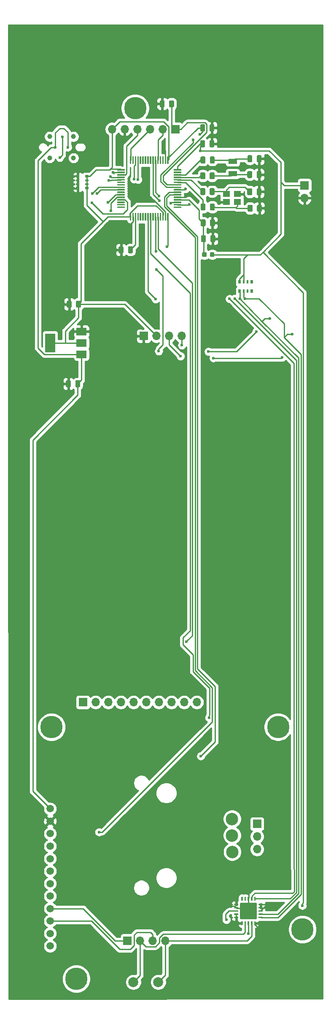
<source format=gbr>
G04 #@! TF.GenerationSoftware,KiCad,Pcbnew,5.1.5*
G04 #@! TF.CreationDate,2020-03-20T22:46:19-05:00*
G04 #@! TF.ProjectId,Reflow,5265666c-6f77-42e6-9b69-6361645f7063,rev?*
G04 #@! TF.SameCoordinates,Original*
G04 #@! TF.FileFunction,Copper,L2,Bot*
G04 #@! TF.FilePolarity,Positive*
%FSLAX46Y46*%
G04 Gerber Fmt 4.6, Leading zero omitted, Abs format (unit mm)*
G04 Created by KiCad (PCBNEW 5.1.5) date 2020-03-20 22:46:19*
%MOMM*%
%LPD*%
G04 APERTURE LIST*
%ADD10C,4.500000*%
%ADD11C,0.100000*%
%ADD12R,0.800000X0.500000*%
%ADD13R,0.800000X0.400000*%
%ADD14C,1.000000*%
%ADD15C,2.000000*%
%ADD16R,1.700000X1.700000*%
%ADD17O,1.700000X1.700000*%
%ADD18C,1.500000*%
%ADD19R,0.500000X0.800000*%
%ADD20R,0.400000X0.800000*%
%ADD21C,2.500000*%
%ADD22R,2.000000X3.800000*%
%ADD23R,2.000000X1.500000*%
%ADD24R,1.400000X1.150000*%
%ADD25R,1.800000X1.000000*%
%ADD26C,0.600000*%
%ADD27C,0.250000*%
%ADD28C,0.254000*%
G04 APERTURE END LIST*
D10*
X175810000Y-192580000D03*
X221300000Y-192550000D03*
X192600000Y-68530000D03*
X180760000Y-243050000D03*
X226200000Y-233130000D03*
G04 #@! TA.AperFunction,SMDPad,CuDef*
D11*
G36*
X206592642Y-94001174D02*
G01*
X206616303Y-94004684D01*
X206639507Y-94010496D01*
X206662029Y-94018554D01*
X206683653Y-94028782D01*
X206704170Y-94041079D01*
X206723383Y-94055329D01*
X206741107Y-94071393D01*
X206757171Y-94089117D01*
X206771421Y-94108330D01*
X206783718Y-94128847D01*
X206793946Y-94150471D01*
X206802004Y-94172993D01*
X206807816Y-94196197D01*
X206811326Y-94219858D01*
X206812500Y-94243750D01*
X206812500Y-95156250D01*
X206811326Y-95180142D01*
X206807816Y-95203803D01*
X206802004Y-95227007D01*
X206793946Y-95249529D01*
X206783718Y-95271153D01*
X206771421Y-95291670D01*
X206757171Y-95310883D01*
X206741107Y-95328607D01*
X206723383Y-95344671D01*
X206704170Y-95358921D01*
X206683653Y-95371218D01*
X206662029Y-95381446D01*
X206639507Y-95389504D01*
X206616303Y-95395316D01*
X206592642Y-95398826D01*
X206568750Y-95400000D01*
X206081250Y-95400000D01*
X206057358Y-95398826D01*
X206033697Y-95395316D01*
X206010493Y-95389504D01*
X205987971Y-95381446D01*
X205966347Y-95371218D01*
X205945830Y-95358921D01*
X205926617Y-95344671D01*
X205908893Y-95328607D01*
X205892829Y-95310883D01*
X205878579Y-95291670D01*
X205866282Y-95271153D01*
X205856054Y-95249529D01*
X205847996Y-95227007D01*
X205842184Y-95203803D01*
X205838674Y-95180142D01*
X205837500Y-95156250D01*
X205837500Y-94243750D01*
X205838674Y-94219858D01*
X205842184Y-94196197D01*
X205847996Y-94172993D01*
X205856054Y-94150471D01*
X205866282Y-94128847D01*
X205878579Y-94108330D01*
X205892829Y-94089117D01*
X205908893Y-94071393D01*
X205926617Y-94055329D01*
X205945830Y-94041079D01*
X205966347Y-94028782D01*
X205987971Y-94018554D01*
X206010493Y-94010496D01*
X206033697Y-94004684D01*
X206057358Y-94001174D01*
X206081250Y-94000000D01*
X206568750Y-94000000D01*
X206592642Y-94001174D01*
G37*
G04 #@! TD.AperFunction*
G04 #@! TA.AperFunction,SMDPad,CuDef*
G36*
X208467642Y-94001174D02*
G01*
X208491303Y-94004684D01*
X208514507Y-94010496D01*
X208537029Y-94018554D01*
X208558653Y-94028782D01*
X208579170Y-94041079D01*
X208598383Y-94055329D01*
X208616107Y-94071393D01*
X208632171Y-94089117D01*
X208646421Y-94108330D01*
X208658718Y-94128847D01*
X208668946Y-94150471D01*
X208677004Y-94172993D01*
X208682816Y-94196197D01*
X208686326Y-94219858D01*
X208687500Y-94243750D01*
X208687500Y-95156250D01*
X208686326Y-95180142D01*
X208682816Y-95203803D01*
X208677004Y-95227007D01*
X208668946Y-95249529D01*
X208658718Y-95271153D01*
X208646421Y-95291670D01*
X208632171Y-95310883D01*
X208616107Y-95328607D01*
X208598383Y-95344671D01*
X208579170Y-95358921D01*
X208558653Y-95371218D01*
X208537029Y-95381446D01*
X208514507Y-95389504D01*
X208491303Y-95395316D01*
X208467642Y-95398826D01*
X208443750Y-95400000D01*
X207956250Y-95400000D01*
X207932358Y-95398826D01*
X207908697Y-95395316D01*
X207885493Y-95389504D01*
X207862971Y-95381446D01*
X207841347Y-95371218D01*
X207820830Y-95358921D01*
X207801617Y-95344671D01*
X207783893Y-95328607D01*
X207767829Y-95310883D01*
X207753579Y-95291670D01*
X207741282Y-95271153D01*
X207731054Y-95249529D01*
X207722996Y-95227007D01*
X207717184Y-95203803D01*
X207713674Y-95180142D01*
X207712500Y-95156250D01*
X207712500Y-94243750D01*
X207713674Y-94219858D01*
X207717184Y-94196197D01*
X207722996Y-94172993D01*
X207731054Y-94150471D01*
X207741282Y-94128847D01*
X207753579Y-94108330D01*
X207767829Y-94089117D01*
X207783893Y-94071393D01*
X207801617Y-94055329D01*
X207820830Y-94041079D01*
X207841347Y-94028782D01*
X207862971Y-94018554D01*
X207885493Y-94010496D01*
X207908697Y-94004684D01*
X207932358Y-94001174D01*
X207956250Y-94000000D01*
X208443750Y-94000000D01*
X208467642Y-94001174D01*
G37*
G04 #@! TD.AperFunction*
G04 #@! TA.AperFunction,SMDPad,CuDef*
G36*
X206517642Y-90826174D02*
G01*
X206541303Y-90829684D01*
X206564507Y-90835496D01*
X206587029Y-90843554D01*
X206608653Y-90853782D01*
X206629170Y-90866079D01*
X206648383Y-90880329D01*
X206666107Y-90896393D01*
X206682171Y-90914117D01*
X206696421Y-90933330D01*
X206708718Y-90953847D01*
X206718946Y-90975471D01*
X206727004Y-90997993D01*
X206732816Y-91021197D01*
X206736326Y-91044858D01*
X206737500Y-91068750D01*
X206737500Y-91981250D01*
X206736326Y-92005142D01*
X206732816Y-92028803D01*
X206727004Y-92052007D01*
X206718946Y-92074529D01*
X206708718Y-92096153D01*
X206696421Y-92116670D01*
X206682171Y-92135883D01*
X206666107Y-92153607D01*
X206648383Y-92169671D01*
X206629170Y-92183921D01*
X206608653Y-92196218D01*
X206587029Y-92206446D01*
X206564507Y-92214504D01*
X206541303Y-92220316D01*
X206517642Y-92223826D01*
X206493750Y-92225000D01*
X206006250Y-92225000D01*
X205982358Y-92223826D01*
X205958697Y-92220316D01*
X205935493Y-92214504D01*
X205912971Y-92206446D01*
X205891347Y-92196218D01*
X205870830Y-92183921D01*
X205851617Y-92169671D01*
X205833893Y-92153607D01*
X205817829Y-92135883D01*
X205803579Y-92116670D01*
X205791282Y-92096153D01*
X205781054Y-92074529D01*
X205772996Y-92052007D01*
X205767184Y-92028803D01*
X205763674Y-92005142D01*
X205762500Y-91981250D01*
X205762500Y-91068750D01*
X205763674Y-91044858D01*
X205767184Y-91021197D01*
X205772996Y-90997993D01*
X205781054Y-90975471D01*
X205791282Y-90953847D01*
X205803579Y-90933330D01*
X205817829Y-90914117D01*
X205833893Y-90896393D01*
X205851617Y-90880329D01*
X205870830Y-90866079D01*
X205891347Y-90853782D01*
X205912971Y-90843554D01*
X205935493Y-90835496D01*
X205958697Y-90829684D01*
X205982358Y-90826174D01*
X206006250Y-90825000D01*
X206493750Y-90825000D01*
X206517642Y-90826174D01*
G37*
G04 #@! TD.AperFunction*
G04 #@! TA.AperFunction,SMDPad,CuDef*
G36*
X208392642Y-90826174D02*
G01*
X208416303Y-90829684D01*
X208439507Y-90835496D01*
X208462029Y-90843554D01*
X208483653Y-90853782D01*
X208504170Y-90866079D01*
X208523383Y-90880329D01*
X208541107Y-90896393D01*
X208557171Y-90914117D01*
X208571421Y-90933330D01*
X208583718Y-90953847D01*
X208593946Y-90975471D01*
X208602004Y-90997993D01*
X208607816Y-91021197D01*
X208611326Y-91044858D01*
X208612500Y-91068750D01*
X208612500Y-91981250D01*
X208611326Y-92005142D01*
X208607816Y-92028803D01*
X208602004Y-92052007D01*
X208593946Y-92074529D01*
X208583718Y-92096153D01*
X208571421Y-92116670D01*
X208557171Y-92135883D01*
X208541107Y-92153607D01*
X208523383Y-92169671D01*
X208504170Y-92183921D01*
X208483653Y-92196218D01*
X208462029Y-92206446D01*
X208439507Y-92214504D01*
X208416303Y-92220316D01*
X208392642Y-92223826D01*
X208368750Y-92225000D01*
X207881250Y-92225000D01*
X207857358Y-92223826D01*
X207833697Y-92220316D01*
X207810493Y-92214504D01*
X207787971Y-92206446D01*
X207766347Y-92196218D01*
X207745830Y-92183921D01*
X207726617Y-92169671D01*
X207708893Y-92153607D01*
X207692829Y-92135883D01*
X207678579Y-92116670D01*
X207666282Y-92096153D01*
X207656054Y-92074529D01*
X207647996Y-92052007D01*
X207642184Y-92028803D01*
X207638674Y-92005142D01*
X207637500Y-91981250D01*
X207637500Y-91068750D01*
X207638674Y-91044858D01*
X207642184Y-91021197D01*
X207647996Y-90997993D01*
X207656054Y-90975471D01*
X207666282Y-90953847D01*
X207678579Y-90933330D01*
X207692829Y-90914117D01*
X207708893Y-90896393D01*
X207726617Y-90880329D01*
X207745830Y-90866079D01*
X207766347Y-90853782D01*
X207787971Y-90843554D01*
X207810493Y-90835496D01*
X207833697Y-90829684D01*
X207857358Y-90826174D01*
X207881250Y-90825000D01*
X208368750Y-90825000D01*
X208392642Y-90826174D01*
G37*
G04 #@! TD.AperFunction*
G04 #@! TA.AperFunction,SMDPad,CuDef*
G36*
X208292642Y-71776174D02*
G01*
X208316303Y-71779684D01*
X208339507Y-71785496D01*
X208362029Y-71793554D01*
X208383653Y-71803782D01*
X208404170Y-71816079D01*
X208423383Y-71830329D01*
X208441107Y-71846393D01*
X208457171Y-71864117D01*
X208471421Y-71883330D01*
X208483718Y-71903847D01*
X208493946Y-71925471D01*
X208502004Y-71947993D01*
X208507816Y-71971197D01*
X208511326Y-71994858D01*
X208512500Y-72018750D01*
X208512500Y-72931250D01*
X208511326Y-72955142D01*
X208507816Y-72978803D01*
X208502004Y-73002007D01*
X208493946Y-73024529D01*
X208483718Y-73046153D01*
X208471421Y-73066670D01*
X208457171Y-73085883D01*
X208441107Y-73103607D01*
X208423383Y-73119671D01*
X208404170Y-73133921D01*
X208383653Y-73146218D01*
X208362029Y-73156446D01*
X208339507Y-73164504D01*
X208316303Y-73170316D01*
X208292642Y-73173826D01*
X208268750Y-73175000D01*
X207781250Y-73175000D01*
X207757358Y-73173826D01*
X207733697Y-73170316D01*
X207710493Y-73164504D01*
X207687971Y-73156446D01*
X207666347Y-73146218D01*
X207645830Y-73133921D01*
X207626617Y-73119671D01*
X207608893Y-73103607D01*
X207592829Y-73085883D01*
X207578579Y-73066670D01*
X207566282Y-73046153D01*
X207556054Y-73024529D01*
X207547996Y-73002007D01*
X207542184Y-72978803D01*
X207538674Y-72955142D01*
X207537500Y-72931250D01*
X207537500Y-72018750D01*
X207538674Y-71994858D01*
X207542184Y-71971197D01*
X207547996Y-71947993D01*
X207556054Y-71925471D01*
X207566282Y-71903847D01*
X207578579Y-71883330D01*
X207592829Y-71864117D01*
X207608893Y-71846393D01*
X207626617Y-71830329D01*
X207645830Y-71816079D01*
X207666347Y-71803782D01*
X207687971Y-71793554D01*
X207710493Y-71785496D01*
X207733697Y-71779684D01*
X207757358Y-71776174D01*
X207781250Y-71775000D01*
X208268750Y-71775000D01*
X208292642Y-71776174D01*
G37*
G04 #@! TD.AperFunction*
G04 #@! TA.AperFunction,SMDPad,CuDef*
G36*
X206417642Y-71776174D02*
G01*
X206441303Y-71779684D01*
X206464507Y-71785496D01*
X206487029Y-71793554D01*
X206508653Y-71803782D01*
X206529170Y-71816079D01*
X206548383Y-71830329D01*
X206566107Y-71846393D01*
X206582171Y-71864117D01*
X206596421Y-71883330D01*
X206608718Y-71903847D01*
X206618946Y-71925471D01*
X206627004Y-71947993D01*
X206632816Y-71971197D01*
X206636326Y-71994858D01*
X206637500Y-72018750D01*
X206637500Y-72931250D01*
X206636326Y-72955142D01*
X206632816Y-72978803D01*
X206627004Y-73002007D01*
X206618946Y-73024529D01*
X206608718Y-73046153D01*
X206596421Y-73066670D01*
X206582171Y-73085883D01*
X206566107Y-73103607D01*
X206548383Y-73119671D01*
X206529170Y-73133921D01*
X206508653Y-73146218D01*
X206487029Y-73156446D01*
X206464507Y-73164504D01*
X206441303Y-73170316D01*
X206417642Y-73173826D01*
X206393750Y-73175000D01*
X205906250Y-73175000D01*
X205882358Y-73173826D01*
X205858697Y-73170316D01*
X205835493Y-73164504D01*
X205812971Y-73156446D01*
X205791347Y-73146218D01*
X205770830Y-73133921D01*
X205751617Y-73119671D01*
X205733893Y-73103607D01*
X205717829Y-73085883D01*
X205703579Y-73066670D01*
X205691282Y-73046153D01*
X205681054Y-73024529D01*
X205672996Y-73002007D01*
X205667184Y-72978803D01*
X205663674Y-72955142D01*
X205662500Y-72931250D01*
X205662500Y-72018750D01*
X205663674Y-71994858D01*
X205667184Y-71971197D01*
X205672996Y-71947993D01*
X205681054Y-71925471D01*
X205691282Y-71903847D01*
X205703579Y-71883330D01*
X205717829Y-71864117D01*
X205733893Y-71846393D01*
X205751617Y-71830329D01*
X205770830Y-71816079D01*
X205791347Y-71803782D01*
X205812971Y-71793554D01*
X205835493Y-71785496D01*
X205858697Y-71779684D01*
X205882358Y-71776174D01*
X205906250Y-71775000D01*
X206393750Y-71775000D01*
X206417642Y-71776174D01*
G37*
G04 #@! TD.AperFunction*
G04 #@! TA.AperFunction,SMDPad,CuDef*
G36*
X208292642Y-74976174D02*
G01*
X208316303Y-74979684D01*
X208339507Y-74985496D01*
X208362029Y-74993554D01*
X208383653Y-75003782D01*
X208404170Y-75016079D01*
X208423383Y-75030329D01*
X208441107Y-75046393D01*
X208457171Y-75064117D01*
X208471421Y-75083330D01*
X208483718Y-75103847D01*
X208493946Y-75125471D01*
X208502004Y-75147993D01*
X208507816Y-75171197D01*
X208511326Y-75194858D01*
X208512500Y-75218750D01*
X208512500Y-76131250D01*
X208511326Y-76155142D01*
X208507816Y-76178803D01*
X208502004Y-76202007D01*
X208493946Y-76224529D01*
X208483718Y-76246153D01*
X208471421Y-76266670D01*
X208457171Y-76285883D01*
X208441107Y-76303607D01*
X208423383Y-76319671D01*
X208404170Y-76333921D01*
X208383653Y-76346218D01*
X208362029Y-76356446D01*
X208339507Y-76364504D01*
X208316303Y-76370316D01*
X208292642Y-76373826D01*
X208268750Y-76375000D01*
X207781250Y-76375000D01*
X207757358Y-76373826D01*
X207733697Y-76370316D01*
X207710493Y-76364504D01*
X207687971Y-76356446D01*
X207666347Y-76346218D01*
X207645830Y-76333921D01*
X207626617Y-76319671D01*
X207608893Y-76303607D01*
X207592829Y-76285883D01*
X207578579Y-76266670D01*
X207566282Y-76246153D01*
X207556054Y-76224529D01*
X207547996Y-76202007D01*
X207542184Y-76178803D01*
X207538674Y-76155142D01*
X207537500Y-76131250D01*
X207537500Y-75218750D01*
X207538674Y-75194858D01*
X207542184Y-75171197D01*
X207547996Y-75147993D01*
X207556054Y-75125471D01*
X207566282Y-75103847D01*
X207578579Y-75083330D01*
X207592829Y-75064117D01*
X207608893Y-75046393D01*
X207626617Y-75030329D01*
X207645830Y-75016079D01*
X207666347Y-75003782D01*
X207687971Y-74993554D01*
X207710493Y-74985496D01*
X207733697Y-74979684D01*
X207757358Y-74976174D01*
X207781250Y-74975000D01*
X208268750Y-74975000D01*
X208292642Y-74976174D01*
G37*
G04 #@! TD.AperFunction*
G04 #@! TA.AperFunction,SMDPad,CuDef*
G36*
X206417642Y-74976174D02*
G01*
X206441303Y-74979684D01*
X206464507Y-74985496D01*
X206487029Y-74993554D01*
X206508653Y-75003782D01*
X206529170Y-75016079D01*
X206548383Y-75030329D01*
X206566107Y-75046393D01*
X206582171Y-75064117D01*
X206596421Y-75083330D01*
X206608718Y-75103847D01*
X206618946Y-75125471D01*
X206627004Y-75147993D01*
X206632816Y-75171197D01*
X206636326Y-75194858D01*
X206637500Y-75218750D01*
X206637500Y-76131250D01*
X206636326Y-76155142D01*
X206632816Y-76178803D01*
X206627004Y-76202007D01*
X206618946Y-76224529D01*
X206608718Y-76246153D01*
X206596421Y-76266670D01*
X206582171Y-76285883D01*
X206566107Y-76303607D01*
X206548383Y-76319671D01*
X206529170Y-76333921D01*
X206508653Y-76346218D01*
X206487029Y-76356446D01*
X206464507Y-76364504D01*
X206441303Y-76370316D01*
X206417642Y-76373826D01*
X206393750Y-76375000D01*
X205906250Y-76375000D01*
X205882358Y-76373826D01*
X205858697Y-76370316D01*
X205835493Y-76364504D01*
X205812971Y-76356446D01*
X205791347Y-76346218D01*
X205770830Y-76333921D01*
X205751617Y-76319671D01*
X205733893Y-76303607D01*
X205717829Y-76285883D01*
X205703579Y-76266670D01*
X205691282Y-76246153D01*
X205681054Y-76224529D01*
X205672996Y-76202007D01*
X205667184Y-76178803D01*
X205663674Y-76155142D01*
X205662500Y-76131250D01*
X205662500Y-75218750D01*
X205663674Y-75194858D01*
X205667184Y-75171197D01*
X205672996Y-75147993D01*
X205681054Y-75125471D01*
X205691282Y-75103847D01*
X205703579Y-75083330D01*
X205717829Y-75064117D01*
X205733893Y-75046393D01*
X205751617Y-75030329D01*
X205770830Y-75016079D01*
X205791347Y-75003782D01*
X205812971Y-74993554D01*
X205835493Y-74985496D01*
X205858697Y-74979684D01*
X205882358Y-74976174D01*
X205906250Y-74975000D01*
X206393750Y-74975000D01*
X206417642Y-74976174D01*
G37*
G04 #@! TD.AperFunction*
G04 #@! TA.AperFunction,SMDPad,CuDef*
G36*
X200167642Y-66976174D02*
G01*
X200191303Y-66979684D01*
X200214507Y-66985496D01*
X200237029Y-66993554D01*
X200258653Y-67003782D01*
X200279170Y-67016079D01*
X200298383Y-67030329D01*
X200316107Y-67046393D01*
X200332171Y-67064117D01*
X200346421Y-67083330D01*
X200358718Y-67103847D01*
X200368946Y-67125471D01*
X200377004Y-67147993D01*
X200382816Y-67171197D01*
X200386326Y-67194858D01*
X200387500Y-67218750D01*
X200387500Y-68131250D01*
X200386326Y-68155142D01*
X200382816Y-68178803D01*
X200377004Y-68202007D01*
X200368946Y-68224529D01*
X200358718Y-68246153D01*
X200346421Y-68266670D01*
X200332171Y-68285883D01*
X200316107Y-68303607D01*
X200298383Y-68319671D01*
X200279170Y-68333921D01*
X200258653Y-68346218D01*
X200237029Y-68356446D01*
X200214507Y-68364504D01*
X200191303Y-68370316D01*
X200167642Y-68373826D01*
X200143750Y-68375000D01*
X199656250Y-68375000D01*
X199632358Y-68373826D01*
X199608697Y-68370316D01*
X199585493Y-68364504D01*
X199562971Y-68356446D01*
X199541347Y-68346218D01*
X199520830Y-68333921D01*
X199501617Y-68319671D01*
X199483893Y-68303607D01*
X199467829Y-68285883D01*
X199453579Y-68266670D01*
X199441282Y-68246153D01*
X199431054Y-68224529D01*
X199422996Y-68202007D01*
X199417184Y-68178803D01*
X199413674Y-68155142D01*
X199412500Y-68131250D01*
X199412500Y-67218750D01*
X199413674Y-67194858D01*
X199417184Y-67171197D01*
X199422996Y-67147993D01*
X199431054Y-67125471D01*
X199441282Y-67103847D01*
X199453579Y-67083330D01*
X199467829Y-67064117D01*
X199483893Y-67046393D01*
X199501617Y-67030329D01*
X199520830Y-67016079D01*
X199541347Y-67003782D01*
X199562971Y-66993554D01*
X199585493Y-66985496D01*
X199608697Y-66979684D01*
X199632358Y-66976174D01*
X199656250Y-66975000D01*
X200143750Y-66975000D01*
X200167642Y-66976174D01*
G37*
G04 #@! TD.AperFunction*
G04 #@! TA.AperFunction,SMDPad,CuDef*
G36*
X198292642Y-66976174D02*
G01*
X198316303Y-66979684D01*
X198339507Y-66985496D01*
X198362029Y-66993554D01*
X198383653Y-67003782D01*
X198404170Y-67016079D01*
X198423383Y-67030329D01*
X198441107Y-67046393D01*
X198457171Y-67064117D01*
X198471421Y-67083330D01*
X198483718Y-67103847D01*
X198493946Y-67125471D01*
X198502004Y-67147993D01*
X198507816Y-67171197D01*
X198511326Y-67194858D01*
X198512500Y-67218750D01*
X198512500Y-68131250D01*
X198511326Y-68155142D01*
X198507816Y-68178803D01*
X198502004Y-68202007D01*
X198493946Y-68224529D01*
X198483718Y-68246153D01*
X198471421Y-68266670D01*
X198457171Y-68285883D01*
X198441107Y-68303607D01*
X198423383Y-68319671D01*
X198404170Y-68333921D01*
X198383653Y-68346218D01*
X198362029Y-68356446D01*
X198339507Y-68364504D01*
X198316303Y-68370316D01*
X198292642Y-68373826D01*
X198268750Y-68375000D01*
X197781250Y-68375000D01*
X197757358Y-68373826D01*
X197733697Y-68370316D01*
X197710493Y-68364504D01*
X197687971Y-68356446D01*
X197666347Y-68346218D01*
X197645830Y-68333921D01*
X197626617Y-68319671D01*
X197608893Y-68303607D01*
X197592829Y-68285883D01*
X197578579Y-68266670D01*
X197566282Y-68246153D01*
X197556054Y-68224529D01*
X197547996Y-68202007D01*
X197542184Y-68178803D01*
X197538674Y-68155142D01*
X197537500Y-68131250D01*
X197537500Y-67218750D01*
X197538674Y-67194858D01*
X197542184Y-67171197D01*
X197547996Y-67147993D01*
X197556054Y-67125471D01*
X197566282Y-67103847D01*
X197578579Y-67083330D01*
X197592829Y-67064117D01*
X197608893Y-67046393D01*
X197626617Y-67030329D01*
X197645830Y-67016079D01*
X197666347Y-67003782D01*
X197687971Y-66993554D01*
X197710493Y-66985496D01*
X197733697Y-66979684D01*
X197757358Y-66976174D01*
X197781250Y-66975000D01*
X198268750Y-66975000D01*
X198292642Y-66976174D01*
G37*
G04 #@! TD.AperFunction*
G04 #@! TA.AperFunction,SMDPad,CuDef*
G36*
X190042642Y-96226174D02*
G01*
X190066303Y-96229684D01*
X190089507Y-96235496D01*
X190112029Y-96243554D01*
X190133653Y-96253782D01*
X190154170Y-96266079D01*
X190173383Y-96280329D01*
X190191107Y-96296393D01*
X190207171Y-96314117D01*
X190221421Y-96333330D01*
X190233718Y-96353847D01*
X190243946Y-96375471D01*
X190252004Y-96397993D01*
X190257816Y-96421197D01*
X190261326Y-96444858D01*
X190262500Y-96468750D01*
X190262500Y-97381250D01*
X190261326Y-97405142D01*
X190257816Y-97428803D01*
X190252004Y-97452007D01*
X190243946Y-97474529D01*
X190233718Y-97496153D01*
X190221421Y-97516670D01*
X190207171Y-97535883D01*
X190191107Y-97553607D01*
X190173383Y-97569671D01*
X190154170Y-97583921D01*
X190133653Y-97596218D01*
X190112029Y-97606446D01*
X190089507Y-97614504D01*
X190066303Y-97620316D01*
X190042642Y-97623826D01*
X190018750Y-97625000D01*
X189531250Y-97625000D01*
X189507358Y-97623826D01*
X189483697Y-97620316D01*
X189460493Y-97614504D01*
X189437971Y-97606446D01*
X189416347Y-97596218D01*
X189395830Y-97583921D01*
X189376617Y-97569671D01*
X189358893Y-97553607D01*
X189342829Y-97535883D01*
X189328579Y-97516670D01*
X189316282Y-97496153D01*
X189306054Y-97474529D01*
X189297996Y-97452007D01*
X189292184Y-97428803D01*
X189288674Y-97405142D01*
X189287500Y-97381250D01*
X189287500Y-96468750D01*
X189288674Y-96444858D01*
X189292184Y-96421197D01*
X189297996Y-96397993D01*
X189306054Y-96375471D01*
X189316282Y-96353847D01*
X189328579Y-96333330D01*
X189342829Y-96314117D01*
X189358893Y-96296393D01*
X189376617Y-96280329D01*
X189395830Y-96266079D01*
X189416347Y-96253782D01*
X189437971Y-96243554D01*
X189460493Y-96235496D01*
X189483697Y-96229684D01*
X189507358Y-96226174D01*
X189531250Y-96225000D01*
X190018750Y-96225000D01*
X190042642Y-96226174D01*
G37*
G04 #@! TD.AperFunction*
G04 #@! TA.AperFunction,SMDPad,CuDef*
G36*
X191917642Y-96226174D02*
G01*
X191941303Y-96229684D01*
X191964507Y-96235496D01*
X191987029Y-96243554D01*
X192008653Y-96253782D01*
X192029170Y-96266079D01*
X192048383Y-96280329D01*
X192066107Y-96296393D01*
X192082171Y-96314117D01*
X192096421Y-96333330D01*
X192108718Y-96353847D01*
X192118946Y-96375471D01*
X192127004Y-96397993D01*
X192132816Y-96421197D01*
X192136326Y-96444858D01*
X192137500Y-96468750D01*
X192137500Y-97381250D01*
X192136326Y-97405142D01*
X192132816Y-97428803D01*
X192127004Y-97452007D01*
X192118946Y-97474529D01*
X192108718Y-97496153D01*
X192096421Y-97516670D01*
X192082171Y-97535883D01*
X192066107Y-97553607D01*
X192048383Y-97569671D01*
X192029170Y-97583921D01*
X192008653Y-97596218D01*
X191987029Y-97606446D01*
X191964507Y-97614504D01*
X191941303Y-97620316D01*
X191917642Y-97623826D01*
X191893750Y-97625000D01*
X191406250Y-97625000D01*
X191382358Y-97623826D01*
X191358697Y-97620316D01*
X191335493Y-97614504D01*
X191312971Y-97606446D01*
X191291347Y-97596218D01*
X191270830Y-97583921D01*
X191251617Y-97569671D01*
X191233893Y-97553607D01*
X191217829Y-97535883D01*
X191203579Y-97516670D01*
X191191282Y-97496153D01*
X191181054Y-97474529D01*
X191172996Y-97452007D01*
X191167184Y-97428803D01*
X191163674Y-97405142D01*
X191162500Y-97381250D01*
X191162500Y-96468750D01*
X191163674Y-96444858D01*
X191167184Y-96421197D01*
X191172996Y-96397993D01*
X191181054Y-96375471D01*
X191191282Y-96353847D01*
X191203579Y-96333330D01*
X191217829Y-96314117D01*
X191233893Y-96296393D01*
X191251617Y-96280329D01*
X191270830Y-96266079D01*
X191291347Y-96253782D01*
X191312971Y-96243554D01*
X191335493Y-96235496D01*
X191358697Y-96229684D01*
X191382358Y-96226174D01*
X191406250Y-96225000D01*
X191893750Y-96225000D01*
X191917642Y-96226174D01*
G37*
G04 #@! TD.AperFunction*
G04 #@! TA.AperFunction,SMDPad,CuDef*
G36*
X215867642Y-84601174D02*
G01*
X215891303Y-84604684D01*
X215914507Y-84610496D01*
X215937029Y-84618554D01*
X215958653Y-84628782D01*
X215979170Y-84641079D01*
X215998383Y-84655329D01*
X216016107Y-84671393D01*
X216032171Y-84689117D01*
X216046421Y-84708330D01*
X216058718Y-84728847D01*
X216068946Y-84750471D01*
X216077004Y-84772993D01*
X216082816Y-84796197D01*
X216086326Y-84819858D01*
X216087500Y-84843750D01*
X216087500Y-85756250D01*
X216086326Y-85780142D01*
X216082816Y-85803803D01*
X216077004Y-85827007D01*
X216068946Y-85849529D01*
X216058718Y-85871153D01*
X216046421Y-85891670D01*
X216032171Y-85910883D01*
X216016107Y-85928607D01*
X215998383Y-85944671D01*
X215979170Y-85958921D01*
X215958653Y-85971218D01*
X215937029Y-85981446D01*
X215914507Y-85989504D01*
X215891303Y-85995316D01*
X215867642Y-85998826D01*
X215843750Y-86000000D01*
X215356250Y-86000000D01*
X215332358Y-85998826D01*
X215308697Y-85995316D01*
X215285493Y-85989504D01*
X215262971Y-85981446D01*
X215241347Y-85971218D01*
X215220830Y-85958921D01*
X215201617Y-85944671D01*
X215183893Y-85928607D01*
X215167829Y-85910883D01*
X215153579Y-85891670D01*
X215141282Y-85871153D01*
X215131054Y-85849529D01*
X215122996Y-85827007D01*
X215117184Y-85803803D01*
X215113674Y-85780142D01*
X215112500Y-85756250D01*
X215112500Y-84843750D01*
X215113674Y-84819858D01*
X215117184Y-84796197D01*
X215122996Y-84772993D01*
X215131054Y-84750471D01*
X215141282Y-84728847D01*
X215153579Y-84708330D01*
X215167829Y-84689117D01*
X215183893Y-84671393D01*
X215201617Y-84655329D01*
X215220830Y-84641079D01*
X215241347Y-84628782D01*
X215262971Y-84618554D01*
X215285493Y-84610496D01*
X215308697Y-84604684D01*
X215332358Y-84601174D01*
X215356250Y-84600000D01*
X215843750Y-84600000D01*
X215867642Y-84601174D01*
G37*
G04 #@! TD.AperFunction*
G04 #@! TA.AperFunction,SMDPad,CuDef*
G36*
X217742642Y-84601174D02*
G01*
X217766303Y-84604684D01*
X217789507Y-84610496D01*
X217812029Y-84618554D01*
X217833653Y-84628782D01*
X217854170Y-84641079D01*
X217873383Y-84655329D01*
X217891107Y-84671393D01*
X217907171Y-84689117D01*
X217921421Y-84708330D01*
X217933718Y-84728847D01*
X217943946Y-84750471D01*
X217952004Y-84772993D01*
X217957816Y-84796197D01*
X217961326Y-84819858D01*
X217962500Y-84843750D01*
X217962500Y-85756250D01*
X217961326Y-85780142D01*
X217957816Y-85803803D01*
X217952004Y-85827007D01*
X217943946Y-85849529D01*
X217933718Y-85871153D01*
X217921421Y-85891670D01*
X217907171Y-85910883D01*
X217891107Y-85928607D01*
X217873383Y-85944671D01*
X217854170Y-85958921D01*
X217833653Y-85971218D01*
X217812029Y-85981446D01*
X217789507Y-85989504D01*
X217766303Y-85995316D01*
X217742642Y-85998826D01*
X217718750Y-86000000D01*
X217231250Y-86000000D01*
X217207358Y-85998826D01*
X217183697Y-85995316D01*
X217160493Y-85989504D01*
X217137971Y-85981446D01*
X217116347Y-85971218D01*
X217095830Y-85958921D01*
X217076617Y-85944671D01*
X217058893Y-85928607D01*
X217042829Y-85910883D01*
X217028579Y-85891670D01*
X217016282Y-85871153D01*
X217006054Y-85849529D01*
X216997996Y-85827007D01*
X216992184Y-85803803D01*
X216988674Y-85780142D01*
X216987500Y-85756250D01*
X216987500Y-84843750D01*
X216988674Y-84819858D01*
X216992184Y-84796197D01*
X216997996Y-84772993D01*
X217006054Y-84750471D01*
X217016282Y-84728847D01*
X217028579Y-84708330D01*
X217042829Y-84689117D01*
X217058893Y-84671393D01*
X217076617Y-84655329D01*
X217095830Y-84641079D01*
X217116347Y-84628782D01*
X217137971Y-84618554D01*
X217160493Y-84610496D01*
X217183697Y-84604684D01*
X217207358Y-84601174D01*
X217231250Y-84600000D01*
X217718750Y-84600000D01*
X217742642Y-84601174D01*
G37*
G04 #@! TD.AperFunction*
G04 #@! TA.AperFunction,SMDPad,CuDef*
G36*
X215942642Y-87901174D02*
G01*
X215966303Y-87904684D01*
X215989507Y-87910496D01*
X216012029Y-87918554D01*
X216033653Y-87928782D01*
X216054170Y-87941079D01*
X216073383Y-87955329D01*
X216091107Y-87971393D01*
X216107171Y-87989117D01*
X216121421Y-88008330D01*
X216133718Y-88028847D01*
X216143946Y-88050471D01*
X216152004Y-88072993D01*
X216157816Y-88096197D01*
X216161326Y-88119858D01*
X216162500Y-88143750D01*
X216162500Y-89056250D01*
X216161326Y-89080142D01*
X216157816Y-89103803D01*
X216152004Y-89127007D01*
X216143946Y-89149529D01*
X216133718Y-89171153D01*
X216121421Y-89191670D01*
X216107171Y-89210883D01*
X216091107Y-89228607D01*
X216073383Y-89244671D01*
X216054170Y-89258921D01*
X216033653Y-89271218D01*
X216012029Y-89281446D01*
X215989507Y-89289504D01*
X215966303Y-89295316D01*
X215942642Y-89298826D01*
X215918750Y-89300000D01*
X215431250Y-89300000D01*
X215407358Y-89298826D01*
X215383697Y-89295316D01*
X215360493Y-89289504D01*
X215337971Y-89281446D01*
X215316347Y-89271218D01*
X215295830Y-89258921D01*
X215276617Y-89244671D01*
X215258893Y-89228607D01*
X215242829Y-89210883D01*
X215228579Y-89191670D01*
X215216282Y-89171153D01*
X215206054Y-89149529D01*
X215197996Y-89127007D01*
X215192184Y-89103803D01*
X215188674Y-89080142D01*
X215187500Y-89056250D01*
X215187500Y-88143750D01*
X215188674Y-88119858D01*
X215192184Y-88096197D01*
X215197996Y-88072993D01*
X215206054Y-88050471D01*
X215216282Y-88028847D01*
X215228579Y-88008330D01*
X215242829Y-87989117D01*
X215258893Y-87971393D01*
X215276617Y-87955329D01*
X215295830Y-87941079D01*
X215316347Y-87928782D01*
X215337971Y-87918554D01*
X215360493Y-87910496D01*
X215383697Y-87904684D01*
X215407358Y-87901174D01*
X215431250Y-87900000D01*
X215918750Y-87900000D01*
X215942642Y-87901174D01*
G37*
G04 #@! TD.AperFunction*
G04 #@! TA.AperFunction,SMDPad,CuDef*
G36*
X217817642Y-87901174D02*
G01*
X217841303Y-87904684D01*
X217864507Y-87910496D01*
X217887029Y-87918554D01*
X217908653Y-87928782D01*
X217929170Y-87941079D01*
X217948383Y-87955329D01*
X217966107Y-87971393D01*
X217982171Y-87989117D01*
X217996421Y-88008330D01*
X218008718Y-88028847D01*
X218018946Y-88050471D01*
X218027004Y-88072993D01*
X218032816Y-88096197D01*
X218036326Y-88119858D01*
X218037500Y-88143750D01*
X218037500Y-89056250D01*
X218036326Y-89080142D01*
X218032816Y-89103803D01*
X218027004Y-89127007D01*
X218018946Y-89149529D01*
X218008718Y-89171153D01*
X217996421Y-89191670D01*
X217982171Y-89210883D01*
X217966107Y-89228607D01*
X217948383Y-89244671D01*
X217929170Y-89258921D01*
X217908653Y-89271218D01*
X217887029Y-89281446D01*
X217864507Y-89289504D01*
X217841303Y-89295316D01*
X217817642Y-89298826D01*
X217793750Y-89300000D01*
X217306250Y-89300000D01*
X217282358Y-89298826D01*
X217258697Y-89295316D01*
X217235493Y-89289504D01*
X217212971Y-89281446D01*
X217191347Y-89271218D01*
X217170830Y-89258921D01*
X217151617Y-89244671D01*
X217133893Y-89228607D01*
X217117829Y-89210883D01*
X217103579Y-89191670D01*
X217091282Y-89171153D01*
X217081054Y-89149529D01*
X217072996Y-89127007D01*
X217067184Y-89103803D01*
X217063674Y-89080142D01*
X217062500Y-89056250D01*
X217062500Y-88143750D01*
X217063674Y-88119858D01*
X217067184Y-88096197D01*
X217072996Y-88072993D01*
X217081054Y-88050471D01*
X217091282Y-88028847D01*
X217103579Y-88008330D01*
X217117829Y-87989117D01*
X217133893Y-87971393D01*
X217151617Y-87955329D01*
X217170830Y-87941079D01*
X217191347Y-87928782D01*
X217212971Y-87918554D01*
X217235493Y-87910496D01*
X217258697Y-87904684D01*
X217282358Y-87901174D01*
X217306250Y-87900000D01*
X217793750Y-87900000D01*
X217817642Y-87901174D01*
G37*
G04 #@! TD.AperFunction*
G04 #@! TA.AperFunction,SMDPad,CuDef*
G36*
X215892642Y-77976174D02*
G01*
X215916303Y-77979684D01*
X215939507Y-77985496D01*
X215962029Y-77993554D01*
X215983653Y-78003782D01*
X216004170Y-78016079D01*
X216023383Y-78030329D01*
X216041107Y-78046393D01*
X216057171Y-78064117D01*
X216071421Y-78083330D01*
X216083718Y-78103847D01*
X216093946Y-78125471D01*
X216102004Y-78147993D01*
X216107816Y-78171197D01*
X216111326Y-78194858D01*
X216112500Y-78218750D01*
X216112500Y-79131250D01*
X216111326Y-79155142D01*
X216107816Y-79178803D01*
X216102004Y-79202007D01*
X216093946Y-79224529D01*
X216083718Y-79246153D01*
X216071421Y-79266670D01*
X216057171Y-79285883D01*
X216041107Y-79303607D01*
X216023383Y-79319671D01*
X216004170Y-79333921D01*
X215983653Y-79346218D01*
X215962029Y-79356446D01*
X215939507Y-79364504D01*
X215916303Y-79370316D01*
X215892642Y-79373826D01*
X215868750Y-79375000D01*
X215381250Y-79375000D01*
X215357358Y-79373826D01*
X215333697Y-79370316D01*
X215310493Y-79364504D01*
X215287971Y-79356446D01*
X215266347Y-79346218D01*
X215245830Y-79333921D01*
X215226617Y-79319671D01*
X215208893Y-79303607D01*
X215192829Y-79285883D01*
X215178579Y-79266670D01*
X215166282Y-79246153D01*
X215156054Y-79224529D01*
X215147996Y-79202007D01*
X215142184Y-79178803D01*
X215138674Y-79155142D01*
X215137500Y-79131250D01*
X215137500Y-78218750D01*
X215138674Y-78194858D01*
X215142184Y-78171197D01*
X215147996Y-78147993D01*
X215156054Y-78125471D01*
X215166282Y-78103847D01*
X215178579Y-78083330D01*
X215192829Y-78064117D01*
X215208893Y-78046393D01*
X215226617Y-78030329D01*
X215245830Y-78016079D01*
X215266347Y-78003782D01*
X215287971Y-77993554D01*
X215310493Y-77985496D01*
X215333697Y-77979684D01*
X215357358Y-77976174D01*
X215381250Y-77975000D01*
X215868750Y-77975000D01*
X215892642Y-77976174D01*
G37*
G04 #@! TD.AperFunction*
G04 #@! TA.AperFunction,SMDPad,CuDef*
G36*
X217767642Y-77976174D02*
G01*
X217791303Y-77979684D01*
X217814507Y-77985496D01*
X217837029Y-77993554D01*
X217858653Y-78003782D01*
X217879170Y-78016079D01*
X217898383Y-78030329D01*
X217916107Y-78046393D01*
X217932171Y-78064117D01*
X217946421Y-78083330D01*
X217958718Y-78103847D01*
X217968946Y-78125471D01*
X217977004Y-78147993D01*
X217982816Y-78171197D01*
X217986326Y-78194858D01*
X217987500Y-78218750D01*
X217987500Y-79131250D01*
X217986326Y-79155142D01*
X217982816Y-79178803D01*
X217977004Y-79202007D01*
X217968946Y-79224529D01*
X217958718Y-79246153D01*
X217946421Y-79266670D01*
X217932171Y-79285883D01*
X217916107Y-79303607D01*
X217898383Y-79319671D01*
X217879170Y-79333921D01*
X217858653Y-79346218D01*
X217837029Y-79356446D01*
X217814507Y-79364504D01*
X217791303Y-79370316D01*
X217767642Y-79373826D01*
X217743750Y-79375000D01*
X217256250Y-79375000D01*
X217232358Y-79373826D01*
X217208697Y-79370316D01*
X217185493Y-79364504D01*
X217162971Y-79356446D01*
X217141347Y-79346218D01*
X217120830Y-79333921D01*
X217101617Y-79319671D01*
X217083893Y-79303607D01*
X217067829Y-79285883D01*
X217053579Y-79266670D01*
X217041282Y-79246153D01*
X217031054Y-79224529D01*
X217022996Y-79202007D01*
X217017184Y-79178803D01*
X217013674Y-79155142D01*
X217012500Y-79131250D01*
X217012500Y-78218750D01*
X217013674Y-78194858D01*
X217017184Y-78171197D01*
X217022996Y-78147993D01*
X217031054Y-78125471D01*
X217041282Y-78103847D01*
X217053579Y-78083330D01*
X217067829Y-78064117D01*
X217083893Y-78046393D01*
X217101617Y-78030329D01*
X217120830Y-78016079D01*
X217141347Y-78003782D01*
X217162971Y-77993554D01*
X217185493Y-77985496D01*
X217208697Y-77979684D01*
X217232358Y-77976174D01*
X217256250Y-77975000D01*
X217743750Y-77975000D01*
X217767642Y-77976174D01*
G37*
G04 #@! TD.AperFunction*
G04 #@! TA.AperFunction,SMDPad,CuDef*
G36*
X217742642Y-81151174D02*
G01*
X217766303Y-81154684D01*
X217789507Y-81160496D01*
X217812029Y-81168554D01*
X217833653Y-81178782D01*
X217854170Y-81191079D01*
X217873383Y-81205329D01*
X217891107Y-81221393D01*
X217907171Y-81239117D01*
X217921421Y-81258330D01*
X217933718Y-81278847D01*
X217943946Y-81300471D01*
X217952004Y-81322993D01*
X217957816Y-81346197D01*
X217961326Y-81369858D01*
X217962500Y-81393750D01*
X217962500Y-82306250D01*
X217961326Y-82330142D01*
X217957816Y-82353803D01*
X217952004Y-82377007D01*
X217943946Y-82399529D01*
X217933718Y-82421153D01*
X217921421Y-82441670D01*
X217907171Y-82460883D01*
X217891107Y-82478607D01*
X217873383Y-82494671D01*
X217854170Y-82508921D01*
X217833653Y-82521218D01*
X217812029Y-82531446D01*
X217789507Y-82539504D01*
X217766303Y-82545316D01*
X217742642Y-82548826D01*
X217718750Y-82550000D01*
X217231250Y-82550000D01*
X217207358Y-82548826D01*
X217183697Y-82545316D01*
X217160493Y-82539504D01*
X217137971Y-82531446D01*
X217116347Y-82521218D01*
X217095830Y-82508921D01*
X217076617Y-82494671D01*
X217058893Y-82478607D01*
X217042829Y-82460883D01*
X217028579Y-82441670D01*
X217016282Y-82421153D01*
X217006054Y-82399529D01*
X216997996Y-82377007D01*
X216992184Y-82353803D01*
X216988674Y-82330142D01*
X216987500Y-82306250D01*
X216987500Y-81393750D01*
X216988674Y-81369858D01*
X216992184Y-81346197D01*
X216997996Y-81322993D01*
X217006054Y-81300471D01*
X217016282Y-81278847D01*
X217028579Y-81258330D01*
X217042829Y-81239117D01*
X217058893Y-81221393D01*
X217076617Y-81205329D01*
X217095830Y-81191079D01*
X217116347Y-81178782D01*
X217137971Y-81168554D01*
X217160493Y-81160496D01*
X217183697Y-81154684D01*
X217207358Y-81151174D01*
X217231250Y-81150000D01*
X217718750Y-81150000D01*
X217742642Y-81151174D01*
G37*
G04 #@! TD.AperFunction*
G04 #@! TA.AperFunction,SMDPad,CuDef*
G36*
X215867642Y-81151174D02*
G01*
X215891303Y-81154684D01*
X215914507Y-81160496D01*
X215937029Y-81168554D01*
X215958653Y-81178782D01*
X215979170Y-81191079D01*
X215998383Y-81205329D01*
X216016107Y-81221393D01*
X216032171Y-81239117D01*
X216046421Y-81258330D01*
X216058718Y-81278847D01*
X216068946Y-81300471D01*
X216077004Y-81322993D01*
X216082816Y-81346197D01*
X216086326Y-81369858D01*
X216087500Y-81393750D01*
X216087500Y-82306250D01*
X216086326Y-82330142D01*
X216082816Y-82353803D01*
X216077004Y-82377007D01*
X216068946Y-82399529D01*
X216058718Y-82421153D01*
X216046421Y-82441670D01*
X216032171Y-82460883D01*
X216016107Y-82478607D01*
X215998383Y-82494671D01*
X215979170Y-82508921D01*
X215958653Y-82521218D01*
X215937029Y-82531446D01*
X215914507Y-82539504D01*
X215891303Y-82545316D01*
X215867642Y-82548826D01*
X215843750Y-82550000D01*
X215356250Y-82550000D01*
X215332358Y-82548826D01*
X215308697Y-82545316D01*
X215285493Y-82539504D01*
X215262971Y-82531446D01*
X215241347Y-82521218D01*
X215220830Y-82508921D01*
X215201617Y-82494671D01*
X215183893Y-82478607D01*
X215167829Y-82460883D01*
X215153579Y-82441670D01*
X215141282Y-82421153D01*
X215131054Y-82399529D01*
X215122996Y-82377007D01*
X215117184Y-82353803D01*
X215113674Y-82330142D01*
X215112500Y-82306250D01*
X215112500Y-81393750D01*
X215113674Y-81369858D01*
X215117184Y-81346197D01*
X215122996Y-81322993D01*
X215131054Y-81300471D01*
X215141282Y-81278847D01*
X215153579Y-81258330D01*
X215167829Y-81239117D01*
X215183893Y-81221393D01*
X215201617Y-81205329D01*
X215220830Y-81191079D01*
X215241347Y-81178782D01*
X215262971Y-81168554D01*
X215285493Y-81160496D01*
X215308697Y-81154684D01*
X215332358Y-81151174D01*
X215356250Y-81150000D01*
X215843750Y-81150000D01*
X215867642Y-81151174D01*
G37*
G04 #@! TD.AperFunction*
G04 #@! TA.AperFunction,SMDPad,CuDef*
G36*
X179455142Y-123076174D02*
G01*
X179478803Y-123079684D01*
X179502007Y-123085496D01*
X179524529Y-123093554D01*
X179546153Y-123103782D01*
X179566670Y-123116079D01*
X179585883Y-123130329D01*
X179603607Y-123146393D01*
X179619671Y-123164117D01*
X179633921Y-123183330D01*
X179646218Y-123203847D01*
X179656446Y-123225471D01*
X179664504Y-123247993D01*
X179670316Y-123271197D01*
X179673826Y-123294858D01*
X179675000Y-123318750D01*
X179675000Y-124231250D01*
X179673826Y-124255142D01*
X179670316Y-124278803D01*
X179664504Y-124302007D01*
X179656446Y-124324529D01*
X179646218Y-124346153D01*
X179633921Y-124366670D01*
X179619671Y-124385883D01*
X179603607Y-124403607D01*
X179585883Y-124419671D01*
X179566670Y-124433921D01*
X179546153Y-124446218D01*
X179524529Y-124456446D01*
X179502007Y-124464504D01*
X179478803Y-124470316D01*
X179455142Y-124473826D01*
X179431250Y-124475000D01*
X178943750Y-124475000D01*
X178919858Y-124473826D01*
X178896197Y-124470316D01*
X178872993Y-124464504D01*
X178850471Y-124456446D01*
X178828847Y-124446218D01*
X178808330Y-124433921D01*
X178789117Y-124419671D01*
X178771393Y-124403607D01*
X178755329Y-124385883D01*
X178741079Y-124366670D01*
X178728782Y-124346153D01*
X178718554Y-124324529D01*
X178710496Y-124302007D01*
X178704684Y-124278803D01*
X178701174Y-124255142D01*
X178700000Y-124231250D01*
X178700000Y-123318750D01*
X178701174Y-123294858D01*
X178704684Y-123271197D01*
X178710496Y-123247993D01*
X178718554Y-123225471D01*
X178728782Y-123203847D01*
X178741079Y-123183330D01*
X178755329Y-123164117D01*
X178771393Y-123146393D01*
X178789117Y-123130329D01*
X178808330Y-123116079D01*
X178828847Y-123103782D01*
X178850471Y-123093554D01*
X178872993Y-123085496D01*
X178896197Y-123079684D01*
X178919858Y-123076174D01*
X178943750Y-123075000D01*
X179431250Y-123075000D01*
X179455142Y-123076174D01*
G37*
G04 #@! TD.AperFunction*
G04 #@! TA.AperFunction,SMDPad,CuDef*
G36*
X181330142Y-123076174D02*
G01*
X181353803Y-123079684D01*
X181377007Y-123085496D01*
X181399529Y-123093554D01*
X181421153Y-123103782D01*
X181441670Y-123116079D01*
X181460883Y-123130329D01*
X181478607Y-123146393D01*
X181494671Y-123164117D01*
X181508921Y-123183330D01*
X181521218Y-123203847D01*
X181531446Y-123225471D01*
X181539504Y-123247993D01*
X181545316Y-123271197D01*
X181548826Y-123294858D01*
X181550000Y-123318750D01*
X181550000Y-124231250D01*
X181548826Y-124255142D01*
X181545316Y-124278803D01*
X181539504Y-124302007D01*
X181531446Y-124324529D01*
X181521218Y-124346153D01*
X181508921Y-124366670D01*
X181494671Y-124385883D01*
X181478607Y-124403607D01*
X181460883Y-124419671D01*
X181441670Y-124433921D01*
X181421153Y-124446218D01*
X181399529Y-124456446D01*
X181377007Y-124464504D01*
X181353803Y-124470316D01*
X181330142Y-124473826D01*
X181306250Y-124475000D01*
X180818750Y-124475000D01*
X180794858Y-124473826D01*
X180771197Y-124470316D01*
X180747993Y-124464504D01*
X180725471Y-124456446D01*
X180703847Y-124446218D01*
X180683330Y-124433921D01*
X180664117Y-124419671D01*
X180646393Y-124403607D01*
X180630329Y-124385883D01*
X180616079Y-124366670D01*
X180603782Y-124346153D01*
X180593554Y-124324529D01*
X180585496Y-124302007D01*
X180579684Y-124278803D01*
X180576174Y-124255142D01*
X180575000Y-124231250D01*
X180575000Y-123318750D01*
X180576174Y-123294858D01*
X180579684Y-123271197D01*
X180585496Y-123247993D01*
X180593554Y-123225471D01*
X180603782Y-123203847D01*
X180616079Y-123183330D01*
X180630329Y-123164117D01*
X180646393Y-123146393D01*
X180664117Y-123130329D01*
X180683330Y-123116079D01*
X180703847Y-123103782D01*
X180725471Y-123093554D01*
X180747993Y-123085496D01*
X180771197Y-123079684D01*
X180794858Y-123076174D01*
X180818750Y-123075000D01*
X181306250Y-123075000D01*
X181330142Y-123076174D01*
G37*
G04 #@! TD.AperFunction*
G04 #@! TA.AperFunction,SMDPad,CuDef*
G36*
X181492642Y-107126174D02*
G01*
X181516303Y-107129684D01*
X181539507Y-107135496D01*
X181562029Y-107143554D01*
X181583653Y-107153782D01*
X181604170Y-107166079D01*
X181623383Y-107180329D01*
X181641107Y-107196393D01*
X181657171Y-107214117D01*
X181671421Y-107233330D01*
X181683718Y-107253847D01*
X181693946Y-107275471D01*
X181702004Y-107297993D01*
X181707816Y-107321197D01*
X181711326Y-107344858D01*
X181712500Y-107368750D01*
X181712500Y-108281250D01*
X181711326Y-108305142D01*
X181707816Y-108328803D01*
X181702004Y-108352007D01*
X181693946Y-108374529D01*
X181683718Y-108396153D01*
X181671421Y-108416670D01*
X181657171Y-108435883D01*
X181641107Y-108453607D01*
X181623383Y-108469671D01*
X181604170Y-108483921D01*
X181583653Y-108496218D01*
X181562029Y-108506446D01*
X181539507Y-108514504D01*
X181516303Y-108520316D01*
X181492642Y-108523826D01*
X181468750Y-108525000D01*
X180981250Y-108525000D01*
X180957358Y-108523826D01*
X180933697Y-108520316D01*
X180910493Y-108514504D01*
X180887971Y-108506446D01*
X180866347Y-108496218D01*
X180845830Y-108483921D01*
X180826617Y-108469671D01*
X180808893Y-108453607D01*
X180792829Y-108435883D01*
X180778579Y-108416670D01*
X180766282Y-108396153D01*
X180756054Y-108374529D01*
X180747996Y-108352007D01*
X180742184Y-108328803D01*
X180738674Y-108305142D01*
X180737500Y-108281250D01*
X180737500Y-107368750D01*
X180738674Y-107344858D01*
X180742184Y-107321197D01*
X180747996Y-107297993D01*
X180756054Y-107275471D01*
X180766282Y-107253847D01*
X180778579Y-107233330D01*
X180792829Y-107214117D01*
X180808893Y-107196393D01*
X180826617Y-107180329D01*
X180845830Y-107166079D01*
X180866347Y-107153782D01*
X180887971Y-107143554D01*
X180910493Y-107135496D01*
X180933697Y-107129684D01*
X180957358Y-107126174D01*
X180981250Y-107125000D01*
X181468750Y-107125000D01*
X181492642Y-107126174D01*
G37*
G04 #@! TD.AperFunction*
G04 #@! TA.AperFunction,SMDPad,CuDef*
G36*
X179617642Y-107126174D02*
G01*
X179641303Y-107129684D01*
X179664507Y-107135496D01*
X179687029Y-107143554D01*
X179708653Y-107153782D01*
X179729170Y-107166079D01*
X179748383Y-107180329D01*
X179766107Y-107196393D01*
X179782171Y-107214117D01*
X179796421Y-107233330D01*
X179808718Y-107253847D01*
X179818946Y-107275471D01*
X179827004Y-107297993D01*
X179832816Y-107321197D01*
X179836326Y-107344858D01*
X179837500Y-107368750D01*
X179837500Y-108281250D01*
X179836326Y-108305142D01*
X179832816Y-108328803D01*
X179827004Y-108352007D01*
X179818946Y-108374529D01*
X179808718Y-108396153D01*
X179796421Y-108416670D01*
X179782171Y-108435883D01*
X179766107Y-108453607D01*
X179748383Y-108469671D01*
X179729170Y-108483921D01*
X179708653Y-108496218D01*
X179687029Y-108506446D01*
X179664507Y-108514504D01*
X179641303Y-108520316D01*
X179617642Y-108523826D01*
X179593750Y-108525000D01*
X179106250Y-108525000D01*
X179082358Y-108523826D01*
X179058697Y-108520316D01*
X179035493Y-108514504D01*
X179012971Y-108506446D01*
X178991347Y-108496218D01*
X178970830Y-108483921D01*
X178951617Y-108469671D01*
X178933893Y-108453607D01*
X178917829Y-108435883D01*
X178903579Y-108416670D01*
X178891282Y-108396153D01*
X178881054Y-108374529D01*
X178872996Y-108352007D01*
X178867184Y-108328803D01*
X178863674Y-108305142D01*
X178862500Y-108281250D01*
X178862500Y-107368750D01*
X178863674Y-107344858D01*
X178867184Y-107321197D01*
X178872996Y-107297993D01*
X178881054Y-107275471D01*
X178891282Y-107253847D01*
X178903579Y-107233330D01*
X178917829Y-107214117D01*
X178933893Y-107196393D01*
X178951617Y-107180329D01*
X178970830Y-107166079D01*
X178991347Y-107153782D01*
X179012971Y-107143554D01*
X179035493Y-107135496D01*
X179058697Y-107129684D01*
X179082358Y-107126174D01*
X179106250Y-107125000D01*
X179593750Y-107125000D01*
X179617642Y-107126174D01*
G37*
G04 #@! TD.AperFunction*
D12*
X182875000Y-82175000D03*
D13*
X182875000Y-82975000D03*
D12*
X182875000Y-84575000D03*
D13*
X182875000Y-83775000D03*
D12*
X181075000Y-82175000D03*
D13*
X181075000Y-83775000D03*
X181075000Y-82975000D03*
D12*
X181075000Y-84575000D03*
D14*
X180225000Y-74225000D03*
X180225000Y-78525000D03*
X175425000Y-78525000D03*
X175425000Y-74225000D03*
D15*
X192240000Y-243700000D03*
X197240000Y-243700000D03*
D16*
X182110000Y-187600000D03*
D17*
X184650000Y-187600000D03*
X187190000Y-187600000D03*
X189730000Y-187600000D03*
X192270000Y-187600000D03*
X194810000Y-187600000D03*
X197350000Y-187600000D03*
X199890000Y-187600000D03*
X202430000Y-187600000D03*
X204970000Y-187600000D03*
D18*
X175525000Y-221450000D03*
X175525000Y-218950000D03*
X175525000Y-216450000D03*
X175525000Y-213950000D03*
X175525000Y-211450000D03*
X175525000Y-208950000D03*
X175525000Y-223950000D03*
X175525000Y-226450000D03*
X175525000Y-228950000D03*
X175525000Y-231450000D03*
X175525000Y-233950000D03*
X175525000Y-236450000D03*
D16*
X191060000Y-235390000D03*
D17*
X193600000Y-235390000D03*
X196140000Y-235390000D03*
X198680000Y-235390000D03*
D16*
X200655000Y-72750000D03*
D17*
X198115000Y-72750000D03*
X195575000Y-72750000D03*
X193035000Y-72750000D03*
X190495000Y-72750000D03*
X187955000Y-72750000D03*
D16*
X226600000Y-84010000D03*
D17*
X226600000Y-86550000D03*
D16*
X217075000Y-211975000D03*
D17*
X217075000Y-214515000D03*
X217075000Y-217055000D03*
G04 #@! TA.AperFunction,SMDPad,CuDef*
D11*
G36*
X206727691Y-97401053D02*
G01*
X206748926Y-97404203D01*
X206769750Y-97409419D01*
X206789962Y-97416651D01*
X206809368Y-97425830D01*
X206827781Y-97436866D01*
X206845024Y-97449654D01*
X206860930Y-97464070D01*
X206875346Y-97479976D01*
X206888134Y-97497219D01*
X206899170Y-97515632D01*
X206908349Y-97535038D01*
X206915581Y-97555250D01*
X206920797Y-97576074D01*
X206923947Y-97597309D01*
X206925000Y-97618750D01*
X206925000Y-98131250D01*
X206923947Y-98152691D01*
X206920797Y-98173926D01*
X206915581Y-98194750D01*
X206908349Y-98214962D01*
X206899170Y-98234368D01*
X206888134Y-98252781D01*
X206875346Y-98270024D01*
X206860930Y-98285930D01*
X206845024Y-98300346D01*
X206827781Y-98313134D01*
X206809368Y-98324170D01*
X206789962Y-98333349D01*
X206769750Y-98340581D01*
X206748926Y-98345797D01*
X206727691Y-98348947D01*
X206706250Y-98350000D01*
X206268750Y-98350000D01*
X206247309Y-98348947D01*
X206226074Y-98345797D01*
X206205250Y-98340581D01*
X206185038Y-98333349D01*
X206165632Y-98324170D01*
X206147219Y-98313134D01*
X206129976Y-98300346D01*
X206114070Y-98285930D01*
X206099654Y-98270024D01*
X206086866Y-98252781D01*
X206075830Y-98234368D01*
X206066651Y-98214962D01*
X206059419Y-98194750D01*
X206054203Y-98173926D01*
X206051053Y-98152691D01*
X206050000Y-98131250D01*
X206050000Y-97618750D01*
X206051053Y-97597309D01*
X206054203Y-97576074D01*
X206059419Y-97555250D01*
X206066651Y-97535038D01*
X206075830Y-97515632D01*
X206086866Y-97497219D01*
X206099654Y-97479976D01*
X206114070Y-97464070D01*
X206129976Y-97449654D01*
X206147219Y-97436866D01*
X206165632Y-97425830D01*
X206185038Y-97416651D01*
X206205250Y-97409419D01*
X206226074Y-97404203D01*
X206247309Y-97401053D01*
X206268750Y-97400000D01*
X206706250Y-97400000D01*
X206727691Y-97401053D01*
G37*
G04 #@! TD.AperFunction*
G04 #@! TA.AperFunction,SMDPad,CuDef*
G36*
X208302691Y-97401053D02*
G01*
X208323926Y-97404203D01*
X208344750Y-97409419D01*
X208364962Y-97416651D01*
X208384368Y-97425830D01*
X208402781Y-97436866D01*
X208420024Y-97449654D01*
X208435930Y-97464070D01*
X208450346Y-97479976D01*
X208463134Y-97497219D01*
X208474170Y-97515632D01*
X208483349Y-97535038D01*
X208490581Y-97555250D01*
X208495797Y-97576074D01*
X208498947Y-97597309D01*
X208500000Y-97618750D01*
X208500000Y-98131250D01*
X208498947Y-98152691D01*
X208495797Y-98173926D01*
X208490581Y-98194750D01*
X208483349Y-98214962D01*
X208474170Y-98234368D01*
X208463134Y-98252781D01*
X208450346Y-98270024D01*
X208435930Y-98285930D01*
X208420024Y-98300346D01*
X208402781Y-98313134D01*
X208384368Y-98324170D01*
X208364962Y-98333349D01*
X208344750Y-98340581D01*
X208323926Y-98345797D01*
X208302691Y-98348947D01*
X208281250Y-98350000D01*
X207843750Y-98350000D01*
X207822309Y-98348947D01*
X207801074Y-98345797D01*
X207780250Y-98340581D01*
X207760038Y-98333349D01*
X207740632Y-98324170D01*
X207722219Y-98313134D01*
X207704976Y-98300346D01*
X207689070Y-98285930D01*
X207674654Y-98270024D01*
X207661866Y-98252781D01*
X207650830Y-98234368D01*
X207641651Y-98214962D01*
X207634419Y-98194750D01*
X207629203Y-98173926D01*
X207626053Y-98152691D01*
X207625000Y-98131250D01*
X207625000Y-97618750D01*
X207626053Y-97597309D01*
X207629203Y-97576074D01*
X207634419Y-97555250D01*
X207641651Y-97535038D01*
X207650830Y-97515632D01*
X207661866Y-97497219D01*
X207674654Y-97479976D01*
X207689070Y-97464070D01*
X207704976Y-97449654D01*
X207722219Y-97436866D01*
X207740632Y-97425830D01*
X207760038Y-97416651D01*
X207780250Y-97409419D01*
X207801074Y-97404203D01*
X207822309Y-97401053D01*
X207843750Y-97400000D01*
X208281250Y-97400000D01*
X208302691Y-97401053D01*
G37*
G04 #@! TD.AperFunction*
G04 #@! TA.AperFunction,SMDPad,CuDef*
G36*
X208317642Y-84551174D02*
G01*
X208341303Y-84554684D01*
X208364507Y-84560496D01*
X208387029Y-84568554D01*
X208408653Y-84578782D01*
X208429170Y-84591079D01*
X208448383Y-84605329D01*
X208466107Y-84621393D01*
X208482171Y-84639117D01*
X208496421Y-84658330D01*
X208508718Y-84678847D01*
X208518946Y-84700471D01*
X208527004Y-84722993D01*
X208532816Y-84746197D01*
X208536326Y-84769858D01*
X208537500Y-84793750D01*
X208537500Y-85706250D01*
X208536326Y-85730142D01*
X208532816Y-85753803D01*
X208527004Y-85777007D01*
X208518946Y-85799529D01*
X208508718Y-85821153D01*
X208496421Y-85841670D01*
X208482171Y-85860883D01*
X208466107Y-85878607D01*
X208448383Y-85894671D01*
X208429170Y-85908921D01*
X208408653Y-85921218D01*
X208387029Y-85931446D01*
X208364507Y-85939504D01*
X208341303Y-85945316D01*
X208317642Y-85948826D01*
X208293750Y-85950000D01*
X207806250Y-85950000D01*
X207782358Y-85948826D01*
X207758697Y-85945316D01*
X207735493Y-85939504D01*
X207712971Y-85931446D01*
X207691347Y-85921218D01*
X207670830Y-85908921D01*
X207651617Y-85894671D01*
X207633893Y-85878607D01*
X207617829Y-85860883D01*
X207603579Y-85841670D01*
X207591282Y-85821153D01*
X207581054Y-85799529D01*
X207572996Y-85777007D01*
X207567184Y-85753803D01*
X207563674Y-85730142D01*
X207562500Y-85706250D01*
X207562500Y-84793750D01*
X207563674Y-84769858D01*
X207567184Y-84746197D01*
X207572996Y-84722993D01*
X207581054Y-84700471D01*
X207591282Y-84678847D01*
X207603579Y-84658330D01*
X207617829Y-84639117D01*
X207633893Y-84621393D01*
X207651617Y-84605329D01*
X207670830Y-84591079D01*
X207691347Y-84578782D01*
X207712971Y-84568554D01*
X207735493Y-84560496D01*
X207758697Y-84554684D01*
X207782358Y-84551174D01*
X207806250Y-84550000D01*
X208293750Y-84550000D01*
X208317642Y-84551174D01*
G37*
G04 #@! TD.AperFunction*
G04 #@! TA.AperFunction,SMDPad,CuDef*
G36*
X206442642Y-84551174D02*
G01*
X206466303Y-84554684D01*
X206489507Y-84560496D01*
X206512029Y-84568554D01*
X206533653Y-84578782D01*
X206554170Y-84591079D01*
X206573383Y-84605329D01*
X206591107Y-84621393D01*
X206607171Y-84639117D01*
X206621421Y-84658330D01*
X206633718Y-84678847D01*
X206643946Y-84700471D01*
X206652004Y-84722993D01*
X206657816Y-84746197D01*
X206661326Y-84769858D01*
X206662500Y-84793750D01*
X206662500Y-85706250D01*
X206661326Y-85730142D01*
X206657816Y-85753803D01*
X206652004Y-85777007D01*
X206643946Y-85799529D01*
X206633718Y-85821153D01*
X206621421Y-85841670D01*
X206607171Y-85860883D01*
X206591107Y-85878607D01*
X206573383Y-85894671D01*
X206554170Y-85908921D01*
X206533653Y-85921218D01*
X206512029Y-85931446D01*
X206489507Y-85939504D01*
X206466303Y-85945316D01*
X206442642Y-85948826D01*
X206418750Y-85950000D01*
X205931250Y-85950000D01*
X205907358Y-85948826D01*
X205883697Y-85945316D01*
X205860493Y-85939504D01*
X205837971Y-85931446D01*
X205816347Y-85921218D01*
X205795830Y-85908921D01*
X205776617Y-85894671D01*
X205758893Y-85878607D01*
X205742829Y-85860883D01*
X205728579Y-85841670D01*
X205716282Y-85821153D01*
X205706054Y-85799529D01*
X205697996Y-85777007D01*
X205692184Y-85753803D01*
X205688674Y-85730142D01*
X205687500Y-85706250D01*
X205687500Y-84793750D01*
X205688674Y-84769858D01*
X205692184Y-84746197D01*
X205697996Y-84722993D01*
X205706054Y-84700471D01*
X205716282Y-84678847D01*
X205728579Y-84658330D01*
X205742829Y-84639117D01*
X205758893Y-84621393D01*
X205776617Y-84605329D01*
X205795830Y-84591079D01*
X205816347Y-84578782D01*
X205837971Y-84568554D01*
X205860493Y-84560496D01*
X205883697Y-84554684D01*
X205907358Y-84551174D01*
X205931250Y-84550000D01*
X206418750Y-84550000D01*
X206442642Y-84551174D01*
G37*
G04 #@! TD.AperFunction*
G04 #@! TA.AperFunction,SMDPad,CuDef*
G36*
X206492642Y-87651174D02*
G01*
X206516303Y-87654684D01*
X206539507Y-87660496D01*
X206562029Y-87668554D01*
X206583653Y-87678782D01*
X206604170Y-87691079D01*
X206623383Y-87705329D01*
X206641107Y-87721393D01*
X206657171Y-87739117D01*
X206671421Y-87758330D01*
X206683718Y-87778847D01*
X206693946Y-87800471D01*
X206702004Y-87822993D01*
X206707816Y-87846197D01*
X206711326Y-87869858D01*
X206712500Y-87893750D01*
X206712500Y-88806250D01*
X206711326Y-88830142D01*
X206707816Y-88853803D01*
X206702004Y-88877007D01*
X206693946Y-88899529D01*
X206683718Y-88921153D01*
X206671421Y-88941670D01*
X206657171Y-88960883D01*
X206641107Y-88978607D01*
X206623383Y-88994671D01*
X206604170Y-89008921D01*
X206583653Y-89021218D01*
X206562029Y-89031446D01*
X206539507Y-89039504D01*
X206516303Y-89045316D01*
X206492642Y-89048826D01*
X206468750Y-89050000D01*
X205981250Y-89050000D01*
X205957358Y-89048826D01*
X205933697Y-89045316D01*
X205910493Y-89039504D01*
X205887971Y-89031446D01*
X205866347Y-89021218D01*
X205845830Y-89008921D01*
X205826617Y-88994671D01*
X205808893Y-88978607D01*
X205792829Y-88960883D01*
X205778579Y-88941670D01*
X205766282Y-88921153D01*
X205756054Y-88899529D01*
X205747996Y-88877007D01*
X205742184Y-88853803D01*
X205738674Y-88830142D01*
X205737500Y-88806250D01*
X205737500Y-87893750D01*
X205738674Y-87869858D01*
X205742184Y-87846197D01*
X205747996Y-87822993D01*
X205756054Y-87800471D01*
X205766282Y-87778847D01*
X205778579Y-87758330D01*
X205792829Y-87739117D01*
X205808893Y-87721393D01*
X205826617Y-87705329D01*
X205845830Y-87691079D01*
X205866347Y-87678782D01*
X205887971Y-87668554D01*
X205910493Y-87660496D01*
X205933697Y-87654684D01*
X205957358Y-87651174D01*
X205981250Y-87650000D01*
X206468750Y-87650000D01*
X206492642Y-87651174D01*
G37*
G04 #@! TD.AperFunction*
G04 #@! TA.AperFunction,SMDPad,CuDef*
G36*
X208367642Y-87651174D02*
G01*
X208391303Y-87654684D01*
X208414507Y-87660496D01*
X208437029Y-87668554D01*
X208458653Y-87678782D01*
X208479170Y-87691079D01*
X208498383Y-87705329D01*
X208516107Y-87721393D01*
X208532171Y-87739117D01*
X208546421Y-87758330D01*
X208558718Y-87778847D01*
X208568946Y-87800471D01*
X208577004Y-87822993D01*
X208582816Y-87846197D01*
X208586326Y-87869858D01*
X208587500Y-87893750D01*
X208587500Y-88806250D01*
X208586326Y-88830142D01*
X208582816Y-88853803D01*
X208577004Y-88877007D01*
X208568946Y-88899529D01*
X208558718Y-88921153D01*
X208546421Y-88941670D01*
X208532171Y-88960883D01*
X208516107Y-88978607D01*
X208498383Y-88994671D01*
X208479170Y-89008921D01*
X208458653Y-89021218D01*
X208437029Y-89031446D01*
X208414507Y-89039504D01*
X208391303Y-89045316D01*
X208367642Y-89048826D01*
X208343750Y-89050000D01*
X207856250Y-89050000D01*
X207832358Y-89048826D01*
X207808697Y-89045316D01*
X207785493Y-89039504D01*
X207762971Y-89031446D01*
X207741347Y-89021218D01*
X207720830Y-89008921D01*
X207701617Y-88994671D01*
X207683893Y-88978607D01*
X207667829Y-88960883D01*
X207653579Y-88941670D01*
X207641282Y-88921153D01*
X207631054Y-88899529D01*
X207622996Y-88877007D01*
X207617184Y-88853803D01*
X207613674Y-88830142D01*
X207612500Y-88806250D01*
X207612500Y-87893750D01*
X207613674Y-87869858D01*
X207617184Y-87846197D01*
X207622996Y-87822993D01*
X207631054Y-87800471D01*
X207641282Y-87778847D01*
X207653579Y-87758330D01*
X207667829Y-87739117D01*
X207683893Y-87721393D01*
X207701617Y-87705329D01*
X207720830Y-87691079D01*
X207741347Y-87678782D01*
X207762971Y-87668554D01*
X207785493Y-87660496D01*
X207808697Y-87654684D01*
X207832358Y-87651174D01*
X207856250Y-87650000D01*
X208343750Y-87650000D01*
X208367642Y-87651174D01*
G37*
G04 #@! TD.AperFunction*
G04 #@! TA.AperFunction,SMDPad,CuDef*
G36*
X206467642Y-78226174D02*
G01*
X206491303Y-78229684D01*
X206514507Y-78235496D01*
X206537029Y-78243554D01*
X206558653Y-78253782D01*
X206579170Y-78266079D01*
X206598383Y-78280329D01*
X206616107Y-78296393D01*
X206632171Y-78314117D01*
X206646421Y-78333330D01*
X206658718Y-78353847D01*
X206668946Y-78375471D01*
X206677004Y-78397993D01*
X206682816Y-78421197D01*
X206686326Y-78444858D01*
X206687500Y-78468750D01*
X206687500Y-79381250D01*
X206686326Y-79405142D01*
X206682816Y-79428803D01*
X206677004Y-79452007D01*
X206668946Y-79474529D01*
X206658718Y-79496153D01*
X206646421Y-79516670D01*
X206632171Y-79535883D01*
X206616107Y-79553607D01*
X206598383Y-79569671D01*
X206579170Y-79583921D01*
X206558653Y-79596218D01*
X206537029Y-79606446D01*
X206514507Y-79614504D01*
X206491303Y-79620316D01*
X206467642Y-79623826D01*
X206443750Y-79625000D01*
X205956250Y-79625000D01*
X205932358Y-79623826D01*
X205908697Y-79620316D01*
X205885493Y-79614504D01*
X205862971Y-79606446D01*
X205841347Y-79596218D01*
X205820830Y-79583921D01*
X205801617Y-79569671D01*
X205783893Y-79553607D01*
X205767829Y-79535883D01*
X205753579Y-79516670D01*
X205741282Y-79496153D01*
X205731054Y-79474529D01*
X205722996Y-79452007D01*
X205717184Y-79428803D01*
X205713674Y-79405142D01*
X205712500Y-79381250D01*
X205712500Y-78468750D01*
X205713674Y-78444858D01*
X205717184Y-78421197D01*
X205722996Y-78397993D01*
X205731054Y-78375471D01*
X205741282Y-78353847D01*
X205753579Y-78333330D01*
X205767829Y-78314117D01*
X205783893Y-78296393D01*
X205801617Y-78280329D01*
X205820830Y-78266079D01*
X205841347Y-78253782D01*
X205862971Y-78243554D01*
X205885493Y-78235496D01*
X205908697Y-78229684D01*
X205932358Y-78226174D01*
X205956250Y-78225000D01*
X206443750Y-78225000D01*
X206467642Y-78226174D01*
G37*
G04 #@! TD.AperFunction*
G04 #@! TA.AperFunction,SMDPad,CuDef*
G36*
X208342642Y-78226174D02*
G01*
X208366303Y-78229684D01*
X208389507Y-78235496D01*
X208412029Y-78243554D01*
X208433653Y-78253782D01*
X208454170Y-78266079D01*
X208473383Y-78280329D01*
X208491107Y-78296393D01*
X208507171Y-78314117D01*
X208521421Y-78333330D01*
X208533718Y-78353847D01*
X208543946Y-78375471D01*
X208552004Y-78397993D01*
X208557816Y-78421197D01*
X208561326Y-78444858D01*
X208562500Y-78468750D01*
X208562500Y-79381250D01*
X208561326Y-79405142D01*
X208557816Y-79428803D01*
X208552004Y-79452007D01*
X208543946Y-79474529D01*
X208533718Y-79496153D01*
X208521421Y-79516670D01*
X208507171Y-79535883D01*
X208491107Y-79553607D01*
X208473383Y-79569671D01*
X208454170Y-79583921D01*
X208433653Y-79596218D01*
X208412029Y-79606446D01*
X208389507Y-79614504D01*
X208366303Y-79620316D01*
X208342642Y-79623826D01*
X208318750Y-79625000D01*
X207831250Y-79625000D01*
X207807358Y-79623826D01*
X207783697Y-79620316D01*
X207760493Y-79614504D01*
X207737971Y-79606446D01*
X207716347Y-79596218D01*
X207695830Y-79583921D01*
X207676617Y-79569671D01*
X207658893Y-79553607D01*
X207642829Y-79535883D01*
X207628579Y-79516670D01*
X207616282Y-79496153D01*
X207606054Y-79474529D01*
X207597996Y-79452007D01*
X207592184Y-79428803D01*
X207588674Y-79405142D01*
X207587500Y-79381250D01*
X207587500Y-78468750D01*
X207588674Y-78444858D01*
X207592184Y-78421197D01*
X207597996Y-78397993D01*
X207606054Y-78375471D01*
X207616282Y-78353847D01*
X207628579Y-78333330D01*
X207642829Y-78314117D01*
X207658893Y-78296393D01*
X207676617Y-78280329D01*
X207695830Y-78266079D01*
X207716347Y-78253782D01*
X207737971Y-78243554D01*
X207760493Y-78235496D01*
X207783697Y-78229684D01*
X207807358Y-78226174D01*
X207831250Y-78225000D01*
X208318750Y-78225000D01*
X208342642Y-78226174D01*
G37*
G04 #@! TD.AperFunction*
G04 #@! TA.AperFunction,SMDPad,CuDef*
G36*
X208317642Y-81401174D02*
G01*
X208341303Y-81404684D01*
X208364507Y-81410496D01*
X208387029Y-81418554D01*
X208408653Y-81428782D01*
X208429170Y-81441079D01*
X208448383Y-81455329D01*
X208466107Y-81471393D01*
X208482171Y-81489117D01*
X208496421Y-81508330D01*
X208508718Y-81528847D01*
X208518946Y-81550471D01*
X208527004Y-81572993D01*
X208532816Y-81596197D01*
X208536326Y-81619858D01*
X208537500Y-81643750D01*
X208537500Y-82556250D01*
X208536326Y-82580142D01*
X208532816Y-82603803D01*
X208527004Y-82627007D01*
X208518946Y-82649529D01*
X208508718Y-82671153D01*
X208496421Y-82691670D01*
X208482171Y-82710883D01*
X208466107Y-82728607D01*
X208448383Y-82744671D01*
X208429170Y-82758921D01*
X208408653Y-82771218D01*
X208387029Y-82781446D01*
X208364507Y-82789504D01*
X208341303Y-82795316D01*
X208317642Y-82798826D01*
X208293750Y-82800000D01*
X207806250Y-82800000D01*
X207782358Y-82798826D01*
X207758697Y-82795316D01*
X207735493Y-82789504D01*
X207712971Y-82781446D01*
X207691347Y-82771218D01*
X207670830Y-82758921D01*
X207651617Y-82744671D01*
X207633893Y-82728607D01*
X207617829Y-82710883D01*
X207603579Y-82691670D01*
X207591282Y-82671153D01*
X207581054Y-82649529D01*
X207572996Y-82627007D01*
X207567184Y-82603803D01*
X207563674Y-82580142D01*
X207562500Y-82556250D01*
X207562500Y-81643750D01*
X207563674Y-81619858D01*
X207567184Y-81596197D01*
X207572996Y-81572993D01*
X207581054Y-81550471D01*
X207591282Y-81528847D01*
X207603579Y-81508330D01*
X207617829Y-81489117D01*
X207633893Y-81471393D01*
X207651617Y-81455329D01*
X207670830Y-81441079D01*
X207691347Y-81428782D01*
X207712971Y-81418554D01*
X207735493Y-81410496D01*
X207758697Y-81404684D01*
X207782358Y-81401174D01*
X207806250Y-81400000D01*
X208293750Y-81400000D01*
X208317642Y-81401174D01*
G37*
G04 #@! TD.AperFunction*
G04 #@! TA.AperFunction,SMDPad,CuDef*
G36*
X206442642Y-81401174D02*
G01*
X206466303Y-81404684D01*
X206489507Y-81410496D01*
X206512029Y-81418554D01*
X206533653Y-81428782D01*
X206554170Y-81441079D01*
X206573383Y-81455329D01*
X206591107Y-81471393D01*
X206607171Y-81489117D01*
X206621421Y-81508330D01*
X206633718Y-81528847D01*
X206643946Y-81550471D01*
X206652004Y-81572993D01*
X206657816Y-81596197D01*
X206661326Y-81619858D01*
X206662500Y-81643750D01*
X206662500Y-82556250D01*
X206661326Y-82580142D01*
X206657816Y-82603803D01*
X206652004Y-82627007D01*
X206643946Y-82649529D01*
X206633718Y-82671153D01*
X206621421Y-82691670D01*
X206607171Y-82710883D01*
X206591107Y-82728607D01*
X206573383Y-82744671D01*
X206554170Y-82758921D01*
X206533653Y-82771218D01*
X206512029Y-82781446D01*
X206489507Y-82789504D01*
X206466303Y-82795316D01*
X206442642Y-82798826D01*
X206418750Y-82800000D01*
X205931250Y-82800000D01*
X205907358Y-82798826D01*
X205883697Y-82795316D01*
X205860493Y-82789504D01*
X205837971Y-82781446D01*
X205816347Y-82771218D01*
X205795830Y-82758921D01*
X205776617Y-82744671D01*
X205758893Y-82728607D01*
X205742829Y-82710883D01*
X205728579Y-82691670D01*
X205716282Y-82671153D01*
X205706054Y-82649529D01*
X205697996Y-82627007D01*
X205692184Y-82603803D01*
X205688674Y-82580142D01*
X205687500Y-82556250D01*
X205687500Y-81643750D01*
X205688674Y-81619858D01*
X205692184Y-81596197D01*
X205697996Y-81572993D01*
X205706054Y-81550471D01*
X205716282Y-81528847D01*
X205728579Y-81508330D01*
X205742829Y-81489117D01*
X205758893Y-81471393D01*
X205776617Y-81455329D01*
X205795830Y-81441079D01*
X205816347Y-81428782D01*
X205837971Y-81418554D01*
X205860493Y-81410496D01*
X205883697Y-81404684D01*
X205907358Y-81401174D01*
X205931250Y-81400000D01*
X206418750Y-81400000D01*
X206442642Y-81401174D01*
G37*
G04 #@! TD.AperFunction*
D19*
X215975000Y-105175000D03*
D20*
X215175000Y-105175000D03*
D19*
X213575000Y-105175000D03*
D20*
X214375000Y-105175000D03*
D19*
X215975000Y-103375000D03*
D20*
X214375000Y-103375000D03*
X215175000Y-103375000D03*
D19*
X213575000Y-103375000D03*
D21*
X212050000Y-214300000D03*
X212050000Y-211000000D03*
X212100000Y-217600000D03*
G04 #@! TA.AperFunction,SMDPad,CuDef*
D11*
G36*
X216789504Y-227756204D02*
G01*
X216813773Y-227759804D01*
X216837571Y-227765765D01*
X216860671Y-227774030D01*
X216882849Y-227784520D01*
X216903893Y-227797133D01*
X216923598Y-227811747D01*
X216941777Y-227828223D01*
X216958253Y-227846402D01*
X216972867Y-227866107D01*
X216985480Y-227887151D01*
X216995970Y-227909329D01*
X217004235Y-227932429D01*
X217010196Y-227956227D01*
X217013796Y-227980496D01*
X217015000Y-228005000D01*
X217015000Y-230855000D01*
X217013796Y-230879504D01*
X217010196Y-230903773D01*
X217004235Y-230927571D01*
X216995970Y-230950671D01*
X216985480Y-230972849D01*
X216972867Y-230993893D01*
X216958253Y-231013598D01*
X216941777Y-231031777D01*
X216923598Y-231048253D01*
X216903893Y-231062867D01*
X216882849Y-231075480D01*
X216860671Y-231085970D01*
X216837571Y-231094235D01*
X216813773Y-231100196D01*
X216789504Y-231103796D01*
X216765000Y-231105000D01*
X213915000Y-231105000D01*
X213890496Y-231103796D01*
X213866227Y-231100196D01*
X213842429Y-231094235D01*
X213819329Y-231085970D01*
X213797151Y-231075480D01*
X213776107Y-231062867D01*
X213756402Y-231048253D01*
X213738223Y-231031777D01*
X213721747Y-231013598D01*
X213707133Y-230993893D01*
X213694520Y-230972849D01*
X213684030Y-230950671D01*
X213675765Y-230927571D01*
X213669804Y-230903773D01*
X213666204Y-230879504D01*
X213665000Y-230855000D01*
X213665000Y-228005000D01*
X213666204Y-227980496D01*
X213669804Y-227956227D01*
X213675765Y-227932429D01*
X213684030Y-227909329D01*
X213694520Y-227887151D01*
X213707133Y-227866107D01*
X213721747Y-227846402D01*
X213738223Y-227828223D01*
X213756402Y-227811747D01*
X213776107Y-227797133D01*
X213797151Y-227784520D01*
X213819329Y-227774030D01*
X213842429Y-227765765D01*
X213866227Y-227759804D01*
X213890496Y-227756204D01*
X213915000Y-227755000D01*
X216765000Y-227755000D01*
X216789504Y-227756204D01*
G37*
G04 #@! TD.AperFunction*
G04 #@! TA.AperFunction,SMDPad,CuDef*
G36*
X216722351Y-231480361D02*
G01*
X216729632Y-231481441D01*
X216736771Y-231483229D01*
X216743701Y-231485709D01*
X216750355Y-231488856D01*
X216756668Y-231492640D01*
X216762579Y-231497024D01*
X216768033Y-231501967D01*
X216772976Y-231507421D01*
X216777360Y-231513332D01*
X216781144Y-231519645D01*
X216784291Y-231526299D01*
X216786771Y-231533229D01*
X216788559Y-231540368D01*
X216789639Y-231547649D01*
X216790000Y-231555000D01*
X216790000Y-232205000D01*
X216789639Y-232212351D01*
X216788559Y-232219632D01*
X216786771Y-232226771D01*
X216784291Y-232233701D01*
X216781144Y-232240355D01*
X216777360Y-232246668D01*
X216772976Y-232252579D01*
X216768033Y-232258033D01*
X216762579Y-232262976D01*
X216756668Y-232267360D01*
X216750355Y-232271144D01*
X216743701Y-232274291D01*
X216736771Y-232276771D01*
X216729632Y-232278559D01*
X216722351Y-232279639D01*
X216715000Y-232280000D01*
X216565000Y-232280000D01*
X216557649Y-232279639D01*
X216550368Y-232278559D01*
X216543229Y-232276771D01*
X216536299Y-232274291D01*
X216529645Y-232271144D01*
X216523332Y-232267360D01*
X216517421Y-232262976D01*
X216511967Y-232258033D01*
X216507024Y-232252579D01*
X216502640Y-232246668D01*
X216498856Y-232240355D01*
X216495709Y-232233701D01*
X216493229Y-232226771D01*
X216491441Y-232219632D01*
X216490361Y-232212351D01*
X216490000Y-232205000D01*
X216490000Y-231555000D01*
X216490361Y-231547649D01*
X216491441Y-231540368D01*
X216493229Y-231533229D01*
X216495709Y-231526299D01*
X216498856Y-231519645D01*
X216502640Y-231513332D01*
X216507024Y-231507421D01*
X216511967Y-231501967D01*
X216517421Y-231497024D01*
X216523332Y-231492640D01*
X216529645Y-231488856D01*
X216536299Y-231485709D01*
X216543229Y-231483229D01*
X216550368Y-231481441D01*
X216557649Y-231480361D01*
X216565000Y-231480000D01*
X216715000Y-231480000D01*
X216722351Y-231480361D01*
G37*
G04 #@! TD.AperFunction*
G04 #@! TA.AperFunction,SMDPad,CuDef*
G36*
X216072351Y-231480361D02*
G01*
X216079632Y-231481441D01*
X216086771Y-231483229D01*
X216093701Y-231485709D01*
X216100355Y-231488856D01*
X216106668Y-231492640D01*
X216112579Y-231497024D01*
X216118033Y-231501967D01*
X216122976Y-231507421D01*
X216127360Y-231513332D01*
X216131144Y-231519645D01*
X216134291Y-231526299D01*
X216136771Y-231533229D01*
X216138559Y-231540368D01*
X216139639Y-231547649D01*
X216140000Y-231555000D01*
X216140000Y-232205000D01*
X216139639Y-232212351D01*
X216138559Y-232219632D01*
X216136771Y-232226771D01*
X216134291Y-232233701D01*
X216131144Y-232240355D01*
X216127360Y-232246668D01*
X216122976Y-232252579D01*
X216118033Y-232258033D01*
X216112579Y-232262976D01*
X216106668Y-232267360D01*
X216100355Y-232271144D01*
X216093701Y-232274291D01*
X216086771Y-232276771D01*
X216079632Y-232278559D01*
X216072351Y-232279639D01*
X216065000Y-232280000D01*
X215915000Y-232280000D01*
X215907649Y-232279639D01*
X215900368Y-232278559D01*
X215893229Y-232276771D01*
X215886299Y-232274291D01*
X215879645Y-232271144D01*
X215873332Y-232267360D01*
X215867421Y-232262976D01*
X215861967Y-232258033D01*
X215857024Y-232252579D01*
X215852640Y-232246668D01*
X215848856Y-232240355D01*
X215845709Y-232233701D01*
X215843229Y-232226771D01*
X215841441Y-232219632D01*
X215840361Y-232212351D01*
X215840000Y-232205000D01*
X215840000Y-231555000D01*
X215840361Y-231547649D01*
X215841441Y-231540368D01*
X215843229Y-231533229D01*
X215845709Y-231526299D01*
X215848856Y-231519645D01*
X215852640Y-231513332D01*
X215857024Y-231507421D01*
X215861967Y-231501967D01*
X215867421Y-231497024D01*
X215873332Y-231492640D01*
X215879645Y-231488856D01*
X215886299Y-231485709D01*
X215893229Y-231483229D01*
X215900368Y-231481441D01*
X215907649Y-231480361D01*
X215915000Y-231480000D01*
X216065000Y-231480000D01*
X216072351Y-231480361D01*
G37*
G04 #@! TD.AperFunction*
G04 #@! TA.AperFunction,SMDPad,CuDef*
G36*
X215422351Y-231480361D02*
G01*
X215429632Y-231481441D01*
X215436771Y-231483229D01*
X215443701Y-231485709D01*
X215450355Y-231488856D01*
X215456668Y-231492640D01*
X215462579Y-231497024D01*
X215468033Y-231501967D01*
X215472976Y-231507421D01*
X215477360Y-231513332D01*
X215481144Y-231519645D01*
X215484291Y-231526299D01*
X215486771Y-231533229D01*
X215488559Y-231540368D01*
X215489639Y-231547649D01*
X215490000Y-231555000D01*
X215490000Y-232205000D01*
X215489639Y-232212351D01*
X215488559Y-232219632D01*
X215486771Y-232226771D01*
X215484291Y-232233701D01*
X215481144Y-232240355D01*
X215477360Y-232246668D01*
X215472976Y-232252579D01*
X215468033Y-232258033D01*
X215462579Y-232262976D01*
X215456668Y-232267360D01*
X215450355Y-232271144D01*
X215443701Y-232274291D01*
X215436771Y-232276771D01*
X215429632Y-232278559D01*
X215422351Y-232279639D01*
X215415000Y-232280000D01*
X215265000Y-232280000D01*
X215257649Y-232279639D01*
X215250368Y-232278559D01*
X215243229Y-232276771D01*
X215236299Y-232274291D01*
X215229645Y-232271144D01*
X215223332Y-232267360D01*
X215217421Y-232262976D01*
X215211967Y-232258033D01*
X215207024Y-232252579D01*
X215202640Y-232246668D01*
X215198856Y-232240355D01*
X215195709Y-232233701D01*
X215193229Y-232226771D01*
X215191441Y-232219632D01*
X215190361Y-232212351D01*
X215190000Y-232205000D01*
X215190000Y-231555000D01*
X215190361Y-231547649D01*
X215191441Y-231540368D01*
X215193229Y-231533229D01*
X215195709Y-231526299D01*
X215198856Y-231519645D01*
X215202640Y-231513332D01*
X215207024Y-231507421D01*
X215211967Y-231501967D01*
X215217421Y-231497024D01*
X215223332Y-231492640D01*
X215229645Y-231488856D01*
X215236299Y-231485709D01*
X215243229Y-231483229D01*
X215250368Y-231481441D01*
X215257649Y-231480361D01*
X215265000Y-231480000D01*
X215415000Y-231480000D01*
X215422351Y-231480361D01*
G37*
G04 #@! TD.AperFunction*
G04 #@! TA.AperFunction,SMDPad,CuDef*
G36*
X214772351Y-231480361D02*
G01*
X214779632Y-231481441D01*
X214786771Y-231483229D01*
X214793701Y-231485709D01*
X214800355Y-231488856D01*
X214806668Y-231492640D01*
X214812579Y-231497024D01*
X214818033Y-231501967D01*
X214822976Y-231507421D01*
X214827360Y-231513332D01*
X214831144Y-231519645D01*
X214834291Y-231526299D01*
X214836771Y-231533229D01*
X214838559Y-231540368D01*
X214839639Y-231547649D01*
X214840000Y-231555000D01*
X214840000Y-232205000D01*
X214839639Y-232212351D01*
X214838559Y-232219632D01*
X214836771Y-232226771D01*
X214834291Y-232233701D01*
X214831144Y-232240355D01*
X214827360Y-232246668D01*
X214822976Y-232252579D01*
X214818033Y-232258033D01*
X214812579Y-232262976D01*
X214806668Y-232267360D01*
X214800355Y-232271144D01*
X214793701Y-232274291D01*
X214786771Y-232276771D01*
X214779632Y-232278559D01*
X214772351Y-232279639D01*
X214765000Y-232280000D01*
X214615000Y-232280000D01*
X214607649Y-232279639D01*
X214600368Y-232278559D01*
X214593229Y-232276771D01*
X214586299Y-232274291D01*
X214579645Y-232271144D01*
X214573332Y-232267360D01*
X214567421Y-232262976D01*
X214561967Y-232258033D01*
X214557024Y-232252579D01*
X214552640Y-232246668D01*
X214548856Y-232240355D01*
X214545709Y-232233701D01*
X214543229Y-232226771D01*
X214541441Y-232219632D01*
X214540361Y-232212351D01*
X214540000Y-232205000D01*
X214540000Y-231555000D01*
X214540361Y-231547649D01*
X214541441Y-231540368D01*
X214543229Y-231533229D01*
X214545709Y-231526299D01*
X214548856Y-231519645D01*
X214552640Y-231513332D01*
X214557024Y-231507421D01*
X214561967Y-231501967D01*
X214567421Y-231497024D01*
X214573332Y-231492640D01*
X214579645Y-231488856D01*
X214586299Y-231485709D01*
X214593229Y-231483229D01*
X214600368Y-231481441D01*
X214607649Y-231480361D01*
X214615000Y-231480000D01*
X214765000Y-231480000D01*
X214772351Y-231480361D01*
G37*
G04 #@! TD.AperFunction*
G04 #@! TA.AperFunction,SMDPad,CuDef*
G36*
X214122351Y-231480361D02*
G01*
X214129632Y-231481441D01*
X214136771Y-231483229D01*
X214143701Y-231485709D01*
X214150355Y-231488856D01*
X214156668Y-231492640D01*
X214162579Y-231497024D01*
X214168033Y-231501967D01*
X214172976Y-231507421D01*
X214177360Y-231513332D01*
X214181144Y-231519645D01*
X214184291Y-231526299D01*
X214186771Y-231533229D01*
X214188559Y-231540368D01*
X214189639Y-231547649D01*
X214190000Y-231555000D01*
X214190000Y-232205000D01*
X214189639Y-232212351D01*
X214188559Y-232219632D01*
X214186771Y-232226771D01*
X214184291Y-232233701D01*
X214181144Y-232240355D01*
X214177360Y-232246668D01*
X214172976Y-232252579D01*
X214168033Y-232258033D01*
X214162579Y-232262976D01*
X214156668Y-232267360D01*
X214150355Y-232271144D01*
X214143701Y-232274291D01*
X214136771Y-232276771D01*
X214129632Y-232278559D01*
X214122351Y-232279639D01*
X214115000Y-232280000D01*
X213965000Y-232280000D01*
X213957649Y-232279639D01*
X213950368Y-232278559D01*
X213943229Y-232276771D01*
X213936299Y-232274291D01*
X213929645Y-232271144D01*
X213923332Y-232267360D01*
X213917421Y-232262976D01*
X213911967Y-232258033D01*
X213907024Y-232252579D01*
X213902640Y-232246668D01*
X213898856Y-232240355D01*
X213895709Y-232233701D01*
X213893229Y-232226771D01*
X213891441Y-232219632D01*
X213890361Y-232212351D01*
X213890000Y-232205000D01*
X213890000Y-231555000D01*
X213890361Y-231547649D01*
X213891441Y-231540368D01*
X213893229Y-231533229D01*
X213895709Y-231526299D01*
X213898856Y-231519645D01*
X213902640Y-231513332D01*
X213907024Y-231507421D01*
X213911967Y-231501967D01*
X213917421Y-231497024D01*
X213923332Y-231492640D01*
X213929645Y-231488856D01*
X213936299Y-231485709D01*
X213943229Y-231483229D01*
X213950368Y-231481441D01*
X213957649Y-231480361D01*
X213965000Y-231480000D01*
X214115000Y-231480000D01*
X214122351Y-231480361D01*
G37*
G04 #@! TD.AperFunction*
G04 #@! TA.AperFunction,SMDPad,CuDef*
G36*
X213222351Y-230580361D02*
G01*
X213229632Y-230581441D01*
X213236771Y-230583229D01*
X213243701Y-230585709D01*
X213250355Y-230588856D01*
X213256668Y-230592640D01*
X213262579Y-230597024D01*
X213268033Y-230601967D01*
X213272976Y-230607421D01*
X213277360Y-230613332D01*
X213281144Y-230619645D01*
X213284291Y-230626299D01*
X213286771Y-230633229D01*
X213288559Y-230640368D01*
X213289639Y-230647649D01*
X213290000Y-230655000D01*
X213290000Y-230805000D01*
X213289639Y-230812351D01*
X213288559Y-230819632D01*
X213286771Y-230826771D01*
X213284291Y-230833701D01*
X213281144Y-230840355D01*
X213277360Y-230846668D01*
X213272976Y-230852579D01*
X213268033Y-230858033D01*
X213262579Y-230862976D01*
X213256668Y-230867360D01*
X213250355Y-230871144D01*
X213243701Y-230874291D01*
X213236771Y-230876771D01*
X213229632Y-230878559D01*
X213222351Y-230879639D01*
X213215000Y-230880000D01*
X212565000Y-230880000D01*
X212557649Y-230879639D01*
X212550368Y-230878559D01*
X212543229Y-230876771D01*
X212536299Y-230874291D01*
X212529645Y-230871144D01*
X212523332Y-230867360D01*
X212517421Y-230862976D01*
X212511967Y-230858033D01*
X212507024Y-230852579D01*
X212502640Y-230846668D01*
X212498856Y-230840355D01*
X212495709Y-230833701D01*
X212493229Y-230826771D01*
X212491441Y-230819632D01*
X212490361Y-230812351D01*
X212490000Y-230805000D01*
X212490000Y-230655000D01*
X212490361Y-230647649D01*
X212491441Y-230640368D01*
X212493229Y-230633229D01*
X212495709Y-230626299D01*
X212498856Y-230619645D01*
X212502640Y-230613332D01*
X212507024Y-230607421D01*
X212511967Y-230601967D01*
X212517421Y-230597024D01*
X212523332Y-230592640D01*
X212529645Y-230588856D01*
X212536299Y-230585709D01*
X212543229Y-230583229D01*
X212550368Y-230581441D01*
X212557649Y-230580361D01*
X212565000Y-230580000D01*
X213215000Y-230580000D01*
X213222351Y-230580361D01*
G37*
G04 #@! TD.AperFunction*
G04 #@! TA.AperFunction,SMDPad,CuDef*
G36*
X213222351Y-229930361D02*
G01*
X213229632Y-229931441D01*
X213236771Y-229933229D01*
X213243701Y-229935709D01*
X213250355Y-229938856D01*
X213256668Y-229942640D01*
X213262579Y-229947024D01*
X213268033Y-229951967D01*
X213272976Y-229957421D01*
X213277360Y-229963332D01*
X213281144Y-229969645D01*
X213284291Y-229976299D01*
X213286771Y-229983229D01*
X213288559Y-229990368D01*
X213289639Y-229997649D01*
X213290000Y-230005000D01*
X213290000Y-230155000D01*
X213289639Y-230162351D01*
X213288559Y-230169632D01*
X213286771Y-230176771D01*
X213284291Y-230183701D01*
X213281144Y-230190355D01*
X213277360Y-230196668D01*
X213272976Y-230202579D01*
X213268033Y-230208033D01*
X213262579Y-230212976D01*
X213256668Y-230217360D01*
X213250355Y-230221144D01*
X213243701Y-230224291D01*
X213236771Y-230226771D01*
X213229632Y-230228559D01*
X213222351Y-230229639D01*
X213215000Y-230230000D01*
X212565000Y-230230000D01*
X212557649Y-230229639D01*
X212550368Y-230228559D01*
X212543229Y-230226771D01*
X212536299Y-230224291D01*
X212529645Y-230221144D01*
X212523332Y-230217360D01*
X212517421Y-230212976D01*
X212511967Y-230208033D01*
X212507024Y-230202579D01*
X212502640Y-230196668D01*
X212498856Y-230190355D01*
X212495709Y-230183701D01*
X212493229Y-230176771D01*
X212491441Y-230169632D01*
X212490361Y-230162351D01*
X212490000Y-230155000D01*
X212490000Y-230005000D01*
X212490361Y-229997649D01*
X212491441Y-229990368D01*
X212493229Y-229983229D01*
X212495709Y-229976299D01*
X212498856Y-229969645D01*
X212502640Y-229963332D01*
X212507024Y-229957421D01*
X212511967Y-229951967D01*
X212517421Y-229947024D01*
X212523332Y-229942640D01*
X212529645Y-229938856D01*
X212536299Y-229935709D01*
X212543229Y-229933229D01*
X212550368Y-229931441D01*
X212557649Y-229930361D01*
X212565000Y-229930000D01*
X213215000Y-229930000D01*
X213222351Y-229930361D01*
G37*
G04 #@! TD.AperFunction*
G04 #@! TA.AperFunction,SMDPad,CuDef*
G36*
X213222351Y-229280361D02*
G01*
X213229632Y-229281441D01*
X213236771Y-229283229D01*
X213243701Y-229285709D01*
X213250355Y-229288856D01*
X213256668Y-229292640D01*
X213262579Y-229297024D01*
X213268033Y-229301967D01*
X213272976Y-229307421D01*
X213277360Y-229313332D01*
X213281144Y-229319645D01*
X213284291Y-229326299D01*
X213286771Y-229333229D01*
X213288559Y-229340368D01*
X213289639Y-229347649D01*
X213290000Y-229355000D01*
X213290000Y-229505000D01*
X213289639Y-229512351D01*
X213288559Y-229519632D01*
X213286771Y-229526771D01*
X213284291Y-229533701D01*
X213281144Y-229540355D01*
X213277360Y-229546668D01*
X213272976Y-229552579D01*
X213268033Y-229558033D01*
X213262579Y-229562976D01*
X213256668Y-229567360D01*
X213250355Y-229571144D01*
X213243701Y-229574291D01*
X213236771Y-229576771D01*
X213229632Y-229578559D01*
X213222351Y-229579639D01*
X213215000Y-229580000D01*
X212565000Y-229580000D01*
X212557649Y-229579639D01*
X212550368Y-229578559D01*
X212543229Y-229576771D01*
X212536299Y-229574291D01*
X212529645Y-229571144D01*
X212523332Y-229567360D01*
X212517421Y-229562976D01*
X212511967Y-229558033D01*
X212507024Y-229552579D01*
X212502640Y-229546668D01*
X212498856Y-229540355D01*
X212495709Y-229533701D01*
X212493229Y-229526771D01*
X212491441Y-229519632D01*
X212490361Y-229512351D01*
X212490000Y-229505000D01*
X212490000Y-229355000D01*
X212490361Y-229347649D01*
X212491441Y-229340368D01*
X212493229Y-229333229D01*
X212495709Y-229326299D01*
X212498856Y-229319645D01*
X212502640Y-229313332D01*
X212507024Y-229307421D01*
X212511967Y-229301967D01*
X212517421Y-229297024D01*
X212523332Y-229292640D01*
X212529645Y-229288856D01*
X212536299Y-229285709D01*
X212543229Y-229283229D01*
X212550368Y-229281441D01*
X212557649Y-229280361D01*
X212565000Y-229280000D01*
X213215000Y-229280000D01*
X213222351Y-229280361D01*
G37*
G04 #@! TD.AperFunction*
G04 #@! TA.AperFunction,SMDPad,CuDef*
G36*
X213222351Y-228630361D02*
G01*
X213229632Y-228631441D01*
X213236771Y-228633229D01*
X213243701Y-228635709D01*
X213250355Y-228638856D01*
X213256668Y-228642640D01*
X213262579Y-228647024D01*
X213268033Y-228651967D01*
X213272976Y-228657421D01*
X213277360Y-228663332D01*
X213281144Y-228669645D01*
X213284291Y-228676299D01*
X213286771Y-228683229D01*
X213288559Y-228690368D01*
X213289639Y-228697649D01*
X213290000Y-228705000D01*
X213290000Y-228855000D01*
X213289639Y-228862351D01*
X213288559Y-228869632D01*
X213286771Y-228876771D01*
X213284291Y-228883701D01*
X213281144Y-228890355D01*
X213277360Y-228896668D01*
X213272976Y-228902579D01*
X213268033Y-228908033D01*
X213262579Y-228912976D01*
X213256668Y-228917360D01*
X213250355Y-228921144D01*
X213243701Y-228924291D01*
X213236771Y-228926771D01*
X213229632Y-228928559D01*
X213222351Y-228929639D01*
X213215000Y-228930000D01*
X212565000Y-228930000D01*
X212557649Y-228929639D01*
X212550368Y-228928559D01*
X212543229Y-228926771D01*
X212536299Y-228924291D01*
X212529645Y-228921144D01*
X212523332Y-228917360D01*
X212517421Y-228912976D01*
X212511967Y-228908033D01*
X212507024Y-228902579D01*
X212502640Y-228896668D01*
X212498856Y-228890355D01*
X212495709Y-228883701D01*
X212493229Y-228876771D01*
X212491441Y-228869632D01*
X212490361Y-228862351D01*
X212490000Y-228855000D01*
X212490000Y-228705000D01*
X212490361Y-228697649D01*
X212491441Y-228690368D01*
X212493229Y-228683229D01*
X212495709Y-228676299D01*
X212498856Y-228669645D01*
X212502640Y-228663332D01*
X212507024Y-228657421D01*
X212511967Y-228651967D01*
X212517421Y-228647024D01*
X212523332Y-228642640D01*
X212529645Y-228638856D01*
X212536299Y-228635709D01*
X212543229Y-228633229D01*
X212550368Y-228631441D01*
X212557649Y-228630361D01*
X212565000Y-228630000D01*
X213215000Y-228630000D01*
X213222351Y-228630361D01*
G37*
G04 #@! TD.AperFunction*
G04 #@! TA.AperFunction,SMDPad,CuDef*
G36*
X213222351Y-227980361D02*
G01*
X213229632Y-227981441D01*
X213236771Y-227983229D01*
X213243701Y-227985709D01*
X213250355Y-227988856D01*
X213256668Y-227992640D01*
X213262579Y-227997024D01*
X213268033Y-228001967D01*
X213272976Y-228007421D01*
X213277360Y-228013332D01*
X213281144Y-228019645D01*
X213284291Y-228026299D01*
X213286771Y-228033229D01*
X213288559Y-228040368D01*
X213289639Y-228047649D01*
X213290000Y-228055000D01*
X213290000Y-228205000D01*
X213289639Y-228212351D01*
X213288559Y-228219632D01*
X213286771Y-228226771D01*
X213284291Y-228233701D01*
X213281144Y-228240355D01*
X213277360Y-228246668D01*
X213272976Y-228252579D01*
X213268033Y-228258033D01*
X213262579Y-228262976D01*
X213256668Y-228267360D01*
X213250355Y-228271144D01*
X213243701Y-228274291D01*
X213236771Y-228276771D01*
X213229632Y-228278559D01*
X213222351Y-228279639D01*
X213215000Y-228280000D01*
X212565000Y-228280000D01*
X212557649Y-228279639D01*
X212550368Y-228278559D01*
X212543229Y-228276771D01*
X212536299Y-228274291D01*
X212529645Y-228271144D01*
X212523332Y-228267360D01*
X212517421Y-228262976D01*
X212511967Y-228258033D01*
X212507024Y-228252579D01*
X212502640Y-228246668D01*
X212498856Y-228240355D01*
X212495709Y-228233701D01*
X212493229Y-228226771D01*
X212491441Y-228219632D01*
X212490361Y-228212351D01*
X212490000Y-228205000D01*
X212490000Y-228055000D01*
X212490361Y-228047649D01*
X212491441Y-228040368D01*
X212493229Y-228033229D01*
X212495709Y-228026299D01*
X212498856Y-228019645D01*
X212502640Y-228013332D01*
X212507024Y-228007421D01*
X212511967Y-228001967D01*
X212517421Y-227997024D01*
X212523332Y-227992640D01*
X212529645Y-227988856D01*
X212536299Y-227985709D01*
X212543229Y-227983229D01*
X212550368Y-227981441D01*
X212557649Y-227980361D01*
X212565000Y-227980000D01*
X213215000Y-227980000D01*
X213222351Y-227980361D01*
G37*
G04 #@! TD.AperFunction*
G04 #@! TA.AperFunction,SMDPad,CuDef*
G36*
X214122351Y-226580361D02*
G01*
X214129632Y-226581441D01*
X214136771Y-226583229D01*
X214143701Y-226585709D01*
X214150355Y-226588856D01*
X214156668Y-226592640D01*
X214162579Y-226597024D01*
X214168033Y-226601967D01*
X214172976Y-226607421D01*
X214177360Y-226613332D01*
X214181144Y-226619645D01*
X214184291Y-226626299D01*
X214186771Y-226633229D01*
X214188559Y-226640368D01*
X214189639Y-226647649D01*
X214190000Y-226655000D01*
X214190000Y-227305000D01*
X214189639Y-227312351D01*
X214188559Y-227319632D01*
X214186771Y-227326771D01*
X214184291Y-227333701D01*
X214181144Y-227340355D01*
X214177360Y-227346668D01*
X214172976Y-227352579D01*
X214168033Y-227358033D01*
X214162579Y-227362976D01*
X214156668Y-227367360D01*
X214150355Y-227371144D01*
X214143701Y-227374291D01*
X214136771Y-227376771D01*
X214129632Y-227378559D01*
X214122351Y-227379639D01*
X214115000Y-227380000D01*
X213965000Y-227380000D01*
X213957649Y-227379639D01*
X213950368Y-227378559D01*
X213943229Y-227376771D01*
X213936299Y-227374291D01*
X213929645Y-227371144D01*
X213923332Y-227367360D01*
X213917421Y-227362976D01*
X213911967Y-227358033D01*
X213907024Y-227352579D01*
X213902640Y-227346668D01*
X213898856Y-227340355D01*
X213895709Y-227333701D01*
X213893229Y-227326771D01*
X213891441Y-227319632D01*
X213890361Y-227312351D01*
X213890000Y-227305000D01*
X213890000Y-226655000D01*
X213890361Y-226647649D01*
X213891441Y-226640368D01*
X213893229Y-226633229D01*
X213895709Y-226626299D01*
X213898856Y-226619645D01*
X213902640Y-226613332D01*
X213907024Y-226607421D01*
X213911967Y-226601967D01*
X213917421Y-226597024D01*
X213923332Y-226592640D01*
X213929645Y-226588856D01*
X213936299Y-226585709D01*
X213943229Y-226583229D01*
X213950368Y-226581441D01*
X213957649Y-226580361D01*
X213965000Y-226580000D01*
X214115000Y-226580000D01*
X214122351Y-226580361D01*
G37*
G04 #@! TD.AperFunction*
G04 #@! TA.AperFunction,SMDPad,CuDef*
G36*
X214772351Y-226580361D02*
G01*
X214779632Y-226581441D01*
X214786771Y-226583229D01*
X214793701Y-226585709D01*
X214800355Y-226588856D01*
X214806668Y-226592640D01*
X214812579Y-226597024D01*
X214818033Y-226601967D01*
X214822976Y-226607421D01*
X214827360Y-226613332D01*
X214831144Y-226619645D01*
X214834291Y-226626299D01*
X214836771Y-226633229D01*
X214838559Y-226640368D01*
X214839639Y-226647649D01*
X214840000Y-226655000D01*
X214840000Y-227305000D01*
X214839639Y-227312351D01*
X214838559Y-227319632D01*
X214836771Y-227326771D01*
X214834291Y-227333701D01*
X214831144Y-227340355D01*
X214827360Y-227346668D01*
X214822976Y-227352579D01*
X214818033Y-227358033D01*
X214812579Y-227362976D01*
X214806668Y-227367360D01*
X214800355Y-227371144D01*
X214793701Y-227374291D01*
X214786771Y-227376771D01*
X214779632Y-227378559D01*
X214772351Y-227379639D01*
X214765000Y-227380000D01*
X214615000Y-227380000D01*
X214607649Y-227379639D01*
X214600368Y-227378559D01*
X214593229Y-227376771D01*
X214586299Y-227374291D01*
X214579645Y-227371144D01*
X214573332Y-227367360D01*
X214567421Y-227362976D01*
X214561967Y-227358033D01*
X214557024Y-227352579D01*
X214552640Y-227346668D01*
X214548856Y-227340355D01*
X214545709Y-227333701D01*
X214543229Y-227326771D01*
X214541441Y-227319632D01*
X214540361Y-227312351D01*
X214540000Y-227305000D01*
X214540000Y-226655000D01*
X214540361Y-226647649D01*
X214541441Y-226640368D01*
X214543229Y-226633229D01*
X214545709Y-226626299D01*
X214548856Y-226619645D01*
X214552640Y-226613332D01*
X214557024Y-226607421D01*
X214561967Y-226601967D01*
X214567421Y-226597024D01*
X214573332Y-226592640D01*
X214579645Y-226588856D01*
X214586299Y-226585709D01*
X214593229Y-226583229D01*
X214600368Y-226581441D01*
X214607649Y-226580361D01*
X214615000Y-226580000D01*
X214765000Y-226580000D01*
X214772351Y-226580361D01*
G37*
G04 #@! TD.AperFunction*
G04 #@! TA.AperFunction,SMDPad,CuDef*
G36*
X215422351Y-226580361D02*
G01*
X215429632Y-226581441D01*
X215436771Y-226583229D01*
X215443701Y-226585709D01*
X215450355Y-226588856D01*
X215456668Y-226592640D01*
X215462579Y-226597024D01*
X215468033Y-226601967D01*
X215472976Y-226607421D01*
X215477360Y-226613332D01*
X215481144Y-226619645D01*
X215484291Y-226626299D01*
X215486771Y-226633229D01*
X215488559Y-226640368D01*
X215489639Y-226647649D01*
X215490000Y-226655000D01*
X215490000Y-227305000D01*
X215489639Y-227312351D01*
X215488559Y-227319632D01*
X215486771Y-227326771D01*
X215484291Y-227333701D01*
X215481144Y-227340355D01*
X215477360Y-227346668D01*
X215472976Y-227352579D01*
X215468033Y-227358033D01*
X215462579Y-227362976D01*
X215456668Y-227367360D01*
X215450355Y-227371144D01*
X215443701Y-227374291D01*
X215436771Y-227376771D01*
X215429632Y-227378559D01*
X215422351Y-227379639D01*
X215415000Y-227380000D01*
X215265000Y-227380000D01*
X215257649Y-227379639D01*
X215250368Y-227378559D01*
X215243229Y-227376771D01*
X215236299Y-227374291D01*
X215229645Y-227371144D01*
X215223332Y-227367360D01*
X215217421Y-227362976D01*
X215211967Y-227358033D01*
X215207024Y-227352579D01*
X215202640Y-227346668D01*
X215198856Y-227340355D01*
X215195709Y-227333701D01*
X215193229Y-227326771D01*
X215191441Y-227319632D01*
X215190361Y-227312351D01*
X215190000Y-227305000D01*
X215190000Y-226655000D01*
X215190361Y-226647649D01*
X215191441Y-226640368D01*
X215193229Y-226633229D01*
X215195709Y-226626299D01*
X215198856Y-226619645D01*
X215202640Y-226613332D01*
X215207024Y-226607421D01*
X215211967Y-226601967D01*
X215217421Y-226597024D01*
X215223332Y-226592640D01*
X215229645Y-226588856D01*
X215236299Y-226585709D01*
X215243229Y-226583229D01*
X215250368Y-226581441D01*
X215257649Y-226580361D01*
X215265000Y-226580000D01*
X215415000Y-226580000D01*
X215422351Y-226580361D01*
G37*
G04 #@! TD.AperFunction*
G04 #@! TA.AperFunction,SMDPad,CuDef*
G36*
X216072351Y-226580361D02*
G01*
X216079632Y-226581441D01*
X216086771Y-226583229D01*
X216093701Y-226585709D01*
X216100355Y-226588856D01*
X216106668Y-226592640D01*
X216112579Y-226597024D01*
X216118033Y-226601967D01*
X216122976Y-226607421D01*
X216127360Y-226613332D01*
X216131144Y-226619645D01*
X216134291Y-226626299D01*
X216136771Y-226633229D01*
X216138559Y-226640368D01*
X216139639Y-226647649D01*
X216140000Y-226655000D01*
X216140000Y-227305000D01*
X216139639Y-227312351D01*
X216138559Y-227319632D01*
X216136771Y-227326771D01*
X216134291Y-227333701D01*
X216131144Y-227340355D01*
X216127360Y-227346668D01*
X216122976Y-227352579D01*
X216118033Y-227358033D01*
X216112579Y-227362976D01*
X216106668Y-227367360D01*
X216100355Y-227371144D01*
X216093701Y-227374291D01*
X216086771Y-227376771D01*
X216079632Y-227378559D01*
X216072351Y-227379639D01*
X216065000Y-227380000D01*
X215915000Y-227380000D01*
X215907649Y-227379639D01*
X215900368Y-227378559D01*
X215893229Y-227376771D01*
X215886299Y-227374291D01*
X215879645Y-227371144D01*
X215873332Y-227367360D01*
X215867421Y-227362976D01*
X215861967Y-227358033D01*
X215857024Y-227352579D01*
X215852640Y-227346668D01*
X215848856Y-227340355D01*
X215845709Y-227333701D01*
X215843229Y-227326771D01*
X215841441Y-227319632D01*
X215840361Y-227312351D01*
X215840000Y-227305000D01*
X215840000Y-226655000D01*
X215840361Y-226647649D01*
X215841441Y-226640368D01*
X215843229Y-226633229D01*
X215845709Y-226626299D01*
X215848856Y-226619645D01*
X215852640Y-226613332D01*
X215857024Y-226607421D01*
X215861967Y-226601967D01*
X215867421Y-226597024D01*
X215873332Y-226592640D01*
X215879645Y-226588856D01*
X215886299Y-226585709D01*
X215893229Y-226583229D01*
X215900368Y-226581441D01*
X215907649Y-226580361D01*
X215915000Y-226580000D01*
X216065000Y-226580000D01*
X216072351Y-226580361D01*
G37*
G04 #@! TD.AperFunction*
G04 #@! TA.AperFunction,SMDPad,CuDef*
G36*
X216722351Y-226580361D02*
G01*
X216729632Y-226581441D01*
X216736771Y-226583229D01*
X216743701Y-226585709D01*
X216750355Y-226588856D01*
X216756668Y-226592640D01*
X216762579Y-226597024D01*
X216768033Y-226601967D01*
X216772976Y-226607421D01*
X216777360Y-226613332D01*
X216781144Y-226619645D01*
X216784291Y-226626299D01*
X216786771Y-226633229D01*
X216788559Y-226640368D01*
X216789639Y-226647649D01*
X216790000Y-226655000D01*
X216790000Y-227305000D01*
X216789639Y-227312351D01*
X216788559Y-227319632D01*
X216786771Y-227326771D01*
X216784291Y-227333701D01*
X216781144Y-227340355D01*
X216777360Y-227346668D01*
X216772976Y-227352579D01*
X216768033Y-227358033D01*
X216762579Y-227362976D01*
X216756668Y-227367360D01*
X216750355Y-227371144D01*
X216743701Y-227374291D01*
X216736771Y-227376771D01*
X216729632Y-227378559D01*
X216722351Y-227379639D01*
X216715000Y-227380000D01*
X216565000Y-227380000D01*
X216557649Y-227379639D01*
X216550368Y-227378559D01*
X216543229Y-227376771D01*
X216536299Y-227374291D01*
X216529645Y-227371144D01*
X216523332Y-227367360D01*
X216517421Y-227362976D01*
X216511967Y-227358033D01*
X216507024Y-227352579D01*
X216502640Y-227346668D01*
X216498856Y-227340355D01*
X216495709Y-227333701D01*
X216493229Y-227326771D01*
X216491441Y-227319632D01*
X216490361Y-227312351D01*
X216490000Y-227305000D01*
X216490000Y-226655000D01*
X216490361Y-226647649D01*
X216491441Y-226640368D01*
X216493229Y-226633229D01*
X216495709Y-226626299D01*
X216498856Y-226619645D01*
X216502640Y-226613332D01*
X216507024Y-226607421D01*
X216511967Y-226601967D01*
X216517421Y-226597024D01*
X216523332Y-226592640D01*
X216529645Y-226588856D01*
X216536299Y-226585709D01*
X216543229Y-226583229D01*
X216550368Y-226581441D01*
X216557649Y-226580361D01*
X216565000Y-226580000D01*
X216715000Y-226580000D01*
X216722351Y-226580361D01*
G37*
G04 #@! TD.AperFunction*
G04 #@! TA.AperFunction,SMDPad,CuDef*
G36*
X218122351Y-227980361D02*
G01*
X218129632Y-227981441D01*
X218136771Y-227983229D01*
X218143701Y-227985709D01*
X218150355Y-227988856D01*
X218156668Y-227992640D01*
X218162579Y-227997024D01*
X218168033Y-228001967D01*
X218172976Y-228007421D01*
X218177360Y-228013332D01*
X218181144Y-228019645D01*
X218184291Y-228026299D01*
X218186771Y-228033229D01*
X218188559Y-228040368D01*
X218189639Y-228047649D01*
X218190000Y-228055000D01*
X218190000Y-228205000D01*
X218189639Y-228212351D01*
X218188559Y-228219632D01*
X218186771Y-228226771D01*
X218184291Y-228233701D01*
X218181144Y-228240355D01*
X218177360Y-228246668D01*
X218172976Y-228252579D01*
X218168033Y-228258033D01*
X218162579Y-228262976D01*
X218156668Y-228267360D01*
X218150355Y-228271144D01*
X218143701Y-228274291D01*
X218136771Y-228276771D01*
X218129632Y-228278559D01*
X218122351Y-228279639D01*
X218115000Y-228280000D01*
X217465000Y-228280000D01*
X217457649Y-228279639D01*
X217450368Y-228278559D01*
X217443229Y-228276771D01*
X217436299Y-228274291D01*
X217429645Y-228271144D01*
X217423332Y-228267360D01*
X217417421Y-228262976D01*
X217411967Y-228258033D01*
X217407024Y-228252579D01*
X217402640Y-228246668D01*
X217398856Y-228240355D01*
X217395709Y-228233701D01*
X217393229Y-228226771D01*
X217391441Y-228219632D01*
X217390361Y-228212351D01*
X217390000Y-228205000D01*
X217390000Y-228055000D01*
X217390361Y-228047649D01*
X217391441Y-228040368D01*
X217393229Y-228033229D01*
X217395709Y-228026299D01*
X217398856Y-228019645D01*
X217402640Y-228013332D01*
X217407024Y-228007421D01*
X217411967Y-228001967D01*
X217417421Y-227997024D01*
X217423332Y-227992640D01*
X217429645Y-227988856D01*
X217436299Y-227985709D01*
X217443229Y-227983229D01*
X217450368Y-227981441D01*
X217457649Y-227980361D01*
X217465000Y-227980000D01*
X218115000Y-227980000D01*
X218122351Y-227980361D01*
G37*
G04 #@! TD.AperFunction*
G04 #@! TA.AperFunction,SMDPad,CuDef*
G36*
X218122351Y-228630361D02*
G01*
X218129632Y-228631441D01*
X218136771Y-228633229D01*
X218143701Y-228635709D01*
X218150355Y-228638856D01*
X218156668Y-228642640D01*
X218162579Y-228647024D01*
X218168033Y-228651967D01*
X218172976Y-228657421D01*
X218177360Y-228663332D01*
X218181144Y-228669645D01*
X218184291Y-228676299D01*
X218186771Y-228683229D01*
X218188559Y-228690368D01*
X218189639Y-228697649D01*
X218190000Y-228705000D01*
X218190000Y-228855000D01*
X218189639Y-228862351D01*
X218188559Y-228869632D01*
X218186771Y-228876771D01*
X218184291Y-228883701D01*
X218181144Y-228890355D01*
X218177360Y-228896668D01*
X218172976Y-228902579D01*
X218168033Y-228908033D01*
X218162579Y-228912976D01*
X218156668Y-228917360D01*
X218150355Y-228921144D01*
X218143701Y-228924291D01*
X218136771Y-228926771D01*
X218129632Y-228928559D01*
X218122351Y-228929639D01*
X218115000Y-228930000D01*
X217465000Y-228930000D01*
X217457649Y-228929639D01*
X217450368Y-228928559D01*
X217443229Y-228926771D01*
X217436299Y-228924291D01*
X217429645Y-228921144D01*
X217423332Y-228917360D01*
X217417421Y-228912976D01*
X217411967Y-228908033D01*
X217407024Y-228902579D01*
X217402640Y-228896668D01*
X217398856Y-228890355D01*
X217395709Y-228883701D01*
X217393229Y-228876771D01*
X217391441Y-228869632D01*
X217390361Y-228862351D01*
X217390000Y-228855000D01*
X217390000Y-228705000D01*
X217390361Y-228697649D01*
X217391441Y-228690368D01*
X217393229Y-228683229D01*
X217395709Y-228676299D01*
X217398856Y-228669645D01*
X217402640Y-228663332D01*
X217407024Y-228657421D01*
X217411967Y-228651967D01*
X217417421Y-228647024D01*
X217423332Y-228642640D01*
X217429645Y-228638856D01*
X217436299Y-228635709D01*
X217443229Y-228633229D01*
X217450368Y-228631441D01*
X217457649Y-228630361D01*
X217465000Y-228630000D01*
X218115000Y-228630000D01*
X218122351Y-228630361D01*
G37*
G04 #@! TD.AperFunction*
G04 #@! TA.AperFunction,SMDPad,CuDef*
G36*
X218122351Y-229280361D02*
G01*
X218129632Y-229281441D01*
X218136771Y-229283229D01*
X218143701Y-229285709D01*
X218150355Y-229288856D01*
X218156668Y-229292640D01*
X218162579Y-229297024D01*
X218168033Y-229301967D01*
X218172976Y-229307421D01*
X218177360Y-229313332D01*
X218181144Y-229319645D01*
X218184291Y-229326299D01*
X218186771Y-229333229D01*
X218188559Y-229340368D01*
X218189639Y-229347649D01*
X218190000Y-229355000D01*
X218190000Y-229505000D01*
X218189639Y-229512351D01*
X218188559Y-229519632D01*
X218186771Y-229526771D01*
X218184291Y-229533701D01*
X218181144Y-229540355D01*
X218177360Y-229546668D01*
X218172976Y-229552579D01*
X218168033Y-229558033D01*
X218162579Y-229562976D01*
X218156668Y-229567360D01*
X218150355Y-229571144D01*
X218143701Y-229574291D01*
X218136771Y-229576771D01*
X218129632Y-229578559D01*
X218122351Y-229579639D01*
X218115000Y-229580000D01*
X217465000Y-229580000D01*
X217457649Y-229579639D01*
X217450368Y-229578559D01*
X217443229Y-229576771D01*
X217436299Y-229574291D01*
X217429645Y-229571144D01*
X217423332Y-229567360D01*
X217417421Y-229562976D01*
X217411967Y-229558033D01*
X217407024Y-229552579D01*
X217402640Y-229546668D01*
X217398856Y-229540355D01*
X217395709Y-229533701D01*
X217393229Y-229526771D01*
X217391441Y-229519632D01*
X217390361Y-229512351D01*
X217390000Y-229505000D01*
X217390000Y-229355000D01*
X217390361Y-229347649D01*
X217391441Y-229340368D01*
X217393229Y-229333229D01*
X217395709Y-229326299D01*
X217398856Y-229319645D01*
X217402640Y-229313332D01*
X217407024Y-229307421D01*
X217411967Y-229301967D01*
X217417421Y-229297024D01*
X217423332Y-229292640D01*
X217429645Y-229288856D01*
X217436299Y-229285709D01*
X217443229Y-229283229D01*
X217450368Y-229281441D01*
X217457649Y-229280361D01*
X217465000Y-229280000D01*
X218115000Y-229280000D01*
X218122351Y-229280361D01*
G37*
G04 #@! TD.AperFunction*
G04 #@! TA.AperFunction,SMDPad,CuDef*
G36*
X218122351Y-229930361D02*
G01*
X218129632Y-229931441D01*
X218136771Y-229933229D01*
X218143701Y-229935709D01*
X218150355Y-229938856D01*
X218156668Y-229942640D01*
X218162579Y-229947024D01*
X218168033Y-229951967D01*
X218172976Y-229957421D01*
X218177360Y-229963332D01*
X218181144Y-229969645D01*
X218184291Y-229976299D01*
X218186771Y-229983229D01*
X218188559Y-229990368D01*
X218189639Y-229997649D01*
X218190000Y-230005000D01*
X218190000Y-230155000D01*
X218189639Y-230162351D01*
X218188559Y-230169632D01*
X218186771Y-230176771D01*
X218184291Y-230183701D01*
X218181144Y-230190355D01*
X218177360Y-230196668D01*
X218172976Y-230202579D01*
X218168033Y-230208033D01*
X218162579Y-230212976D01*
X218156668Y-230217360D01*
X218150355Y-230221144D01*
X218143701Y-230224291D01*
X218136771Y-230226771D01*
X218129632Y-230228559D01*
X218122351Y-230229639D01*
X218115000Y-230230000D01*
X217465000Y-230230000D01*
X217457649Y-230229639D01*
X217450368Y-230228559D01*
X217443229Y-230226771D01*
X217436299Y-230224291D01*
X217429645Y-230221144D01*
X217423332Y-230217360D01*
X217417421Y-230212976D01*
X217411967Y-230208033D01*
X217407024Y-230202579D01*
X217402640Y-230196668D01*
X217398856Y-230190355D01*
X217395709Y-230183701D01*
X217393229Y-230176771D01*
X217391441Y-230169632D01*
X217390361Y-230162351D01*
X217390000Y-230155000D01*
X217390000Y-230005000D01*
X217390361Y-229997649D01*
X217391441Y-229990368D01*
X217393229Y-229983229D01*
X217395709Y-229976299D01*
X217398856Y-229969645D01*
X217402640Y-229963332D01*
X217407024Y-229957421D01*
X217411967Y-229951967D01*
X217417421Y-229947024D01*
X217423332Y-229942640D01*
X217429645Y-229938856D01*
X217436299Y-229935709D01*
X217443229Y-229933229D01*
X217450368Y-229931441D01*
X217457649Y-229930361D01*
X217465000Y-229930000D01*
X218115000Y-229930000D01*
X218122351Y-229930361D01*
G37*
G04 #@! TD.AperFunction*
G04 #@! TA.AperFunction,SMDPad,CuDef*
G36*
X218122351Y-230580361D02*
G01*
X218129632Y-230581441D01*
X218136771Y-230583229D01*
X218143701Y-230585709D01*
X218150355Y-230588856D01*
X218156668Y-230592640D01*
X218162579Y-230597024D01*
X218168033Y-230601967D01*
X218172976Y-230607421D01*
X218177360Y-230613332D01*
X218181144Y-230619645D01*
X218184291Y-230626299D01*
X218186771Y-230633229D01*
X218188559Y-230640368D01*
X218189639Y-230647649D01*
X218190000Y-230655000D01*
X218190000Y-230805000D01*
X218189639Y-230812351D01*
X218188559Y-230819632D01*
X218186771Y-230826771D01*
X218184291Y-230833701D01*
X218181144Y-230840355D01*
X218177360Y-230846668D01*
X218172976Y-230852579D01*
X218168033Y-230858033D01*
X218162579Y-230862976D01*
X218156668Y-230867360D01*
X218150355Y-230871144D01*
X218143701Y-230874291D01*
X218136771Y-230876771D01*
X218129632Y-230878559D01*
X218122351Y-230879639D01*
X218115000Y-230880000D01*
X217465000Y-230880000D01*
X217457649Y-230879639D01*
X217450368Y-230878559D01*
X217443229Y-230876771D01*
X217436299Y-230874291D01*
X217429645Y-230871144D01*
X217423332Y-230867360D01*
X217417421Y-230862976D01*
X217411967Y-230858033D01*
X217407024Y-230852579D01*
X217402640Y-230846668D01*
X217398856Y-230840355D01*
X217395709Y-230833701D01*
X217393229Y-230826771D01*
X217391441Y-230819632D01*
X217390361Y-230812351D01*
X217390000Y-230805000D01*
X217390000Y-230655000D01*
X217390361Y-230647649D01*
X217391441Y-230640368D01*
X217393229Y-230633229D01*
X217395709Y-230626299D01*
X217398856Y-230619645D01*
X217402640Y-230613332D01*
X217407024Y-230607421D01*
X217411967Y-230601967D01*
X217417421Y-230597024D01*
X217423332Y-230592640D01*
X217429645Y-230588856D01*
X217436299Y-230585709D01*
X217443229Y-230583229D01*
X217450368Y-230581441D01*
X217457649Y-230580361D01*
X217465000Y-230580000D01*
X218115000Y-230580000D01*
X218122351Y-230580361D01*
G37*
G04 #@! TD.AperFunction*
G04 #@! TA.AperFunction,SMDPad,CuDef*
G36*
X201807351Y-80750361D02*
G01*
X201814632Y-80751441D01*
X201821771Y-80753229D01*
X201828701Y-80755709D01*
X201835355Y-80758856D01*
X201841668Y-80762640D01*
X201847579Y-80767024D01*
X201853033Y-80771967D01*
X201857976Y-80777421D01*
X201862360Y-80783332D01*
X201866144Y-80789645D01*
X201869291Y-80796299D01*
X201871771Y-80803229D01*
X201873559Y-80810368D01*
X201874639Y-80817649D01*
X201875000Y-80825000D01*
X201875000Y-80975000D01*
X201874639Y-80982351D01*
X201873559Y-80989632D01*
X201871771Y-80996771D01*
X201869291Y-81003701D01*
X201866144Y-81010355D01*
X201862360Y-81016668D01*
X201857976Y-81022579D01*
X201853033Y-81028033D01*
X201847579Y-81032976D01*
X201841668Y-81037360D01*
X201835355Y-81041144D01*
X201828701Y-81044291D01*
X201821771Y-81046771D01*
X201814632Y-81048559D01*
X201807351Y-81049639D01*
X201800000Y-81050000D01*
X200400000Y-81050000D01*
X200392649Y-81049639D01*
X200385368Y-81048559D01*
X200378229Y-81046771D01*
X200371299Y-81044291D01*
X200364645Y-81041144D01*
X200358332Y-81037360D01*
X200352421Y-81032976D01*
X200346967Y-81028033D01*
X200342024Y-81022579D01*
X200337640Y-81016668D01*
X200333856Y-81010355D01*
X200330709Y-81003701D01*
X200328229Y-80996771D01*
X200326441Y-80989632D01*
X200325361Y-80982351D01*
X200325000Y-80975000D01*
X200325000Y-80825000D01*
X200325361Y-80817649D01*
X200326441Y-80810368D01*
X200328229Y-80803229D01*
X200330709Y-80796299D01*
X200333856Y-80789645D01*
X200337640Y-80783332D01*
X200342024Y-80777421D01*
X200346967Y-80771967D01*
X200352421Y-80767024D01*
X200358332Y-80762640D01*
X200364645Y-80758856D01*
X200371299Y-80755709D01*
X200378229Y-80753229D01*
X200385368Y-80751441D01*
X200392649Y-80750361D01*
X200400000Y-80750000D01*
X201800000Y-80750000D01*
X201807351Y-80750361D01*
G37*
G04 #@! TD.AperFunction*
G04 #@! TA.AperFunction,SMDPad,CuDef*
G36*
X201807351Y-81250361D02*
G01*
X201814632Y-81251441D01*
X201821771Y-81253229D01*
X201828701Y-81255709D01*
X201835355Y-81258856D01*
X201841668Y-81262640D01*
X201847579Y-81267024D01*
X201853033Y-81271967D01*
X201857976Y-81277421D01*
X201862360Y-81283332D01*
X201866144Y-81289645D01*
X201869291Y-81296299D01*
X201871771Y-81303229D01*
X201873559Y-81310368D01*
X201874639Y-81317649D01*
X201875000Y-81325000D01*
X201875000Y-81475000D01*
X201874639Y-81482351D01*
X201873559Y-81489632D01*
X201871771Y-81496771D01*
X201869291Y-81503701D01*
X201866144Y-81510355D01*
X201862360Y-81516668D01*
X201857976Y-81522579D01*
X201853033Y-81528033D01*
X201847579Y-81532976D01*
X201841668Y-81537360D01*
X201835355Y-81541144D01*
X201828701Y-81544291D01*
X201821771Y-81546771D01*
X201814632Y-81548559D01*
X201807351Y-81549639D01*
X201800000Y-81550000D01*
X200400000Y-81550000D01*
X200392649Y-81549639D01*
X200385368Y-81548559D01*
X200378229Y-81546771D01*
X200371299Y-81544291D01*
X200364645Y-81541144D01*
X200358332Y-81537360D01*
X200352421Y-81532976D01*
X200346967Y-81528033D01*
X200342024Y-81522579D01*
X200337640Y-81516668D01*
X200333856Y-81510355D01*
X200330709Y-81503701D01*
X200328229Y-81496771D01*
X200326441Y-81489632D01*
X200325361Y-81482351D01*
X200325000Y-81475000D01*
X200325000Y-81325000D01*
X200325361Y-81317649D01*
X200326441Y-81310368D01*
X200328229Y-81303229D01*
X200330709Y-81296299D01*
X200333856Y-81289645D01*
X200337640Y-81283332D01*
X200342024Y-81277421D01*
X200346967Y-81271967D01*
X200352421Y-81267024D01*
X200358332Y-81262640D01*
X200364645Y-81258856D01*
X200371299Y-81255709D01*
X200378229Y-81253229D01*
X200385368Y-81251441D01*
X200392649Y-81250361D01*
X200400000Y-81250000D01*
X201800000Y-81250000D01*
X201807351Y-81250361D01*
G37*
G04 #@! TD.AperFunction*
G04 #@! TA.AperFunction,SMDPad,CuDef*
G36*
X201807351Y-81750361D02*
G01*
X201814632Y-81751441D01*
X201821771Y-81753229D01*
X201828701Y-81755709D01*
X201835355Y-81758856D01*
X201841668Y-81762640D01*
X201847579Y-81767024D01*
X201853033Y-81771967D01*
X201857976Y-81777421D01*
X201862360Y-81783332D01*
X201866144Y-81789645D01*
X201869291Y-81796299D01*
X201871771Y-81803229D01*
X201873559Y-81810368D01*
X201874639Y-81817649D01*
X201875000Y-81825000D01*
X201875000Y-81975000D01*
X201874639Y-81982351D01*
X201873559Y-81989632D01*
X201871771Y-81996771D01*
X201869291Y-82003701D01*
X201866144Y-82010355D01*
X201862360Y-82016668D01*
X201857976Y-82022579D01*
X201853033Y-82028033D01*
X201847579Y-82032976D01*
X201841668Y-82037360D01*
X201835355Y-82041144D01*
X201828701Y-82044291D01*
X201821771Y-82046771D01*
X201814632Y-82048559D01*
X201807351Y-82049639D01*
X201800000Y-82050000D01*
X200400000Y-82050000D01*
X200392649Y-82049639D01*
X200385368Y-82048559D01*
X200378229Y-82046771D01*
X200371299Y-82044291D01*
X200364645Y-82041144D01*
X200358332Y-82037360D01*
X200352421Y-82032976D01*
X200346967Y-82028033D01*
X200342024Y-82022579D01*
X200337640Y-82016668D01*
X200333856Y-82010355D01*
X200330709Y-82003701D01*
X200328229Y-81996771D01*
X200326441Y-81989632D01*
X200325361Y-81982351D01*
X200325000Y-81975000D01*
X200325000Y-81825000D01*
X200325361Y-81817649D01*
X200326441Y-81810368D01*
X200328229Y-81803229D01*
X200330709Y-81796299D01*
X200333856Y-81789645D01*
X200337640Y-81783332D01*
X200342024Y-81777421D01*
X200346967Y-81771967D01*
X200352421Y-81767024D01*
X200358332Y-81762640D01*
X200364645Y-81758856D01*
X200371299Y-81755709D01*
X200378229Y-81753229D01*
X200385368Y-81751441D01*
X200392649Y-81750361D01*
X200400000Y-81750000D01*
X201800000Y-81750000D01*
X201807351Y-81750361D01*
G37*
G04 #@! TD.AperFunction*
G04 #@! TA.AperFunction,SMDPad,CuDef*
G36*
X201807351Y-82250361D02*
G01*
X201814632Y-82251441D01*
X201821771Y-82253229D01*
X201828701Y-82255709D01*
X201835355Y-82258856D01*
X201841668Y-82262640D01*
X201847579Y-82267024D01*
X201853033Y-82271967D01*
X201857976Y-82277421D01*
X201862360Y-82283332D01*
X201866144Y-82289645D01*
X201869291Y-82296299D01*
X201871771Y-82303229D01*
X201873559Y-82310368D01*
X201874639Y-82317649D01*
X201875000Y-82325000D01*
X201875000Y-82475000D01*
X201874639Y-82482351D01*
X201873559Y-82489632D01*
X201871771Y-82496771D01*
X201869291Y-82503701D01*
X201866144Y-82510355D01*
X201862360Y-82516668D01*
X201857976Y-82522579D01*
X201853033Y-82528033D01*
X201847579Y-82532976D01*
X201841668Y-82537360D01*
X201835355Y-82541144D01*
X201828701Y-82544291D01*
X201821771Y-82546771D01*
X201814632Y-82548559D01*
X201807351Y-82549639D01*
X201800000Y-82550000D01*
X200400000Y-82550000D01*
X200392649Y-82549639D01*
X200385368Y-82548559D01*
X200378229Y-82546771D01*
X200371299Y-82544291D01*
X200364645Y-82541144D01*
X200358332Y-82537360D01*
X200352421Y-82532976D01*
X200346967Y-82528033D01*
X200342024Y-82522579D01*
X200337640Y-82516668D01*
X200333856Y-82510355D01*
X200330709Y-82503701D01*
X200328229Y-82496771D01*
X200326441Y-82489632D01*
X200325361Y-82482351D01*
X200325000Y-82475000D01*
X200325000Y-82325000D01*
X200325361Y-82317649D01*
X200326441Y-82310368D01*
X200328229Y-82303229D01*
X200330709Y-82296299D01*
X200333856Y-82289645D01*
X200337640Y-82283332D01*
X200342024Y-82277421D01*
X200346967Y-82271967D01*
X200352421Y-82267024D01*
X200358332Y-82262640D01*
X200364645Y-82258856D01*
X200371299Y-82255709D01*
X200378229Y-82253229D01*
X200385368Y-82251441D01*
X200392649Y-82250361D01*
X200400000Y-82250000D01*
X201800000Y-82250000D01*
X201807351Y-82250361D01*
G37*
G04 #@! TD.AperFunction*
G04 #@! TA.AperFunction,SMDPad,CuDef*
G36*
X201807351Y-82750361D02*
G01*
X201814632Y-82751441D01*
X201821771Y-82753229D01*
X201828701Y-82755709D01*
X201835355Y-82758856D01*
X201841668Y-82762640D01*
X201847579Y-82767024D01*
X201853033Y-82771967D01*
X201857976Y-82777421D01*
X201862360Y-82783332D01*
X201866144Y-82789645D01*
X201869291Y-82796299D01*
X201871771Y-82803229D01*
X201873559Y-82810368D01*
X201874639Y-82817649D01*
X201875000Y-82825000D01*
X201875000Y-82975000D01*
X201874639Y-82982351D01*
X201873559Y-82989632D01*
X201871771Y-82996771D01*
X201869291Y-83003701D01*
X201866144Y-83010355D01*
X201862360Y-83016668D01*
X201857976Y-83022579D01*
X201853033Y-83028033D01*
X201847579Y-83032976D01*
X201841668Y-83037360D01*
X201835355Y-83041144D01*
X201828701Y-83044291D01*
X201821771Y-83046771D01*
X201814632Y-83048559D01*
X201807351Y-83049639D01*
X201800000Y-83050000D01*
X200400000Y-83050000D01*
X200392649Y-83049639D01*
X200385368Y-83048559D01*
X200378229Y-83046771D01*
X200371299Y-83044291D01*
X200364645Y-83041144D01*
X200358332Y-83037360D01*
X200352421Y-83032976D01*
X200346967Y-83028033D01*
X200342024Y-83022579D01*
X200337640Y-83016668D01*
X200333856Y-83010355D01*
X200330709Y-83003701D01*
X200328229Y-82996771D01*
X200326441Y-82989632D01*
X200325361Y-82982351D01*
X200325000Y-82975000D01*
X200325000Y-82825000D01*
X200325361Y-82817649D01*
X200326441Y-82810368D01*
X200328229Y-82803229D01*
X200330709Y-82796299D01*
X200333856Y-82789645D01*
X200337640Y-82783332D01*
X200342024Y-82777421D01*
X200346967Y-82771967D01*
X200352421Y-82767024D01*
X200358332Y-82762640D01*
X200364645Y-82758856D01*
X200371299Y-82755709D01*
X200378229Y-82753229D01*
X200385368Y-82751441D01*
X200392649Y-82750361D01*
X200400000Y-82750000D01*
X201800000Y-82750000D01*
X201807351Y-82750361D01*
G37*
G04 #@! TD.AperFunction*
G04 #@! TA.AperFunction,SMDPad,CuDef*
G36*
X201807351Y-83250361D02*
G01*
X201814632Y-83251441D01*
X201821771Y-83253229D01*
X201828701Y-83255709D01*
X201835355Y-83258856D01*
X201841668Y-83262640D01*
X201847579Y-83267024D01*
X201853033Y-83271967D01*
X201857976Y-83277421D01*
X201862360Y-83283332D01*
X201866144Y-83289645D01*
X201869291Y-83296299D01*
X201871771Y-83303229D01*
X201873559Y-83310368D01*
X201874639Y-83317649D01*
X201875000Y-83325000D01*
X201875000Y-83475000D01*
X201874639Y-83482351D01*
X201873559Y-83489632D01*
X201871771Y-83496771D01*
X201869291Y-83503701D01*
X201866144Y-83510355D01*
X201862360Y-83516668D01*
X201857976Y-83522579D01*
X201853033Y-83528033D01*
X201847579Y-83532976D01*
X201841668Y-83537360D01*
X201835355Y-83541144D01*
X201828701Y-83544291D01*
X201821771Y-83546771D01*
X201814632Y-83548559D01*
X201807351Y-83549639D01*
X201800000Y-83550000D01*
X200400000Y-83550000D01*
X200392649Y-83549639D01*
X200385368Y-83548559D01*
X200378229Y-83546771D01*
X200371299Y-83544291D01*
X200364645Y-83541144D01*
X200358332Y-83537360D01*
X200352421Y-83532976D01*
X200346967Y-83528033D01*
X200342024Y-83522579D01*
X200337640Y-83516668D01*
X200333856Y-83510355D01*
X200330709Y-83503701D01*
X200328229Y-83496771D01*
X200326441Y-83489632D01*
X200325361Y-83482351D01*
X200325000Y-83475000D01*
X200325000Y-83325000D01*
X200325361Y-83317649D01*
X200326441Y-83310368D01*
X200328229Y-83303229D01*
X200330709Y-83296299D01*
X200333856Y-83289645D01*
X200337640Y-83283332D01*
X200342024Y-83277421D01*
X200346967Y-83271967D01*
X200352421Y-83267024D01*
X200358332Y-83262640D01*
X200364645Y-83258856D01*
X200371299Y-83255709D01*
X200378229Y-83253229D01*
X200385368Y-83251441D01*
X200392649Y-83250361D01*
X200400000Y-83250000D01*
X201800000Y-83250000D01*
X201807351Y-83250361D01*
G37*
G04 #@! TD.AperFunction*
G04 #@! TA.AperFunction,SMDPad,CuDef*
G36*
X201807351Y-83750361D02*
G01*
X201814632Y-83751441D01*
X201821771Y-83753229D01*
X201828701Y-83755709D01*
X201835355Y-83758856D01*
X201841668Y-83762640D01*
X201847579Y-83767024D01*
X201853033Y-83771967D01*
X201857976Y-83777421D01*
X201862360Y-83783332D01*
X201866144Y-83789645D01*
X201869291Y-83796299D01*
X201871771Y-83803229D01*
X201873559Y-83810368D01*
X201874639Y-83817649D01*
X201875000Y-83825000D01*
X201875000Y-83975000D01*
X201874639Y-83982351D01*
X201873559Y-83989632D01*
X201871771Y-83996771D01*
X201869291Y-84003701D01*
X201866144Y-84010355D01*
X201862360Y-84016668D01*
X201857976Y-84022579D01*
X201853033Y-84028033D01*
X201847579Y-84032976D01*
X201841668Y-84037360D01*
X201835355Y-84041144D01*
X201828701Y-84044291D01*
X201821771Y-84046771D01*
X201814632Y-84048559D01*
X201807351Y-84049639D01*
X201800000Y-84050000D01*
X200400000Y-84050000D01*
X200392649Y-84049639D01*
X200385368Y-84048559D01*
X200378229Y-84046771D01*
X200371299Y-84044291D01*
X200364645Y-84041144D01*
X200358332Y-84037360D01*
X200352421Y-84032976D01*
X200346967Y-84028033D01*
X200342024Y-84022579D01*
X200337640Y-84016668D01*
X200333856Y-84010355D01*
X200330709Y-84003701D01*
X200328229Y-83996771D01*
X200326441Y-83989632D01*
X200325361Y-83982351D01*
X200325000Y-83975000D01*
X200325000Y-83825000D01*
X200325361Y-83817649D01*
X200326441Y-83810368D01*
X200328229Y-83803229D01*
X200330709Y-83796299D01*
X200333856Y-83789645D01*
X200337640Y-83783332D01*
X200342024Y-83777421D01*
X200346967Y-83771967D01*
X200352421Y-83767024D01*
X200358332Y-83762640D01*
X200364645Y-83758856D01*
X200371299Y-83755709D01*
X200378229Y-83753229D01*
X200385368Y-83751441D01*
X200392649Y-83750361D01*
X200400000Y-83750000D01*
X201800000Y-83750000D01*
X201807351Y-83750361D01*
G37*
G04 #@! TD.AperFunction*
G04 #@! TA.AperFunction,SMDPad,CuDef*
G36*
X201807351Y-84250361D02*
G01*
X201814632Y-84251441D01*
X201821771Y-84253229D01*
X201828701Y-84255709D01*
X201835355Y-84258856D01*
X201841668Y-84262640D01*
X201847579Y-84267024D01*
X201853033Y-84271967D01*
X201857976Y-84277421D01*
X201862360Y-84283332D01*
X201866144Y-84289645D01*
X201869291Y-84296299D01*
X201871771Y-84303229D01*
X201873559Y-84310368D01*
X201874639Y-84317649D01*
X201875000Y-84325000D01*
X201875000Y-84475000D01*
X201874639Y-84482351D01*
X201873559Y-84489632D01*
X201871771Y-84496771D01*
X201869291Y-84503701D01*
X201866144Y-84510355D01*
X201862360Y-84516668D01*
X201857976Y-84522579D01*
X201853033Y-84528033D01*
X201847579Y-84532976D01*
X201841668Y-84537360D01*
X201835355Y-84541144D01*
X201828701Y-84544291D01*
X201821771Y-84546771D01*
X201814632Y-84548559D01*
X201807351Y-84549639D01*
X201800000Y-84550000D01*
X200400000Y-84550000D01*
X200392649Y-84549639D01*
X200385368Y-84548559D01*
X200378229Y-84546771D01*
X200371299Y-84544291D01*
X200364645Y-84541144D01*
X200358332Y-84537360D01*
X200352421Y-84532976D01*
X200346967Y-84528033D01*
X200342024Y-84522579D01*
X200337640Y-84516668D01*
X200333856Y-84510355D01*
X200330709Y-84503701D01*
X200328229Y-84496771D01*
X200326441Y-84489632D01*
X200325361Y-84482351D01*
X200325000Y-84475000D01*
X200325000Y-84325000D01*
X200325361Y-84317649D01*
X200326441Y-84310368D01*
X200328229Y-84303229D01*
X200330709Y-84296299D01*
X200333856Y-84289645D01*
X200337640Y-84283332D01*
X200342024Y-84277421D01*
X200346967Y-84271967D01*
X200352421Y-84267024D01*
X200358332Y-84262640D01*
X200364645Y-84258856D01*
X200371299Y-84255709D01*
X200378229Y-84253229D01*
X200385368Y-84251441D01*
X200392649Y-84250361D01*
X200400000Y-84250000D01*
X201800000Y-84250000D01*
X201807351Y-84250361D01*
G37*
G04 #@! TD.AperFunction*
G04 #@! TA.AperFunction,SMDPad,CuDef*
G36*
X201807351Y-84750361D02*
G01*
X201814632Y-84751441D01*
X201821771Y-84753229D01*
X201828701Y-84755709D01*
X201835355Y-84758856D01*
X201841668Y-84762640D01*
X201847579Y-84767024D01*
X201853033Y-84771967D01*
X201857976Y-84777421D01*
X201862360Y-84783332D01*
X201866144Y-84789645D01*
X201869291Y-84796299D01*
X201871771Y-84803229D01*
X201873559Y-84810368D01*
X201874639Y-84817649D01*
X201875000Y-84825000D01*
X201875000Y-84975000D01*
X201874639Y-84982351D01*
X201873559Y-84989632D01*
X201871771Y-84996771D01*
X201869291Y-85003701D01*
X201866144Y-85010355D01*
X201862360Y-85016668D01*
X201857976Y-85022579D01*
X201853033Y-85028033D01*
X201847579Y-85032976D01*
X201841668Y-85037360D01*
X201835355Y-85041144D01*
X201828701Y-85044291D01*
X201821771Y-85046771D01*
X201814632Y-85048559D01*
X201807351Y-85049639D01*
X201800000Y-85050000D01*
X200400000Y-85050000D01*
X200392649Y-85049639D01*
X200385368Y-85048559D01*
X200378229Y-85046771D01*
X200371299Y-85044291D01*
X200364645Y-85041144D01*
X200358332Y-85037360D01*
X200352421Y-85032976D01*
X200346967Y-85028033D01*
X200342024Y-85022579D01*
X200337640Y-85016668D01*
X200333856Y-85010355D01*
X200330709Y-85003701D01*
X200328229Y-84996771D01*
X200326441Y-84989632D01*
X200325361Y-84982351D01*
X200325000Y-84975000D01*
X200325000Y-84825000D01*
X200325361Y-84817649D01*
X200326441Y-84810368D01*
X200328229Y-84803229D01*
X200330709Y-84796299D01*
X200333856Y-84789645D01*
X200337640Y-84783332D01*
X200342024Y-84777421D01*
X200346967Y-84771967D01*
X200352421Y-84767024D01*
X200358332Y-84762640D01*
X200364645Y-84758856D01*
X200371299Y-84755709D01*
X200378229Y-84753229D01*
X200385368Y-84751441D01*
X200392649Y-84750361D01*
X200400000Y-84750000D01*
X201800000Y-84750000D01*
X201807351Y-84750361D01*
G37*
G04 #@! TD.AperFunction*
G04 #@! TA.AperFunction,SMDPad,CuDef*
G36*
X201807351Y-85250361D02*
G01*
X201814632Y-85251441D01*
X201821771Y-85253229D01*
X201828701Y-85255709D01*
X201835355Y-85258856D01*
X201841668Y-85262640D01*
X201847579Y-85267024D01*
X201853033Y-85271967D01*
X201857976Y-85277421D01*
X201862360Y-85283332D01*
X201866144Y-85289645D01*
X201869291Y-85296299D01*
X201871771Y-85303229D01*
X201873559Y-85310368D01*
X201874639Y-85317649D01*
X201875000Y-85325000D01*
X201875000Y-85475000D01*
X201874639Y-85482351D01*
X201873559Y-85489632D01*
X201871771Y-85496771D01*
X201869291Y-85503701D01*
X201866144Y-85510355D01*
X201862360Y-85516668D01*
X201857976Y-85522579D01*
X201853033Y-85528033D01*
X201847579Y-85532976D01*
X201841668Y-85537360D01*
X201835355Y-85541144D01*
X201828701Y-85544291D01*
X201821771Y-85546771D01*
X201814632Y-85548559D01*
X201807351Y-85549639D01*
X201800000Y-85550000D01*
X200400000Y-85550000D01*
X200392649Y-85549639D01*
X200385368Y-85548559D01*
X200378229Y-85546771D01*
X200371299Y-85544291D01*
X200364645Y-85541144D01*
X200358332Y-85537360D01*
X200352421Y-85532976D01*
X200346967Y-85528033D01*
X200342024Y-85522579D01*
X200337640Y-85516668D01*
X200333856Y-85510355D01*
X200330709Y-85503701D01*
X200328229Y-85496771D01*
X200326441Y-85489632D01*
X200325361Y-85482351D01*
X200325000Y-85475000D01*
X200325000Y-85325000D01*
X200325361Y-85317649D01*
X200326441Y-85310368D01*
X200328229Y-85303229D01*
X200330709Y-85296299D01*
X200333856Y-85289645D01*
X200337640Y-85283332D01*
X200342024Y-85277421D01*
X200346967Y-85271967D01*
X200352421Y-85267024D01*
X200358332Y-85262640D01*
X200364645Y-85258856D01*
X200371299Y-85255709D01*
X200378229Y-85253229D01*
X200385368Y-85251441D01*
X200392649Y-85250361D01*
X200400000Y-85250000D01*
X201800000Y-85250000D01*
X201807351Y-85250361D01*
G37*
G04 #@! TD.AperFunction*
G04 #@! TA.AperFunction,SMDPad,CuDef*
G36*
X201807351Y-85750361D02*
G01*
X201814632Y-85751441D01*
X201821771Y-85753229D01*
X201828701Y-85755709D01*
X201835355Y-85758856D01*
X201841668Y-85762640D01*
X201847579Y-85767024D01*
X201853033Y-85771967D01*
X201857976Y-85777421D01*
X201862360Y-85783332D01*
X201866144Y-85789645D01*
X201869291Y-85796299D01*
X201871771Y-85803229D01*
X201873559Y-85810368D01*
X201874639Y-85817649D01*
X201875000Y-85825000D01*
X201875000Y-85975000D01*
X201874639Y-85982351D01*
X201873559Y-85989632D01*
X201871771Y-85996771D01*
X201869291Y-86003701D01*
X201866144Y-86010355D01*
X201862360Y-86016668D01*
X201857976Y-86022579D01*
X201853033Y-86028033D01*
X201847579Y-86032976D01*
X201841668Y-86037360D01*
X201835355Y-86041144D01*
X201828701Y-86044291D01*
X201821771Y-86046771D01*
X201814632Y-86048559D01*
X201807351Y-86049639D01*
X201800000Y-86050000D01*
X200400000Y-86050000D01*
X200392649Y-86049639D01*
X200385368Y-86048559D01*
X200378229Y-86046771D01*
X200371299Y-86044291D01*
X200364645Y-86041144D01*
X200358332Y-86037360D01*
X200352421Y-86032976D01*
X200346967Y-86028033D01*
X200342024Y-86022579D01*
X200337640Y-86016668D01*
X200333856Y-86010355D01*
X200330709Y-86003701D01*
X200328229Y-85996771D01*
X200326441Y-85989632D01*
X200325361Y-85982351D01*
X200325000Y-85975000D01*
X200325000Y-85825000D01*
X200325361Y-85817649D01*
X200326441Y-85810368D01*
X200328229Y-85803229D01*
X200330709Y-85796299D01*
X200333856Y-85789645D01*
X200337640Y-85783332D01*
X200342024Y-85777421D01*
X200346967Y-85771967D01*
X200352421Y-85767024D01*
X200358332Y-85762640D01*
X200364645Y-85758856D01*
X200371299Y-85755709D01*
X200378229Y-85753229D01*
X200385368Y-85751441D01*
X200392649Y-85750361D01*
X200400000Y-85750000D01*
X201800000Y-85750000D01*
X201807351Y-85750361D01*
G37*
G04 #@! TD.AperFunction*
G04 #@! TA.AperFunction,SMDPad,CuDef*
G36*
X201807351Y-86250361D02*
G01*
X201814632Y-86251441D01*
X201821771Y-86253229D01*
X201828701Y-86255709D01*
X201835355Y-86258856D01*
X201841668Y-86262640D01*
X201847579Y-86267024D01*
X201853033Y-86271967D01*
X201857976Y-86277421D01*
X201862360Y-86283332D01*
X201866144Y-86289645D01*
X201869291Y-86296299D01*
X201871771Y-86303229D01*
X201873559Y-86310368D01*
X201874639Y-86317649D01*
X201875000Y-86325000D01*
X201875000Y-86475000D01*
X201874639Y-86482351D01*
X201873559Y-86489632D01*
X201871771Y-86496771D01*
X201869291Y-86503701D01*
X201866144Y-86510355D01*
X201862360Y-86516668D01*
X201857976Y-86522579D01*
X201853033Y-86528033D01*
X201847579Y-86532976D01*
X201841668Y-86537360D01*
X201835355Y-86541144D01*
X201828701Y-86544291D01*
X201821771Y-86546771D01*
X201814632Y-86548559D01*
X201807351Y-86549639D01*
X201800000Y-86550000D01*
X200400000Y-86550000D01*
X200392649Y-86549639D01*
X200385368Y-86548559D01*
X200378229Y-86546771D01*
X200371299Y-86544291D01*
X200364645Y-86541144D01*
X200358332Y-86537360D01*
X200352421Y-86532976D01*
X200346967Y-86528033D01*
X200342024Y-86522579D01*
X200337640Y-86516668D01*
X200333856Y-86510355D01*
X200330709Y-86503701D01*
X200328229Y-86496771D01*
X200326441Y-86489632D01*
X200325361Y-86482351D01*
X200325000Y-86475000D01*
X200325000Y-86325000D01*
X200325361Y-86317649D01*
X200326441Y-86310368D01*
X200328229Y-86303229D01*
X200330709Y-86296299D01*
X200333856Y-86289645D01*
X200337640Y-86283332D01*
X200342024Y-86277421D01*
X200346967Y-86271967D01*
X200352421Y-86267024D01*
X200358332Y-86262640D01*
X200364645Y-86258856D01*
X200371299Y-86255709D01*
X200378229Y-86253229D01*
X200385368Y-86251441D01*
X200392649Y-86250361D01*
X200400000Y-86250000D01*
X201800000Y-86250000D01*
X201807351Y-86250361D01*
G37*
G04 #@! TD.AperFunction*
G04 #@! TA.AperFunction,SMDPad,CuDef*
G36*
X201807351Y-86750361D02*
G01*
X201814632Y-86751441D01*
X201821771Y-86753229D01*
X201828701Y-86755709D01*
X201835355Y-86758856D01*
X201841668Y-86762640D01*
X201847579Y-86767024D01*
X201853033Y-86771967D01*
X201857976Y-86777421D01*
X201862360Y-86783332D01*
X201866144Y-86789645D01*
X201869291Y-86796299D01*
X201871771Y-86803229D01*
X201873559Y-86810368D01*
X201874639Y-86817649D01*
X201875000Y-86825000D01*
X201875000Y-86975000D01*
X201874639Y-86982351D01*
X201873559Y-86989632D01*
X201871771Y-86996771D01*
X201869291Y-87003701D01*
X201866144Y-87010355D01*
X201862360Y-87016668D01*
X201857976Y-87022579D01*
X201853033Y-87028033D01*
X201847579Y-87032976D01*
X201841668Y-87037360D01*
X201835355Y-87041144D01*
X201828701Y-87044291D01*
X201821771Y-87046771D01*
X201814632Y-87048559D01*
X201807351Y-87049639D01*
X201800000Y-87050000D01*
X200400000Y-87050000D01*
X200392649Y-87049639D01*
X200385368Y-87048559D01*
X200378229Y-87046771D01*
X200371299Y-87044291D01*
X200364645Y-87041144D01*
X200358332Y-87037360D01*
X200352421Y-87032976D01*
X200346967Y-87028033D01*
X200342024Y-87022579D01*
X200337640Y-87016668D01*
X200333856Y-87010355D01*
X200330709Y-87003701D01*
X200328229Y-86996771D01*
X200326441Y-86989632D01*
X200325361Y-86982351D01*
X200325000Y-86975000D01*
X200325000Y-86825000D01*
X200325361Y-86817649D01*
X200326441Y-86810368D01*
X200328229Y-86803229D01*
X200330709Y-86796299D01*
X200333856Y-86789645D01*
X200337640Y-86783332D01*
X200342024Y-86777421D01*
X200346967Y-86771967D01*
X200352421Y-86767024D01*
X200358332Y-86762640D01*
X200364645Y-86758856D01*
X200371299Y-86755709D01*
X200378229Y-86753229D01*
X200385368Y-86751441D01*
X200392649Y-86750361D01*
X200400000Y-86750000D01*
X201800000Y-86750000D01*
X201807351Y-86750361D01*
G37*
G04 #@! TD.AperFunction*
G04 #@! TA.AperFunction,SMDPad,CuDef*
G36*
X201807351Y-87250361D02*
G01*
X201814632Y-87251441D01*
X201821771Y-87253229D01*
X201828701Y-87255709D01*
X201835355Y-87258856D01*
X201841668Y-87262640D01*
X201847579Y-87267024D01*
X201853033Y-87271967D01*
X201857976Y-87277421D01*
X201862360Y-87283332D01*
X201866144Y-87289645D01*
X201869291Y-87296299D01*
X201871771Y-87303229D01*
X201873559Y-87310368D01*
X201874639Y-87317649D01*
X201875000Y-87325000D01*
X201875000Y-87475000D01*
X201874639Y-87482351D01*
X201873559Y-87489632D01*
X201871771Y-87496771D01*
X201869291Y-87503701D01*
X201866144Y-87510355D01*
X201862360Y-87516668D01*
X201857976Y-87522579D01*
X201853033Y-87528033D01*
X201847579Y-87532976D01*
X201841668Y-87537360D01*
X201835355Y-87541144D01*
X201828701Y-87544291D01*
X201821771Y-87546771D01*
X201814632Y-87548559D01*
X201807351Y-87549639D01*
X201800000Y-87550000D01*
X200400000Y-87550000D01*
X200392649Y-87549639D01*
X200385368Y-87548559D01*
X200378229Y-87546771D01*
X200371299Y-87544291D01*
X200364645Y-87541144D01*
X200358332Y-87537360D01*
X200352421Y-87532976D01*
X200346967Y-87528033D01*
X200342024Y-87522579D01*
X200337640Y-87516668D01*
X200333856Y-87510355D01*
X200330709Y-87503701D01*
X200328229Y-87496771D01*
X200326441Y-87489632D01*
X200325361Y-87482351D01*
X200325000Y-87475000D01*
X200325000Y-87325000D01*
X200325361Y-87317649D01*
X200326441Y-87310368D01*
X200328229Y-87303229D01*
X200330709Y-87296299D01*
X200333856Y-87289645D01*
X200337640Y-87283332D01*
X200342024Y-87277421D01*
X200346967Y-87271967D01*
X200352421Y-87267024D01*
X200358332Y-87262640D01*
X200364645Y-87258856D01*
X200371299Y-87255709D01*
X200378229Y-87253229D01*
X200385368Y-87251441D01*
X200392649Y-87250361D01*
X200400000Y-87250000D01*
X201800000Y-87250000D01*
X201807351Y-87250361D01*
G37*
G04 #@! TD.AperFunction*
G04 #@! TA.AperFunction,SMDPad,CuDef*
G36*
X201807351Y-87750361D02*
G01*
X201814632Y-87751441D01*
X201821771Y-87753229D01*
X201828701Y-87755709D01*
X201835355Y-87758856D01*
X201841668Y-87762640D01*
X201847579Y-87767024D01*
X201853033Y-87771967D01*
X201857976Y-87777421D01*
X201862360Y-87783332D01*
X201866144Y-87789645D01*
X201869291Y-87796299D01*
X201871771Y-87803229D01*
X201873559Y-87810368D01*
X201874639Y-87817649D01*
X201875000Y-87825000D01*
X201875000Y-87975000D01*
X201874639Y-87982351D01*
X201873559Y-87989632D01*
X201871771Y-87996771D01*
X201869291Y-88003701D01*
X201866144Y-88010355D01*
X201862360Y-88016668D01*
X201857976Y-88022579D01*
X201853033Y-88028033D01*
X201847579Y-88032976D01*
X201841668Y-88037360D01*
X201835355Y-88041144D01*
X201828701Y-88044291D01*
X201821771Y-88046771D01*
X201814632Y-88048559D01*
X201807351Y-88049639D01*
X201800000Y-88050000D01*
X200400000Y-88050000D01*
X200392649Y-88049639D01*
X200385368Y-88048559D01*
X200378229Y-88046771D01*
X200371299Y-88044291D01*
X200364645Y-88041144D01*
X200358332Y-88037360D01*
X200352421Y-88032976D01*
X200346967Y-88028033D01*
X200342024Y-88022579D01*
X200337640Y-88016668D01*
X200333856Y-88010355D01*
X200330709Y-88003701D01*
X200328229Y-87996771D01*
X200326441Y-87989632D01*
X200325361Y-87982351D01*
X200325000Y-87975000D01*
X200325000Y-87825000D01*
X200325361Y-87817649D01*
X200326441Y-87810368D01*
X200328229Y-87803229D01*
X200330709Y-87796299D01*
X200333856Y-87789645D01*
X200337640Y-87783332D01*
X200342024Y-87777421D01*
X200346967Y-87771967D01*
X200352421Y-87767024D01*
X200358332Y-87762640D01*
X200364645Y-87758856D01*
X200371299Y-87755709D01*
X200378229Y-87753229D01*
X200385368Y-87751441D01*
X200392649Y-87750361D01*
X200400000Y-87750000D01*
X201800000Y-87750000D01*
X201807351Y-87750361D01*
G37*
G04 #@! TD.AperFunction*
G04 #@! TA.AperFunction,SMDPad,CuDef*
G36*
X201807351Y-88250361D02*
G01*
X201814632Y-88251441D01*
X201821771Y-88253229D01*
X201828701Y-88255709D01*
X201835355Y-88258856D01*
X201841668Y-88262640D01*
X201847579Y-88267024D01*
X201853033Y-88271967D01*
X201857976Y-88277421D01*
X201862360Y-88283332D01*
X201866144Y-88289645D01*
X201869291Y-88296299D01*
X201871771Y-88303229D01*
X201873559Y-88310368D01*
X201874639Y-88317649D01*
X201875000Y-88325000D01*
X201875000Y-88475000D01*
X201874639Y-88482351D01*
X201873559Y-88489632D01*
X201871771Y-88496771D01*
X201869291Y-88503701D01*
X201866144Y-88510355D01*
X201862360Y-88516668D01*
X201857976Y-88522579D01*
X201853033Y-88528033D01*
X201847579Y-88532976D01*
X201841668Y-88537360D01*
X201835355Y-88541144D01*
X201828701Y-88544291D01*
X201821771Y-88546771D01*
X201814632Y-88548559D01*
X201807351Y-88549639D01*
X201800000Y-88550000D01*
X200400000Y-88550000D01*
X200392649Y-88549639D01*
X200385368Y-88548559D01*
X200378229Y-88546771D01*
X200371299Y-88544291D01*
X200364645Y-88541144D01*
X200358332Y-88537360D01*
X200352421Y-88532976D01*
X200346967Y-88528033D01*
X200342024Y-88522579D01*
X200337640Y-88516668D01*
X200333856Y-88510355D01*
X200330709Y-88503701D01*
X200328229Y-88496771D01*
X200326441Y-88489632D01*
X200325361Y-88482351D01*
X200325000Y-88475000D01*
X200325000Y-88325000D01*
X200325361Y-88317649D01*
X200326441Y-88310368D01*
X200328229Y-88303229D01*
X200330709Y-88296299D01*
X200333856Y-88289645D01*
X200337640Y-88283332D01*
X200342024Y-88277421D01*
X200346967Y-88271967D01*
X200352421Y-88267024D01*
X200358332Y-88262640D01*
X200364645Y-88258856D01*
X200371299Y-88255709D01*
X200378229Y-88253229D01*
X200385368Y-88251441D01*
X200392649Y-88250361D01*
X200400000Y-88250000D01*
X201800000Y-88250000D01*
X201807351Y-88250361D01*
G37*
G04 #@! TD.AperFunction*
G04 #@! TA.AperFunction,SMDPad,CuDef*
G36*
X199257351Y-89550361D02*
G01*
X199264632Y-89551441D01*
X199271771Y-89553229D01*
X199278701Y-89555709D01*
X199285355Y-89558856D01*
X199291668Y-89562640D01*
X199297579Y-89567024D01*
X199303033Y-89571967D01*
X199307976Y-89577421D01*
X199312360Y-89583332D01*
X199316144Y-89589645D01*
X199319291Y-89596299D01*
X199321771Y-89603229D01*
X199323559Y-89610368D01*
X199324639Y-89617649D01*
X199325000Y-89625000D01*
X199325000Y-91025000D01*
X199324639Y-91032351D01*
X199323559Y-91039632D01*
X199321771Y-91046771D01*
X199319291Y-91053701D01*
X199316144Y-91060355D01*
X199312360Y-91066668D01*
X199307976Y-91072579D01*
X199303033Y-91078033D01*
X199297579Y-91082976D01*
X199291668Y-91087360D01*
X199285355Y-91091144D01*
X199278701Y-91094291D01*
X199271771Y-91096771D01*
X199264632Y-91098559D01*
X199257351Y-91099639D01*
X199250000Y-91100000D01*
X199100000Y-91100000D01*
X199092649Y-91099639D01*
X199085368Y-91098559D01*
X199078229Y-91096771D01*
X199071299Y-91094291D01*
X199064645Y-91091144D01*
X199058332Y-91087360D01*
X199052421Y-91082976D01*
X199046967Y-91078033D01*
X199042024Y-91072579D01*
X199037640Y-91066668D01*
X199033856Y-91060355D01*
X199030709Y-91053701D01*
X199028229Y-91046771D01*
X199026441Y-91039632D01*
X199025361Y-91032351D01*
X199025000Y-91025000D01*
X199025000Y-89625000D01*
X199025361Y-89617649D01*
X199026441Y-89610368D01*
X199028229Y-89603229D01*
X199030709Y-89596299D01*
X199033856Y-89589645D01*
X199037640Y-89583332D01*
X199042024Y-89577421D01*
X199046967Y-89571967D01*
X199052421Y-89567024D01*
X199058332Y-89562640D01*
X199064645Y-89558856D01*
X199071299Y-89555709D01*
X199078229Y-89553229D01*
X199085368Y-89551441D01*
X199092649Y-89550361D01*
X199100000Y-89550000D01*
X199250000Y-89550000D01*
X199257351Y-89550361D01*
G37*
G04 #@! TD.AperFunction*
G04 #@! TA.AperFunction,SMDPad,CuDef*
G36*
X198757351Y-89550361D02*
G01*
X198764632Y-89551441D01*
X198771771Y-89553229D01*
X198778701Y-89555709D01*
X198785355Y-89558856D01*
X198791668Y-89562640D01*
X198797579Y-89567024D01*
X198803033Y-89571967D01*
X198807976Y-89577421D01*
X198812360Y-89583332D01*
X198816144Y-89589645D01*
X198819291Y-89596299D01*
X198821771Y-89603229D01*
X198823559Y-89610368D01*
X198824639Y-89617649D01*
X198825000Y-89625000D01*
X198825000Y-91025000D01*
X198824639Y-91032351D01*
X198823559Y-91039632D01*
X198821771Y-91046771D01*
X198819291Y-91053701D01*
X198816144Y-91060355D01*
X198812360Y-91066668D01*
X198807976Y-91072579D01*
X198803033Y-91078033D01*
X198797579Y-91082976D01*
X198791668Y-91087360D01*
X198785355Y-91091144D01*
X198778701Y-91094291D01*
X198771771Y-91096771D01*
X198764632Y-91098559D01*
X198757351Y-91099639D01*
X198750000Y-91100000D01*
X198600000Y-91100000D01*
X198592649Y-91099639D01*
X198585368Y-91098559D01*
X198578229Y-91096771D01*
X198571299Y-91094291D01*
X198564645Y-91091144D01*
X198558332Y-91087360D01*
X198552421Y-91082976D01*
X198546967Y-91078033D01*
X198542024Y-91072579D01*
X198537640Y-91066668D01*
X198533856Y-91060355D01*
X198530709Y-91053701D01*
X198528229Y-91046771D01*
X198526441Y-91039632D01*
X198525361Y-91032351D01*
X198525000Y-91025000D01*
X198525000Y-89625000D01*
X198525361Y-89617649D01*
X198526441Y-89610368D01*
X198528229Y-89603229D01*
X198530709Y-89596299D01*
X198533856Y-89589645D01*
X198537640Y-89583332D01*
X198542024Y-89577421D01*
X198546967Y-89571967D01*
X198552421Y-89567024D01*
X198558332Y-89562640D01*
X198564645Y-89558856D01*
X198571299Y-89555709D01*
X198578229Y-89553229D01*
X198585368Y-89551441D01*
X198592649Y-89550361D01*
X198600000Y-89550000D01*
X198750000Y-89550000D01*
X198757351Y-89550361D01*
G37*
G04 #@! TD.AperFunction*
G04 #@! TA.AperFunction,SMDPad,CuDef*
G36*
X198257351Y-89550361D02*
G01*
X198264632Y-89551441D01*
X198271771Y-89553229D01*
X198278701Y-89555709D01*
X198285355Y-89558856D01*
X198291668Y-89562640D01*
X198297579Y-89567024D01*
X198303033Y-89571967D01*
X198307976Y-89577421D01*
X198312360Y-89583332D01*
X198316144Y-89589645D01*
X198319291Y-89596299D01*
X198321771Y-89603229D01*
X198323559Y-89610368D01*
X198324639Y-89617649D01*
X198325000Y-89625000D01*
X198325000Y-91025000D01*
X198324639Y-91032351D01*
X198323559Y-91039632D01*
X198321771Y-91046771D01*
X198319291Y-91053701D01*
X198316144Y-91060355D01*
X198312360Y-91066668D01*
X198307976Y-91072579D01*
X198303033Y-91078033D01*
X198297579Y-91082976D01*
X198291668Y-91087360D01*
X198285355Y-91091144D01*
X198278701Y-91094291D01*
X198271771Y-91096771D01*
X198264632Y-91098559D01*
X198257351Y-91099639D01*
X198250000Y-91100000D01*
X198100000Y-91100000D01*
X198092649Y-91099639D01*
X198085368Y-91098559D01*
X198078229Y-91096771D01*
X198071299Y-91094291D01*
X198064645Y-91091144D01*
X198058332Y-91087360D01*
X198052421Y-91082976D01*
X198046967Y-91078033D01*
X198042024Y-91072579D01*
X198037640Y-91066668D01*
X198033856Y-91060355D01*
X198030709Y-91053701D01*
X198028229Y-91046771D01*
X198026441Y-91039632D01*
X198025361Y-91032351D01*
X198025000Y-91025000D01*
X198025000Y-89625000D01*
X198025361Y-89617649D01*
X198026441Y-89610368D01*
X198028229Y-89603229D01*
X198030709Y-89596299D01*
X198033856Y-89589645D01*
X198037640Y-89583332D01*
X198042024Y-89577421D01*
X198046967Y-89571967D01*
X198052421Y-89567024D01*
X198058332Y-89562640D01*
X198064645Y-89558856D01*
X198071299Y-89555709D01*
X198078229Y-89553229D01*
X198085368Y-89551441D01*
X198092649Y-89550361D01*
X198100000Y-89550000D01*
X198250000Y-89550000D01*
X198257351Y-89550361D01*
G37*
G04 #@! TD.AperFunction*
G04 #@! TA.AperFunction,SMDPad,CuDef*
G36*
X197757351Y-89550361D02*
G01*
X197764632Y-89551441D01*
X197771771Y-89553229D01*
X197778701Y-89555709D01*
X197785355Y-89558856D01*
X197791668Y-89562640D01*
X197797579Y-89567024D01*
X197803033Y-89571967D01*
X197807976Y-89577421D01*
X197812360Y-89583332D01*
X197816144Y-89589645D01*
X197819291Y-89596299D01*
X197821771Y-89603229D01*
X197823559Y-89610368D01*
X197824639Y-89617649D01*
X197825000Y-89625000D01*
X197825000Y-91025000D01*
X197824639Y-91032351D01*
X197823559Y-91039632D01*
X197821771Y-91046771D01*
X197819291Y-91053701D01*
X197816144Y-91060355D01*
X197812360Y-91066668D01*
X197807976Y-91072579D01*
X197803033Y-91078033D01*
X197797579Y-91082976D01*
X197791668Y-91087360D01*
X197785355Y-91091144D01*
X197778701Y-91094291D01*
X197771771Y-91096771D01*
X197764632Y-91098559D01*
X197757351Y-91099639D01*
X197750000Y-91100000D01*
X197600000Y-91100000D01*
X197592649Y-91099639D01*
X197585368Y-91098559D01*
X197578229Y-91096771D01*
X197571299Y-91094291D01*
X197564645Y-91091144D01*
X197558332Y-91087360D01*
X197552421Y-91082976D01*
X197546967Y-91078033D01*
X197542024Y-91072579D01*
X197537640Y-91066668D01*
X197533856Y-91060355D01*
X197530709Y-91053701D01*
X197528229Y-91046771D01*
X197526441Y-91039632D01*
X197525361Y-91032351D01*
X197525000Y-91025000D01*
X197525000Y-89625000D01*
X197525361Y-89617649D01*
X197526441Y-89610368D01*
X197528229Y-89603229D01*
X197530709Y-89596299D01*
X197533856Y-89589645D01*
X197537640Y-89583332D01*
X197542024Y-89577421D01*
X197546967Y-89571967D01*
X197552421Y-89567024D01*
X197558332Y-89562640D01*
X197564645Y-89558856D01*
X197571299Y-89555709D01*
X197578229Y-89553229D01*
X197585368Y-89551441D01*
X197592649Y-89550361D01*
X197600000Y-89550000D01*
X197750000Y-89550000D01*
X197757351Y-89550361D01*
G37*
G04 #@! TD.AperFunction*
G04 #@! TA.AperFunction,SMDPad,CuDef*
G36*
X197257351Y-89550361D02*
G01*
X197264632Y-89551441D01*
X197271771Y-89553229D01*
X197278701Y-89555709D01*
X197285355Y-89558856D01*
X197291668Y-89562640D01*
X197297579Y-89567024D01*
X197303033Y-89571967D01*
X197307976Y-89577421D01*
X197312360Y-89583332D01*
X197316144Y-89589645D01*
X197319291Y-89596299D01*
X197321771Y-89603229D01*
X197323559Y-89610368D01*
X197324639Y-89617649D01*
X197325000Y-89625000D01*
X197325000Y-91025000D01*
X197324639Y-91032351D01*
X197323559Y-91039632D01*
X197321771Y-91046771D01*
X197319291Y-91053701D01*
X197316144Y-91060355D01*
X197312360Y-91066668D01*
X197307976Y-91072579D01*
X197303033Y-91078033D01*
X197297579Y-91082976D01*
X197291668Y-91087360D01*
X197285355Y-91091144D01*
X197278701Y-91094291D01*
X197271771Y-91096771D01*
X197264632Y-91098559D01*
X197257351Y-91099639D01*
X197250000Y-91100000D01*
X197100000Y-91100000D01*
X197092649Y-91099639D01*
X197085368Y-91098559D01*
X197078229Y-91096771D01*
X197071299Y-91094291D01*
X197064645Y-91091144D01*
X197058332Y-91087360D01*
X197052421Y-91082976D01*
X197046967Y-91078033D01*
X197042024Y-91072579D01*
X197037640Y-91066668D01*
X197033856Y-91060355D01*
X197030709Y-91053701D01*
X197028229Y-91046771D01*
X197026441Y-91039632D01*
X197025361Y-91032351D01*
X197025000Y-91025000D01*
X197025000Y-89625000D01*
X197025361Y-89617649D01*
X197026441Y-89610368D01*
X197028229Y-89603229D01*
X197030709Y-89596299D01*
X197033856Y-89589645D01*
X197037640Y-89583332D01*
X197042024Y-89577421D01*
X197046967Y-89571967D01*
X197052421Y-89567024D01*
X197058332Y-89562640D01*
X197064645Y-89558856D01*
X197071299Y-89555709D01*
X197078229Y-89553229D01*
X197085368Y-89551441D01*
X197092649Y-89550361D01*
X197100000Y-89550000D01*
X197250000Y-89550000D01*
X197257351Y-89550361D01*
G37*
G04 #@! TD.AperFunction*
G04 #@! TA.AperFunction,SMDPad,CuDef*
G36*
X196757351Y-89550361D02*
G01*
X196764632Y-89551441D01*
X196771771Y-89553229D01*
X196778701Y-89555709D01*
X196785355Y-89558856D01*
X196791668Y-89562640D01*
X196797579Y-89567024D01*
X196803033Y-89571967D01*
X196807976Y-89577421D01*
X196812360Y-89583332D01*
X196816144Y-89589645D01*
X196819291Y-89596299D01*
X196821771Y-89603229D01*
X196823559Y-89610368D01*
X196824639Y-89617649D01*
X196825000Y-89625000D01*
X196825000Y-91025000D01*
X196824639Y-91032351D01*
X196823559Y-91039632D01*
X196821771Y-91046771D01*
X196819291Y-91053701D01*
X196816144Y-91060355D01*
X196812360Y-91066668D01*
X196807976Y-91072579D01*
X196803033Y-91078033D01*
X196797579Y-91082976D01*
X196791668Y-91087360D01*
X196785355Y-91091144D01*
X196778701Y-91094291D01*
X196771771Y-91096771D01*
X196764632Y-91098559D01*
X196757351Y-91099639D01*
X196750000Y-91100000D01*
X196600000Y-91100000D01*
X196592649Y-91099639D01*
X196585368Y-91098559D01*
X196578229Y-91096771D01*
X196571299Y-91094291D01*
X196564645Y-91091144D01*
X196558332Y-91087360D01*
X196552421Y-91082976D01*
X196546967Y-91078033D01*
X196542024Y-91072579D01*
X196537640Y-91066668D01*
X196533856Y-91060355D01*
X196530709Y-91053701D01*
X196528229Y-91046771D01*
X196526441Y-91039632D01*
X196525361Y-91032351D01*
X196525000Y-91025000D01*
X196525000Y-89625000D01*
X196525361Y-89617649D01*
X196526441Y-89610368D01*
X196528229Y-89603229D01*
X196530709Y-89596299D01*
X196533856Y-89589645D01*
X196537640Y-89583332D01*
X196542024Y-89577421D01*
X196546967Y-89571967D01*
X196552421Y-89567024D01*
X196558332Y-89562640D01*
X196564645Y-89558856D01*
X196571299Y-89555709D01*
X196578229Y-89553229D01*
X196585368Y-89551441D01*
X196592649Y-89550361D01*
X196600000Y-89550000D01*
X196750000Y-89550000D01*
X196757351Y-89550361D01*
G37*
G04 #@! TD.AperFunction*
G04 #@! TA.AperFunction,SMDPad,CuDef*
G36*
X196257351Y-89550361D02*
G01*
X196264632Y-89551441D01*
X196271771Y-89553229D01*
X196278701Y-89555709D01*
X196285355Y-89558856D01*
X196291668Y-89562640D01*
X196297579Y-89567024D01*
X196303033Y-89571967D01*
X196307976Y-89577421D01*
X196312360Y-89583332D01*
X196316144Y-89589645D01*
X196319291Y-89596299D01*
X196321771Y-89603229D01*
X196323559Y-89610368D01*
X196324639Y-89617649D01*
X196325000Y-89625000D01*
X196325000Y-91025000D01*
X196324639Y-91032351D01*
X196323559Y-91039632D01*
X196321771Y-91046771D01*
X196319291Y-91053701D01*
X196316144Y-91060355D01*
X196312360Y-91066668D01*
X196307976Y-91072579D01*
X196303033Y-91078033D01*
X196297579Y-91082976D01*
X196291668Y-91087360D01*
X196285355Y-91091144D01*
X196278701Y-91094291D01*
X196271771Y-91096771D01*
X196264632Y-91098559D01*
X196257351Y-91099639D01*
X196250000Y-91100000D01*
X196100000Y-91100000D01*
X196092649Y-91099639D01*
X196085368Y-91098559D01*
X196078229Y-91096771D01*
X196071299Y-91094291D01*
X196064645Y-91091144D01*
X196058332Y-91087360D01*
X196052421Y-91082976D01*
X196046967Y-91078033D01*
X196042024Y-91072579D01*
X196037640Y-91066668D01*
X196033856Y-91060355D01*
X196030709Y-91053701D01*
X196028229Y-91046771D01*
X196026441Y-91039632D01*
X196025361Y-91032351D01*
X196025000Y-91025000D01*
X196025000Y-89625000D01*
X196025361Y-89617649D01*
X196026441Y-89610368D01*
X196028229Y-89603229D01*
X196030709Y-89596299D01*
X196033856Y-89589645D01*
X196037640Y-89583332D01*
X196042024Y-89577421D01*
X196046967Y-89571967D01*
X196052421Y-89567024D01*
X196058332Y-89562640D01*
X196064645Y-89558856D01*
X196071299Y-89555709D01*
X196078229Y-89553229D01*
X196085368Y-89551441D01*
X196092649Y-89550361D01*
X196100000Y-89550000D01*
X196250000Y-89550000D01*
X196257351Y-89550361D01*
G37*
G04 #@! TD.AperFunction*
G04 #@! TA.AperFunction,SMDPad,CuDef*
G36*
X195757351Y-89550361D02*
G01*
X195764632Y-89551441D01*
X195771771Y-89553229D01*
X195778701Y-89555709D01*
X195785355Y-89558856D01*
X195791668Y-89562640D01*
X195797579Y-89567024D01*
X195803033Y-89571967D01*
X195807976Y-89577421D01*
X195812360Y-89583332D01*
X195816144Y-89589645D01*
X195819291Y-89596299D01*
X195821771Y-89603229D01*
X195823559Y-89610368D01*
X195824639Y-89617649D01*
X195825000Y-89625000D01*
X195825000Y-91025000D01*
X195824639Y-91032351D01*
X195823559Y-91039632D01*
X195821771Y-91046771D01*
X195819291Y-91053701D01*
X195816144Y-91060355D01*
X195812360Y-91066668D01*
X195807976Y-91072579D01*
X195803033Y-91078033D01*
X195797579Y-91082976D01*
X195791668Y-91087360D01*
X195785355Y-91091144D01*
X195778701Y-91094291D01*
X195771771Y-91096771D01*
X195764632Y-91098559D01*
X195757351Y-91099639D01*
X195750000Y-91100000D01*
X195600000Y-91100000D01*
X195592649Y-91099639D01*
X195585368Y-91098559D01*
X195578229Y-91096771D01*
X195571299Y-91094291D01*
X195564645Y-91091144D01*
X195558332Y-91087360D01*
X195552421Y-91082976D01*
X195546967Y-91078033D01*
X195542024Y-91072579D01*
X195537640Y-91066668D01*
X195533856Y-91060355D01*
X195530709Y-91053701D01*
X195528229Y-91046771D01*
X195526441Y-91039632D01*
X195525361Y-91032351D01*
X195525000Y-91025000D01*
X195525000Y-89625000D01*
X195525361Y-89617649D01*
X195526441Y-89610368D01*
X195528229Y-89603229D01*
X195530709Y-89596299D01*
X195533856Y-89589645D01*
X195537640Y-89583332D01*
X195542024Y-89577421D01*
X195546967Y-89571967D01*
X195552421Y-89567024D01*
X195558332Y-89562640D01*
X195564645Y-89558856D01*
X195571299Y-89555709D01*
X195578229Y-89553229D01*
X195585368Y-89551441D01*
X195592649Y-89550361D01*
X195600000Y-89550000D01*
X195750000Y-89550000D01*
X195757351Y-89550361D01*
G37*
G04 #@! TD.AperFunction*
G04 #@! TA.AperFunction,SMDPad,CuDef*
G36*
X195257351Y-89550361D02*
G01*
X195264632Y-89551441D01*
X195271771Y-89553229D01*
X195278701Y-89555709D01*
X195285355Y-89558856D01*
X195291668Y-89562640D01*
X195297579Y-89567024D01*
X195303033Y-89571967D01*
X195307976Y-89577421D01*
X195312360Y-89583332D01*
X195316144Y-89589645D01*
X195319291Y-89596299D01*
X195321771Y-89603229D01*
X195323559Y-89610368D01*
X195324639Y-89617649D01*
X195325000Y-89625000D01*
X195325000Y-91025000D01*
X195324639Y-91032351D01*
X195323559Y-91039632D01*
X195321771Y-91046771D01*
X195319291Y-91053701D01*
X195316144Y-91060355D01*
X195312360Y-91066668D01*
X195307976Y-91072579D01*
X195303033Y-91078033D01*
X195297579Y-91082976D01*
X195291668Y-91087360D01*
X195285355Y-91091144D01*
X195278701Y-91094291D01*
X195271771Y-91096771D01*
X195264632Y-91098559D01*
X195257351Y-91099639D01*
X195250000Y-91100000D01*
X195100000Y-91100000D01*
X195092649Y-91099639D01*
X195085368Y-91098559D01*
X195078229Y-91096771D01*
X195071299Y-91094291D01*
X195064645Y-91091144D01*
X195058332Y-91087360D01*
X195052421Y-91082976D01*
X195046967Y-91078033D01*
X195042024Y-91072579D01*
X195037640Y-91066668D01*
X195033856Y-91060355D01*
X195030709Y-91053701D01*
X195028229Y-91046771D01*
X195026441Y-91039632D01*
X195025361Y-91032351D01*
X195025000Y-91025000D01*
X195025000Y-89625000D01*
X195025361Y-89617649D01*
X195026441Y-89610368D01*
X195028229Y-89603229D01*
X195030709Y-89596299D01*
X195033856Y-89589645D01*
X195037640Y-89583332D01*
X195042024Y-89577421D01*
X195046967Y-89571967D01*
X195052421Y-89567024D01*
X195058332Y-89562640D01*
X195064645Y-89558856D01*
X195071299Y-89555709D01*
X195078229Y-89553229D01*
X195085368Y-89551441D01*
X195092649Y-89550361D01*
X195100000Y-89550000D01*
X195250000Y-89550000D01*
X195257351Y-89550361D01*
G37*
G04 #@! TD.AperFunction*
G04 #@! TA.AperFunction,SMDPad,CuDef*
G36*
X194757351Y-89550361D02*
G01*
X194764632Y-89551441D01*
X194771771Y-89553229D01*
X194778701Y-89555709D01*
X194785355Y-89558856D01*
X194791668Y-89562640D01*
X194797579Y-89567024D01*
X194803033Y-89571967D01*
X194807976Y-89577421D01*
X194812360Y-89583332D01*
X194816144Y-89589645D01*
X194819291Y-89596299D01*
X194821771Y-89603229D01*
X194823559Y-89610368D01*
X194824639Y-89617649D01*
X194825000Y-89625000D01*
X194825000Y-91025000D01*
X194824639Y-91032351D01*
X194823559Y-91039632D01*
X194821771Y-91046771D01*
X194819291Y-91053701D01*
X194816144Y-91060355D01*
X194812360Y-91066668D01*
X194807976Y-91072579D01*
X194803033Y-91078033D01*
X194797579Y-91082976D01*
X194791668Y-91087360D01*
X194785355Y-91091144D01*
X194778701Y-91094291D01*
X194771771Y-91096771D01*
X194764632Y-91098559D01*
X194757351Y-91099639D01*
X194750000Y-91100000D01*
X194600000Y-91100000D01*
X194592649Y-91099639D01*
X194585368Y-91098559D01*
X194578229Y-91096771D01*
X194571299Y-91094291D01*
X194564645Y-91091144D01*
X194558332Y-91087360D01*
X194552421Y-91082976D01*
X194546967Y-91078033D01*
X194542024Y-91072579D01*
X194537640Y-91066668D01*
X194533856Y-91060355D01*
X194530709Y-91053701D01*
X194528229Y-91046771D01*
X194526441Y-91039632D01*
X194525361Y-91032351D01*
X194525000Y-91025000D01*
X194525000Y-89625000D01*
X194525361Y-89617649D01*
X194526441Y-89610368D01*
X194528229Y-89603229D01*
X194530709Y-89596299D01*
X194533856Y-89589645D01*
X194537640Y-89583332D01*
X194542024Y-89577421D01*
X194546967Y-89571967D01*
X194552421Y-89567024D01*
X194558332Y-89562640D01*
X194564645Y-89558856D01*
X194571299Y-89555709D01*
X194578229Y-89553229D01*
X194585368Y-89551441D01*
X194592649Y-89550361D01*
X194600000Y-89550000D01*
X194750000Y-89550000D01*
X194757351Y-89550361D01*
G37*
G04 #@! TD.AperFunction*
G04 #@! TA.AperFunction,SMDPad,CuDef*
G36*
X194257351Y-89550361D02*
G01*
X194264632Y-89551441D01*
X194271771Y-89553229D01*
X194278701Y-89555709D01*
X194285355Y-89558856D01*
X194291668Y-89562640D01*
X194297579Y-89567024D01*
X194303033Y-89571967D01*
X194307976Y-89577421D01*
X194312360Y-89583332D01*
X194316144Y-89589645D01*
X194319291Y-89596299D01*
X194321771Y-89603229D01*
X194323559Y-89610368D01*
X194324639Y-89617649D01*
X194325000Y-89625000D01*
X194325000Y-91025000D01*
X194324639Y-91032351D01*
X194323559Y-91039632D01*
X194321771Y-91046771D01*
X194319291Y-91053701D01*
X194316144Y-91060355D01*
X194312360Y-91066668D01*
X194307976Y-91072579D01*
X194303033Y-91078033D01*
X194297579Y-91082976D01*
X194291668Y-91087360D01*
X194285355Y-91091144D01*
X194278701Y-91094291D01*
X194271771Y-91096771D01*
X194264632Y-91098559D01*
X194257351Y-91099639D01*
X194250000Y-91100000D01*
X194100000Y-91100000D01*
X194092649Y-91099639D01*
X194085368Y-91098559D01*
X194078229Y-91096771D01*
X194071299Y-91094291D01*
X194064645Y-91091144D01*
X194058332Y-91087360D01*
X194052421Y-91082976D01*
X194046967Y-91078033D01*
X194042024Y-91072579D01*
X194037640Y-91066668D01*
X194033856Y-91060355D01*
X194030709Y-91053701D01*
X194028229Y-91046771D01*
X194026441Y-91039632D01*
X194025361Y-91032351D01*
X194025000Y-91025000D01*
X194025000Y-89625000D01*
X194025361Y-89617649D01*
X194026441Y-89610368D01*
X194028229Y-89603229D01*
X194030709Y-89596299D01*
X194033856Y-89589645D01*
X194037640Y-89583332D01*
X194042024Y-89577421D01*
X194046967Y-89571967D01*
X194052421Y-89567024D01*
X194058332Y-89562640D01*
X194064645Y-89558856D01*
X194071299Y-89555709D01*
X194078229Y-89553229D01*
X194085368Y-89551441D01*
X194092649Y-89550361D01*
X194100000Y-89550000D01*
X194250000Y-89550000D01*
X194257351Y-89550361D01*
G37*
G04 #@! TD.AperFunction*
G04 #@! TA.AperFunction,SMDPad,CuDef*
G36*
X193757351Y-89550361D02*
G01*
X193764632Y-89551441D01*
X193771771Y-89553229D01*
X193778701Y-89555709D01*
X193785355Y-89558856D01*
X193791668Y-89562640D01*
X193797579Y-89567024D01*
X193803033Y-89571967D01*
X193807976Y-89577421D01*
X193812360Y-89583332D01*
X193816144Y-89589645D01*
X193819291Y-89596299D01*
X193821771Y-89603229D01*
X193823559Y-89610368D01*
X193824639Y-89617649D01*
X193825000Y-89625000D01*
X193825000Y-91025000D01*
X193824639Y-91032351D01*
X193823559Y-91039632D01*
X193821771Y-91046771D01*
X193819291Y-91053701D01*
X193816144Y-91060355D01*
X193812360Y-91066668D01*
X193807976Y-91072579D01*
X193803033Y-91078033D01*
X193797579Y-91082976D01*
X193791668Y-91087360D01*
X193785355Y-91091144D01*
X193778701Y-91094291D01*
X193771771Y-91096771D01*
X193764632Y-91098559D01*
X193757351Y-91099639D01*
X193750000Y-91100000D01*
X193600000Y-91100000D01*
X193592649Y-91099639D01*
X193585368Y-91098559D01*
X193578229Y-91096771D01*
X193571299Y-91094291D01*
X193564645Y-91091144D01*
X193558332Y-91087360D01*
X193552421Y-91082976D01*
X193546967Y-91078033D01*
X193542024Y-91072579D01*
X193537640Y-91066668D01*
X193533856Y-91060355D01*
X193530709Y-91053701D01*
X193528229Y-91046771D01*
X193526441Y-91039632D01*
X193525361Y-91032351D01*
X193525000Y-91025000D01*
X193525000Y-89625000D01*
X193525361Y-89617649D01*
X193526441Y-89610368D01*
X193528229Y-89603229D01*
X193530709Y-89596299D01*
X193533856Y-89589645D01*
X193537640Y-89583332D01*
X193542024Y-89577421D01*
X193546967Y-89571967D01*
X193552421Y-89567024D01*
X193558332Y-89562640D01*
X193564645Y-89558856D01*
X193571299Y-89555709D01*
X193578229Y-89553229D01*
X193585368Y-89551441D01*
X193592649Y-89550361D01*
X193600000Y-89550000D01*
X193750000Y-89550000D01*
X193757351Y-89550361D01*
G37*
G04 #@! TD.AperFunction*
G04 #@! TA.AperFunction,SMDPad,CuDef*
G36*
X193257351Y-89550361D02*
G01*
X193264632Y-89551441D01*
X193271771Y-89553229D01*
X193278701Y-89555709D01*
X193285355Y-89558856D01*
X193291668Y-89562640D01*
X193297579Y-89567024D01*
X193303033Y-89571967D01*
X193307976Y-89577421D01*
X193312360Y-89583332D01*
X193316144Y-89589645D01*
X193319291Y-89596299D01*
X193321771Y-89603229D01*
X193323559Y-89610368D01*
X193324639Y-89617649D01*
X193325000Y-89625000D01*
X193325000Y-91025000D01*
X193324639Y-91032351D01*
X193323559Y-91039632D01*
X193321771Y-91046771D01*
X193319291Y-91053701D01*
X193316144Y-91060355D01*
X193312360Y-91066668D01*
X193307976Y-91072579D01*
X193303033Y-91078033D01*
X193297579Y-91082976D01*
X193291668Y-91087360D01*
X193285355Y-91091144D01*
X193278701Y-91094291D01*
X193271771Y-91096771D01*
X193264632Y-91098559D01*
X193257351Y-91099639D01*
X193250000Y-91100000D01*
X193100000Y-91100000D01*
X193092649Y-91099639D01*
X193085368Y-91098559D01*
X193078229Y-91096771D01*
X193071299Y-91094291D01*
X193064645Y-91091144D01*
X193058332Y-91087360D01*
X193052421Y-91082976D01*
X193046967Y-91078033D01*
X193042024Y-91072579D01*
X193037640Y-91066668D01*
X193033856Y-91060355D01*
X193030709Y-91053701D01*
X193028229Y-91046771D01*
X193026441Y-91039632D01*
X193025361Y-91032351D01*
X193025000Y-91025000D01*
X193025000Y-89625000D01*
X193025361Y-89617649D01*
X193026441Y-89610368D01*
X193028229Y-89603229D01*
X193030709Y-89596299D01*
X193033856Y-89589645D01*
X193037640Y-89583332D01*
X193042024Y-89577421D01*
X193046967Y-89571967D01*
X193052421Y-89567024D01*
X193058332Y-89562640D01*
X193064645Y-89558856D01*
X193071299Y-89555709D01*
X193078229Y-89553229D01*
X193085368Y-89551441D01*
X193092649Y-89550361D01*
X193100000Y-89550000D01*
X193250000Y-89550000D01*
X193257351Y-89550361D01*
G37*
G04 #@! TD.AperFunction*
G04 #@! TA.AperFunction,SMDPad,CuDef*
G36*
X192757351Y-89550361D02*
G01*
X192764632Y-89551441D01*
X192771771Y-89553229D01*
X192778701Y-89555709D01*
X192785355Y-89558856D01*
X192791668Y-89562640D01*
X192797579Y-89567024D01*
X192803033Y-89571967D01*
X192807976Y-89577421D01*
X192812360Y-89583332D01*
X192816144Y-89589645D01*
X192819291Y-89596299D01*
X192821771Y-89603229D01*
X192823559Y-89610368D01*
X192824639Y-89617649D01*
X192825000Y-89625000D01*
X192825000Y-91025000D01*
X192824639Y-91032351D01*
X192823559Y-91039632D01*
X192821771Y-91046771D01*
X192819291Y-91053701D01*
X192816144Y-91060355D01*
X192812360Y-91066668D01*
X192807976Y-91072579D01*
X192803033Y-91078033D01*
X192797579Y-91082976D01*
X192791668Y-91087360D01*
X192785355Y-91091144D01*
X192778701Y-91094291D01*
X192771771Y-91096771D01*
X192764632Y-91098559D01*
X192757351Y-91099639D01*
X192750000Y-91100000D01*
X192600000Y-91100000D01*
X192592649Y-91099639D01*
X192585368Y-91098559D01*
X192578229Y-91096771D01*
X192571299Y-91094291D01*
X192564645Y-91091144D01*
X192558332Y-91087360D01*
X192552421Y-91082976D01*
X192546967Y-91078033D01*
X192542024Y-91072579D01*
X192537640Y-91066668D01*
X192533856Y-91060355D01*
X192530709Y-91053701D01*
X192528229Y-91046771D01*
X192526441Y-91039632D01*
X192525361Y-91032351D01*
X192525000Y-91025000D01*
X192525000Y-89625000D01*
X192525361Y-89617649D01*
X192526441Y-89610368D01*
X192528229Y-89603229D01*
X192530709Y-89596299D01*
X192533856Y-89589645D01*
X192537640Y-89583332D01*
X192542024Y-89577421D01*
X192546967Y-89571967D01*
X192552421Y-89567024D01*
X192558332Y-89562640D01*
X192564645Y-89558856D01*
X192571299Y-89555709D01*
X192578229Y-89553229D01*
X192585368Y-89551441D01*
X192592649Y-89550361D01*
X192600000Y-89550000D01*
X192750000Y-89550000D01*
X192757351Y-89550361D01*
G37*
G04 #@! TD.AperFunction*
G04 #@! TA.AperFunction,SMDPad,CuDef*
G36*
X192257351Y-89550361D02*
G01*
X192264632Y-89551441D01*
X192271771Y-89553229D01*
X192278701Y-89555709D01*
X192285355Y-89558856D01*
X192291668Y-89562640D01*
X192297579Y-89567024D01*
X192303033Y-89571967D01*
X192307976Y-89577421D01*
X192312360Y-89583332D01*
X192316144Y-89589645D01*
X192319291Y-89596299D01*
X192321771Y-89603229D01*
X192323559Y-89610368D01*
X192324639Y-89617649D01*
X192325000Y-89625000D01*
X192325000Y-91025000D01*
X192324639Y-91032351D01*
X192323559Y-91039632D01*
X192321771Y-91046771D01*
X192319291Y-91053701D01*
X192316144Y-91060355D01*
X192312360Y-91066668D01*
X192307976Y-91072579D01*
X192303033Y-91078033D01*
X192297579Y-91082976D01*
X192291668Y-91087360D01*
X192285355Y-91091144D01*
X192278701Y-91094291D01*
X192271771Y-91096771D01*
X192264632Y-91098559D01*
X192257351Y-91099639D01*
X192250000Y-91100000D01*
X192100000Y-91100000D01*
X192092649Y-91099639D01*
X192085368Y-91098559D01*
X192078229Y-91096771D01*
X192071299Y-91094291D01*
X192064645Y-91091144D01*
X192058332Y-91087360D01*
X192052421Y-91082976D01*
X192046967Y-91078033D01*
X192042024Y-91072579D01*
X192037640Y-91066668D01*
X192033856Y-91060355D01*
X192030709Y-91053701D01*
X192028229Y-91046771D01*
X192026441Y-91039632D01*
X192025361Y-91032351D01*
X192025000Y-91025000D01*
X192025000Y-89625000D01*
X192025361Y-89617649D01*
X192026441Y-89610368D01*
X192028229Y-89603229D01*
X192030709Y-89596299D01*
X192033856Y-89589645D01*
X192037640Y-89583332D01*
X192042024Y-89577421D01*
X192046967Y-89571967D01*
X192052421Y-89567024D01*
X192058332Y-89562640D01*
X192064645Y-89558856D01*
X192071299Y-89555709D01*
X192078229Y-89553229D01*
X192085368Y-89551441D01*
X192092649Y-89550361D01*
X192100000Y-89550000D01*
X192250000Y-89550000D01*
X192257351Y-89550361D01*
G37*
G04 #@! TD.AperFunction*
G04 #@! TA.AperFunction,SMDPad,CuDef*
G36*
X191757351Y-89550361D02*
G01*
X191764632Y-89551441D01*
X191771771Y-89553229D01*
X191778701Y-89555709D01*
X191785355Y-89558856D01*
X191791668Y-89562640D01*
X191797579Y-89567024D01*
X191803033Y-89571967D01*
X191807976Y-89577421D01*
X191812360Y-89583332D01*
X191816144Y-89589645D01*
X191819291Y-89596299D01*
X191821771Y-89603229D01*
X191823559Y-89610368D01*
X191824639Y-89617649D01*
X191825000Y-89625000D01*
X191825000Y-91025000D01*
X191824639Y-91032351D01*
X191823559Y-91039632D01*
X191821771Y-91046771D01*
X191819291Y-91053701D01*
X191816144Y-91060355D01*
X191812360Y-91066668D01*
X191807976Y-91072579D01*
X191803033Y-91078033D01*
X191797579Y-91082976D01*
X191791668Y-91087360D01*
X191785355Y-91091144D01*
X191778701Y-91094291D01*
X191771771Y-91096771D01*
X191764632Y-91098559D01*
X191757351Y-91099639D01*
X191750000Y-91100000D01*
X191600000Y-91100000D01*
X191592649Y-91099639D01*
X191585368Y-91098559D01*
X191578229Y-91096771D01*
X191571299Y-91094291D01*
X191564645Y-91091144D01*
X191558332Y-91087360D01*
X191552421Y-91082976D01*
X191546967Y-91078033D01*
X191542024Y-91072579D01*
X191537640Y-91066668D01*
X191533856Y-91060355D01*
X191530709Y-91053701D01*
X191528229Y-91046771D01*
X191526441Y-91039632D01*
X191525361Y-91032351D01*
X191525000Y-91025000D01*
X191525000Y-89625000D01*
X191525361Y-89617649D01*
X191526441Y-89610368D01*
X191528229Y-89603229D01*
X191530709Y-89596299D01*
X191533856Y-89589645D01*
X191537640Y-89583332D01*
X191542024Y-89577421D01*
X191546967Y-89571967D01*
X191552421Y-89567024D01*
X191558332Y-89562640D01*
X191564645Y-89558856D01*
X191571299Y-89555709D01*
X191578229Y-89553229D01*
X191585368Y-89551441D01*
X191592649Y-89550361D01*
X191600000Y-89550000D01*
X191750000Y-89550000D01*
X191757351Y-89550361D01*
G37*
G04 #@! TD.AperFunction*
G04 #@! TA.AperFunction,SMDPad,CuDef*
G36*
X190457351Y-88250361D02*
G01*
X190464632Y-88251441D01*
X190471771Y-88253229D01*
X190478701Y-88255709D01*
X190485355Y-88258856D01*
X190491668Y-88262640D01*
X190497579Y-88267024D01*
X190503033Y-88271967D01*
X190507976Y-88277421D01*
X190512360Y-88283332D01*
X190516144Y-88289645D01*
X190519291Y-88296299D01*
X190521771Y-88303229D01*
X190523559Y-88310368D01*
X190524639Y-88317649D01*
X190525000Y-88325000D01*
X190525000Y-88475000D01*
X190524639Y-88482351D01*
X190523559Y-88489632D01*
X190521771Y-88496771D01*
X190519291Y-88503701D01*
X190516144Y-88510355D01*
X190512360Y-88516668D01*
X190507976Y-88522579D01*
X190503033Y-88528033D01*
X190497579Y-88532976D01*
X190491668Y-88537360D01*
X190485355Y-88541144D01*
X190478701Y-88544291D01*
X190471771Y-88546771D01*
X190464632Y-88548559D01*
X190457351Y-88549639D01*
X190450000Y-88550000D01*
X189050000Y-88550000D01*
X189042649Y-88549639D01*
X189035368Y-88548559D01*
X189028229Y-88546771D01*
X189021299Y-88544291D01*
X189014645Y-88541144D01*
X189008332Y-88537360D01*
X189002421Y-88532976D01*
X188996967Y-88528033D01*
X188992024Y-88522579D01*
X188987640Y-88516668D01*
X188983856Y-88510355D01*
X188980709Y-88503701D01*
X188978229Y-88496771D01*
X188976441Y-88489632D01*
X188975361Y-88482351D01*
X188975000Y-88475000D01*
X188975000Y-88325000D01*
X188975361Y-88317649D01*
X188976441Y-88310368D01*
X188978229Y-88303229D01*
X188980709Y-88296299D01*
X188983856Y-88289645D01*
X188987640Y-88283332D01*
X188992024Y-88277421D01*
X188996967Y-88271967D01*
X189002421Y-88267024D01*
X189008332Y-88262640D01*
X189014645Y-88258856D01*
X189021299Y-88255709D01*
X189028229Y-88253229D01*
X189035368Y-88251441D01*
X189042649Y-88250361D01*
X189050000Y-88250000D01*
X190450000Y-88250000D01*
X190457351Y-88250361D01*
G37*
G04 #@! TD.AperFunction*
G04 #@! TA.AperFunction,SMDPad,CuDef*
G36*
X190457351Y-87750361D02*
G01*
X190464632Y-87751441D01*
X190471771Y-87753229D01*
X190478701Y-87755709D01*
X190485355Y-87758856D01*
X190491668Y-87762640D01*
X190497579Y-87767024D01*
X190503033Y-87771967D01*
X190507976Y-87777421D01*
X190512360Y-87783332D01*
X190516144Y-87789645D01*
X190519291Y-87796299D01*
X190521771Y-87803229D01*
X190523559Y-87810368D01*
X190524639Y-87817649D01*
X190525000Y-87825000D01*
X190525000Y-87975000D01*
X190524639Y-87982351D01*
X190523559Y-87989632D01*
X190521771Y-87996771D01*
X190519291Y-88003701D01*
X190516144Y-88010355D01*
X190512360Y-88016668D01*
X190507976Y-88022579D01*
X190503033Y-88028033D01*
X190497579Y-88032976D01*
X190491668Y-88037360D01*
X190485355Y-88041144D01*
X190478701Y-88044291D01*
X190471771Y-88046771D01*
X190464632Y-88048559D01*
X190457351Y-88049639D01*
X190450000Y-88050000D01*
X189050000Y-88050000D01*
X189042649Y-88049639D01*
X189035368Y-88048559D01*
X189028229Y-88046771D01*
X189021299Y-88044291D01*
X189014645Y-88041144D01*
X189008332Y-88037360D01*
X189002421Y-88032976D01*
X188996967Y-88028033D01*
X188992024Y-88022579D01*
X188987640Y-88016668D01*
X188983856Y-88010355D01*
X188980709Y-88003701D01*
X188978229Y-87996771D01*
X188976441Y-87989632D01*
X188975361Y-87982351D01*
X188975000Y-87975000D01*
X188975000Y-87825000D01*
X188975361Y-87817649D01*
X188976441Y-87810368D01*
X188978229Y-87803229D01*
X188980709Y-87796299D01*
X188983856Y-87789645D01*
X188987640Y-87783332D01*
X188992024Y-87777421D01*
X188996967Y-87771967D01*
X189002421Y-87767024D01*
X189008332Y-87762640D01*
X189014645Y-87758856D01*
X189021299Y-87755709D01*
X189028229Y-87753229D01*
X189035368Y-87751441D01*
X189042649Y-87750361D01*
X189050000Y-87750000D01*
X190450000Y-87750000D01*
X190457351Y-87750361D01*
G37*
G04 #@! TD.AperFunction*
G04 #@! TA.AperFunction,SMDPad,CuDef*
G36*
X190457351Y-87250361D02*
G01*
X190464632Y-87251441D01*
X190471771Y-87253229D01*
X190478701Y-87255709D01*
X190485355Y-87258856D01*
X190491668Y-87262640D01*
X190497579Y-87267024D01*
X190503033Y-87271967D01*
X190507976Y-87277421D01*
X190512360Y-87283332D01*
X190516144Y-87289645D01*
X190519291Y-87296299D01*
X190521771Y-87303229D01*
X190523559Y-87310368D01*
X190524639Y-87317649D01*
X190525000Y-87325000D01*
X190525000Y-87475000D01*
X190524639Y-87482351D01*
X190523559Y-87489632D01*
X190521771Y-87496771D01*
X190519291Y-87503701D01*
X190516144Y-87510355D01*
X190512360Y-87516668D01*
X190507976Y-87522579D01*
X190503033Y-87528033D01*
X190497579Y-87532976D01*
X190491668Y-87537360D01*
X190485355Y-87541144D01*
X190478701Y-87544291D01*
X190471771Y-87546771D01*
X190464632Y-87548559D01*
X190457351Y-87549639D01*
X190450000Y-87550000D01*
X189050000Y-87550000D01*
X189042649Y-87549639D01*
X189035368Y-87548559D01*
X189028229Y-87546771D01*
X189021299Y-87544291D01*
X189014645Y-87541144D01*
X189008332Y-87537360D01*
X189002421Y-87532976D01*
X188996967Y-87528033D01*
X188992024Y-87522579D01*
X188987640Y-87516668D01*
X188983856Y-87510355D01*
X188980709Y-87503701D01*
X188978229Y-87496771D01*
X188976441Y-87489632D01*
X188975361Y-87482351D01*
X188975000Y-87475000D01*
X188975000Y-87325000D01*
X188975361Y-87317649D01*
X188976441Y-87310368D01*
X188978229Y-87303229D01*
X188980709Y-87296299D01*
X188983856Y-87289645D01*
X188987640Y-87283332D01*
X188992024Y-87277421D01*
X188996967Y-87271967D01*
X189002421Y-87267024D01*
X189008332Y-87262640D01*
X189014645Y-87258856D01*
X189021299Y-87255709D01*
X189028229Y-87253229D01*
X189035368Y-87251441D01*
X189042649Y-87250361D01*
X189050000Y-87250000D01*
X190450000Y-87250000D01*
X190457351Y-87250361D01*
G37*
G04 #@! TD.AperFunction*
G04 #@! TA.AperFunction,SMDPad,CuDef*
G36*
X190457351Y-86750361D02*
G01*
X190464632Y-86751441D01*
X190471771Y-86753229D01*
X190478701Y-86755709D01*
X190485355Y-86758856D01*
X190491668Y-86762640D01*
X190497579Y-86767024D01*
X190503033Y-86771967D01*
X190507976Y-86777421D01*
X190512360Y-86783332D01*
X190516144Y-86789645D01*
X190519291Y-86796299D01*
X190521771Y-86803229D01*
X190523559Y-86810368D01*
X190524639Y-86817649D01*
X190525000Y-86825000D01*
X190525000Y-86975000D01*
X190524639Y-86982351D01*
X190523559Y-86989632D01*
X190521771Y-86996771D01*
X190519291Y-87003701D01*
X190516144Y-87010355D01*
X190512360Y-87016668D01*
X190507976Y-87022579D01*
X190503033Y-87028033D01*
X190497579Y-87032976D01*
X190491668Y-87037360D01*
X190485355Y-87041144D01*
X190478701Y-87044291D01*
X190471771Y-87046771D01*
X190464632Y-87048559D01*
X190457351Y-87049639D01*
X190450000Y-87050000D01*
X189050000Y-87050000D01*
X189042649Y-87049639D01*
X189035368Y-87048559D01*
X189028229Y-87046771D01*
X189021299Y-87044291D01*
X189014645Y-87041144D01*
X189008332Y-87037360D01*
X189002421Y-87032976D01*
X188996967Y-87028033D01*
X188992024Y-87022579D01*
X188987640Y-87016668D01*
X188983856Y-87010355D01*
X188980709Y-87003701D01*
X188978229Y-86996771D01*
X188976441Y-86989632D01*
X188975361Y-86982351D01*
X188975000Y-86975000D01*
X188975000Y-86825000D01*
X188975361Y-86817649D01*
X188976441Y-86810368D01*
X188978229Y-86803229D01*
X188980709Y-86796299D01*
X188983856Y-86789645D01*
X188987640Y-86783332D01*
X188992024Y-86777421D01*
X188996967Y-86771967D01*
X189002421Y-86767024D01*
X189008332Y-86762640D01*
X189014645Y-86758856D01*
X189021299Y-86755709D01*
X189028229Y-86753229D01*
X189035368Y-86751441D01*
X189042649Y-86750361D01*
X189050000Y-86750000D01*
X190450000Y-86750000D01*
X190457351Y-86750361D01*
G37*
G04 #@! TD.AperFunction*
G04 #@! TA.AperFunction,SMDPad,CuDef*
G36*
X190457351Y-86250361D02*
G01*
X190464632Y-86251441D01*
X190471771Y-86253229D01*
X190478701Y-86255709D01*
X190485355Y-86258856D01*
X190491668Y-86262640D01*
X190497579Y-86267024D01*
X190503033Y-86271967D01*
X190507976Y-86277421D01*
X190512360Y-86283332D01*
X190516144Y-86289645D01*
X190519291Y-86296299D01*
X190521771Y-86303229D01*
X190523559Y-86310368D01*
X190524639Y-86317649D01*
X190525000Y-86325000D01*
X190525000Y-86475000D01*
X190524639Y-86482351D01*
X190523559Y-86489632D01*
X190521771Y-86496771D01*
X190519291Y-86503701D01*
X190516144Y-86510355D01*
X190512360Y-86516668D01*
X190507976Y-86522579D01*
X190503033Y-86528033D01*
X190497579Y-86532976D01*
X190491668Y-86537360D01*
X190485355Y-86541144D01*
X190478701Y-86544291D01*
X190471771Y-86546771D01*
X190464632Y-86548559D01*
X190457351Y-86549639D01*
X190450000Y-86550000D01*
X189050000Y-86550000D01*
X189042649Y-86549639D01*
X189035368Y-86548559D01*
X189028229Y-86546771D01*
X189021299Y-86544291D01*
X189014645Y-86541144D01*
X189008332Y-86537360D01*
X189002421Y-86532976D01*
X188996967Y-86528033D01*
X188992024Y-86522579D01*
X188987640Y-86516668D01*
X188983856Y-86510355D01*
X188980709Y-86503701D01*
X188978229Y-86496771D01*
X188976441Y-86489632D01*
X188975361Y-86482351D01*
X188975000Y-86475000D01*
X188975000Y-86325000D01*
X188975361Y-86317649D01*
X188976441Y-86310368D01*
X188978229Y-86303229D01*
X188980709Y-86296299D01*
X188983856Y-86289645D01*
X188987640Y-86283332D01*
X188992024Y-86277421D01*
X188996967Y-86271967D01*
X189002421Y-86267024D01*
X189008332Y-86262640D01*
X189014645Y-86258856D01*
X189021299Y-86255709D01*
X189028229Y-86253229D01*
X189035368Y-86251441D01*
X189042649Y-86250361D01*
X189050000Y-86250000D01*
X190450000Y-86250000D01*
X190457351Y-86250361D01*
G37*
G04 #@! TD.AperFunction*
G04 #@! TA.AperFunction,SMDPad,CuDef*
G36*
X190457351Y-85750361D02*
G01*
X190464632Y-85751441D01*
X190471771Y-85753229D01*
X190478701Y-85755709D01*
X190485355Y-85758856D01*
X190491668Y-85762640D01*
X190497579Y-85767024D01*
X190503033Y-85771967D01*
X190507976Y-85777421D01*
X190512360Y-85783332D01*
X190516144Y-85789645D01*
X190519291Y-85796299D01*
X190521771Y-85803229D01*
X190523559Y-85810368D01*
X190524639Y-85817649D01*
X190525000Y-85825000D01*
X190525000Y-85975000D01*
X190524639Y-85982351D01*
X190523559Y-85989632D01*
X190521771Y-85996771D01*
X190519291Y-86003701D01*
X190516144Y-86010355D01*
X190512360Y-86016668D01*
X190507976Y-86022579D01*
X190503033Y-86028033D01*
X190497579Y-86032976D01*
X190491668Y-86037360D01*
X190485355Y-86041144D01*
X190478701Y-86044291D01*
X190471771Y-86046771D01*
X190464632Y-86048559D01*
X190457351Y-86049639D01*
X190450000Y-86050000D01*
X189050000Y-86050000D01*
X189042649Y-86049639D01*
X189035368Y-86048559D01*
X189028229Y-86046771D01*
X189021299Y-86044291D01*
X189014645Y-86041144D01*
X189008332Y-86037360D01*
X189002421Y-86032976D01*
X188996967Y-86028033D01*
X188992024Y-86022579D01*
X188987640Y-86016668D01*
X188983856Y-86010355D01*
X188980709Y-86003701D01*
X188978229Y-85996771D01*
X188976441Y-85989632D01*
X188975361Y-85982351D01*
X188975000Y-85975000D01*
X188975000Y-85825000D01*
X188975361Y-85817649D01*
X188976441Y-85810368D01*
X188978229Y-85803229D01*
X188980709Y-85796299D01*
X188983856Y-85789645D01*
X188987640Y-85783332D01*
X188992024Y-85777421D01*
X188996967Y-85771967D01*
X189002421Y-85767024D01*
X189008332Y-85762640D01*
X189014645Y-85758856D01*
X189021299Y-85755709D01*
X189028229Y-85753229D01*
X189035368Y-85751441D01*
X189042649Y-85750361D01*
X189050000Y-85750000D01*
X190450000Y-85750000D01*
X190457351Y-85750361D01*
G37*
G04 #@! TD.AperFunction*
G04 #@! TA.AperFunction,SMDPad,CuDef*
G36*
X190457351Y-85250361D02*
G01*
X190464632Y-85251441D01*
X190471771Y-85253229D01*
X190478701Y-85255709D01*
X190485355Y-85258856D01*
X190491668Y-85262640D01*
X190497579Y-85267024D01*
X190503033Y-85271967D01*
X190507976Y-85277421D01*
X190512360Y-85283332D01*
X190516144Y-85289645D01*
X190519291Y-85296299D01*
X190521771Y-85303229D01*
X190523559Y-85310368D01*
X190524639Y-85317649D01*
X190525000Y-85325000D01*
X190525000Y-85475000D01*
X190524639Y-85482351D01*
X190523559Y-85489632D01*
X190521771Y-85496771D01*
X190519291Y-85503701D01*
X190516144Y-85510355D01*
X190512360Y-85516668D01*
X190507976Y-85522579D01*
X190503033Y-85528033D01*
X190497579Y-85532976D01*
X190491668Y-85537360D01*
X190485355Y-85541144D01*
X190478701Y-85544291D01*
X190471771Y-85546771D01*
X190464632Y-85548559D01*
X190457351Y-85549639D01*
X190450000Y-85550000D01*
X189050000Y-85550000D01*
X189042649Y-85549639D01*
X189035368Y-85548559D01*
X189028229Y-85546771D01*
X189021299Y-85544291D01*
X189014645Y-85541144D01*
X189008332Y-85537360D01*
X189002421Y-85532976D01*
X188996967Y-85528033D01*
X188992024Y-85522579D01*
X188987640Y-85516668D01*
X188983856Y-85510355D01*
X188980709Y-85503701D01*
X188978229Y-85496771D01*
X188976441Y-85489632D01*
X188975361Y-85482351D01*
X188975000Y-85475000D01*
X188975000Y-85325000D01*
X188975361Y-85317649D01*
X188976441Y-85310368D01*
X188978229Y-85303229D01*
X188980709Y-85296299D01*
X188983856Y-85289645D01*
X188987640Y-85283332D01*
X188992024Y-85277421D01*
X188996967Y-85271967D01*
X189002421Y-85267024D01*
X189008332Y-85262640D01*
X189014645Y-85258856D01*
X189021299Y-85255709D01*
X189028229Y-85253229D01*
X189035368Y-85251441D01*
X189042649Y-85250361D01*
X189050000Y-85250000D01*
X190450000Y-85250000D01*
X190457351Y-85250361D01*
G37*
G04 #@! TD.AperFunction*
G04 #@! TA.AperFunction,SMDPad,CuDef*
G36*
X190457351Y-84750361D02*
G01*
X190464632Y-84751441D01*
X190471771Y-84753229D01*
X190478701Y-84755709D01*
X190485355Y-84758856D01*
X190491668Y-84762640D01*
X190497579Y-84767024D01*
X190503033Y-84771967D01*
X190507976Y-84777421D01*
X190512360Y-84783332D01*
X190516144Y-84789645D01*
X190519291Y-84796299D01*
X190521771Y-84803229D01*
X190523559Y-84810368D01*
X190524639Y-84817649D01*
X190525000Y-84825000D01*
X190525000Y-84975000D01*
X190524639Y-84982351D01*
X190523559Y-84989632D01*
X190521771Y-84996771D01*
X190519291Y-85003701D01*
X190516144Y-85010355D01*
X190512360Y-85016668D01*
X190507976Y-85022579D01*
X190503033Y-85028033D01*
X190497579Y-85032976D01*
X190491668Y-85037360D01*
X190485355Y-85041144D01*
X190478701Y-85044291D01*
X190471771Y-85046771D01*
X190464632Y-85048559D01*
X190457351Y-85049639D01*
X190450000Y-85050000D01*
X189050000Y-85050000D01*
X189042649Y-85049639D01*
X189035368Y-85048559D01*
X189028229Y-85046771D01*
X189021299Y-85044291D01*
X189014645Y-85041144D01*
X189008332Y-85037360D01*
X189002421Y-85032976D01*
X188996967Y-85028033D01*
X188992024Y-85022579D01*
X188987640Y-85016668D01*
X188983856Y-85010355D01*
X188980709Y-85003701D01*
X188978229Y-84996771D01*
X188976441Y-84989632D01*
X188975361Y-84982351D01*
X188975000Y-84975000D01*
X188975000Y-84825000D01*
X188975361Y-84817649D01*
X188976441Y-84810368D01*
X188978229Y-84803229D01*
X188980709Y-84796299D01*
X188983856Y-84789645D01*
X188987640Y-84783332D01*
X188992024Y-84777421D01*
X188996967Y-84771967D01*
X189002421Y-84767024D01*
X189008332Y-84762640D01*
X189014645Y-84758856D01*
X189021299Y-84755709D01*
X189028229Y-84753229D01*
X189035368Y-84751441D01*
X189042649Y-84750361D01*
X189050000Y-84750000D01*
X190450000Y-84750000D01*
X190457351Y-84750361D01*
G37*
G04 #@! TD.AperFunction*
G04 #@! TA.AperFunction,SMDPad,CuDef*
G36*
X190457351Y-84250361D02*
G01*
X190464632Y-84251441D01*
X190471771Y-84253229D01*
X190478701Y-84255709D01*
X190485355Y-84258856D01*
X190491668Y-84262640D01*
X190497579Y-84267024D01*
X190503033Y-84271967D01*
X190507976Y-84277421D01*
X190512360Y-84283332D01*
X190516144Y-84289645D01*
X190519291Y-84296299D01*
X190521771Y-84303229D01*
X190523559Y-84310368D01*
X190524639Y-84317649D01*
X190525000Y-84325000D01*
X190525000Y-84475000D01*
X190524639Y-84482351D01*
X190523559Y-84489632D01*
X190521771Y-84496771D01*
X190519291Y-84503701D01*
X190516144Y-84510355D01*
X190512360Y-84516668D01*
X190507976Y-84522579D01*
X190503033Y-84528033D01*
X190497579Y-84532976D01*
X190491668Y-84537360D01*
X190485355Y-84541144D01*
X190478701Y-84544291D01*
X190471771Y-84546771D01*
X190464632Y-84548559D01*
X190457351Y-84549639D01*
X190450000Y-84550000D01*
X189050000Y-84550000D01*
X189042649Y-84549639D01*
X189035368Y-84548559D01*
X189028229Y-84546771D01*
X189021299Y-84544291D01*
X189014645Y-84541144D01*
X189008332Y-84537360D01*
X189002421Y-84532976D01*
X188996967Y-84528033D01*
X188992024Y-84522579D01*
X188987640Y-84516668D01*
X188983856Y-84510355D01*
X188980709Y-84503701D01*
X188978229Y-84496771D01*
X188976441Y-84489632D01*
X188975361Y-84482351D01*
X188975000Y-84475000D01*
X188975000Y-84325000D01*
X188975361Y-84317649D01*
X188976441Y-84310368D01*
X188978229Y-84303229D01*
X188980709Y-84296299D01*
X188983856Y-84289645D01*
X188987640Y-84283332D01*
X188992024Y-84277421D01*
X188996967Y-84271967D01*
X189002421Y-84267024D01*
X189008332Y-84262640D01*
X189014645Y-84258856D01*
X189021299Y-84255709D01*
X189028229Y-84253229D01*
X189035368Y-84251441D01*
X189042649Y-84250361D01*
X189050000Y-84250000D01*
X190450000Y-84250000D01*
X190457351Y-84250361D01*
G37*
G04 #@! TD.AperFunction*
G04 #@! TA.AperFunction,SMDPad,CuDef*
G36*
X190457351Y-83750361D02*
G01*
X190464632Y-83751441D01*
X190471771Y-83753229D01*
X190478701Y-83755709D01*
X190485355Y-83758856D01*
X190491668Y-83762640D01*
X190497579Y-83767024D01*
X190503033Y-83771967D01*
X190507976Y-83777421D01*
X190512360Y-83783332D01*
X190516144Y-83789645D01*
X190519291Y-83796299D01*
X190521771Y-83803229D01*
X190523559Y-83810368D01*
X190524639Y-83817649D01*
X190525000Y-83825000D01*
X190525000Y-83975000D01*
X190524639Y-83982351D01*
X190523559Y-83989632D01*
X190521771Y-83996771D01*
X190519291Y-84003701D01*
X190516144Y-84010355D01*
X190512360Y-84016668D01*
X190507976Y-84022579D01*
X190503033Y-84028033D01*
X190497579Y-84032976D01*
X190491668Y-84037360D01*
X190485355Y-84041144D01*
X190478701Y-84044291D01*
X190471771Y-84046771D01*
X190464632Y-84048559D01*
X190457351Y-84049639D01*
X190450000Y-84050000D01*
X189050000Y-84050000D01*
X189042649Y-84049639D01*
X189035368Y-84048559D01*
X189028229Y-84046771D01*
X189021299Y-84044291D01*
X189014645Y-84041144D01*
X189008332Y-84037360D01*
X189002421Y-84032976D01*
X188996967Y-84028033D01*
X188992024Y-84022579D01*
X188987640Y-84016668D01*
X188983856Y-84010355D01*
X188980709Y-84003701D01*
X188978229Y-83996771D01*
X188976441Y-83989632D01*
X188975361Y-83982351D01*
X188975000Y-83975000D01*
X188975000Y-83825000D01*
X188975361Y-83817649D01*
X188976441Y-83810368D01*
X188978229Y-83803229D01*
X188980709Y-83796299D01*
X188983856Y-83789645D01*
X188987640Y-83783332D01*
X188992024Y-83777421D01*
X188996967Y-83771967D01*
X189002421Y-83767024D01*
X189008332Y-83762640D01*
X189014645Y-83758856D01*
X189021299Y-83755709D01*
X189028229Y-83753229D01*
X189035368Y-83751441D01*
X189042649Y-83750361D01*
X189050000Y-83750000D01*
X190450000Y-83750000D01*
X190457351Y-83750361D01*
G37*
G04 #@! TD.AperFunction*
G04 #@! TA.AperFunction,SMDPad,CuDef*
G36*
X190457351Y-83250361D02*
G01*
X190464632Y-83251441D01*
X190471771Y-83253229D01*
X190478701Y-83255709D01*
X190485355Y-83258856D01*
X190491668Y-83262640D01*
X190497579Y-83267024D01*
X190503033Y-83271967D01*
X190507976Y-83277421D01*
X190512360Y-83283332D01*
X190516144Y-83289645D01*
X190519291Y-83296299D01*
X190521771Y-83303229D01*
X190523559Y-83310368D01*
X190524639Y-83317649D01*
X190525000Y-83325000D01*
X190525000Y-83475000D01*
X190524639Y-83482351D01*
X190523559Y-83489632D01*
X190521771Y-83496771D01*
X190519291Y-83503701D01*
X190516144Y-83510355D01*
X190512360Y-83516668D01*
X190507976Y-83522579D01*
X190503033Y-83528033D01*
X190497579Y-83532976D01*
X190491668Y-83537360D01*
X190485355Y-83541144D01*
X190478701Y-83544291D01*
X190471771Y-83546771D01*
X190464632Y-83548559D01*
X190457351Y-83549639D01*
X190450000Y-83550000D01*
X189050000Y-83550000D01*
X189042649Y-83549639D01*
X189035368Y-83548559D01*
X189028229Y-83546771D01*
X189021299Y-83544291D01*
X189014645Y-83541144D01*
X189008332Y-83537360D01*
X189002421Y-83532976D01*
X188996967Y-83528033D01*
X188992024Y-83522579D01*
X188987640Y-83516668D01*
X188983856Y-83510355D01*
X188980709Y-83503701D01*
X188978229Y-83496771D01*
X188976441Y-83489632D01*
X188975361Y-83482351D01*
X188975000Y-83475000D01*
X188975000Y-83325000D01*
X188975361Y-83317649D01*
X188976441Y-83310368D01*
X188978229Y-83303229D01*
X188980709Y-83296299D01*
X188983856Y-83289645D01*
X188987640Y-83283332D01*
X188992024Y-83277421D01*
X188996967Y-83271967D01*
X189002421Y-83267024D01*
X189008332Y-83262640D01*
X189014645Y-83258856D01*
X189021299Y-83255709D01*
X189028229Y-83253229D01*
X189035368Y-83251441D01*
X189042649Y-83250361D01*
X189050000Y-83250000D01*
X190450000Y-83250000D01*
X190457351Y-83250361D01*
G37*
G04 #@! TD.AperFunction*
G04 #@! TA.AperFunction,SMDPad,CuDef*
G36*
X190457351Y-82750361D02*
G01*
X190464632Y-82751441D01*
X190471771Y-82753229D01*
X190478701Y-82755709D01*
X190485355Y-82758856D01*
X190491668Y-82762640D01*
X190497579Y-82767024D01*
X190503033Y-82771967D01*
X190507976Y-82777421D01*
X190512360Y-82783332D01*
X190516144Y-82789645D01*
X190519291Y-82796299D01*
X190521771Y-82803229D01*
X190523559Y-82810368D01*
X190524639Y-82817649D01*
X190525000Y-82825000D01*
X190525000Y-82975000D01*
X190524639Y-82982351D01*
X190523559Y-82989632D01*
X190521771Y-82996771D01*
X190519291Y-83003701D01*
X190516144Y-83010355D01*
X190512360Y-83016668D01*
X190507976Y-83022579D01*
X190503033Y-83028033D01*
X190497579Y-83032976D01*
X190491668Y-83037360D01*
X190485355Y-83041144D01*
X190478701Y-83044291D01*
X190471771Y-83046771D01*
X190464632Y-83048559D01*
X190457351Y-83049639D01*
X190450000Y-83050000D01*
X189050000Y-83050000D01*
X189042649Y-83049639D01*
X189035368Y-83048559D01*
X189028229Y-83046771D01*
X189021299Y-83044291D01*
X189014645Y-83041144D01*
X189008332Y-83037360D01*
X189002421Y-83032976D01*
X188996967Y-83028033D01*
X188992024Y-83022579D01*
X188987640Y-83016668D01*
X188983856Y-83010355D01*
X188980709Y-83003701D01*
X188978229Y-82996771D01*
X188976441Y-82989632D01*
X188975361Y-82982351D01*
X188975000Y-82975000D01*
X188975000Y-82825000D01*
X188975361Y-82817649D01*
X188976441Y-82810368D01*
X188978229Y-82803229D01*
X188980709Y-82796299D01*
X188983856Y-82789645D01*
X188987640Y-82783332D01*
X188992024Y-82777421D01*
X188996967Y-82771967D01*
X189002421Y-82767024D01*
X189008332Y-82762640D01*
X189014645Y-82758856D01*
X189021299Y-82755709D01*
X189028229Y-82753229D01*
X189035368Y-82751441D01*
X189042649Y-82750361D01*
X189050000Y-82750000D01*
X190450000Y-82750000D01*
X190457351Y-82750361D01*
G37*
G04 #@! TD.AperFunction*
G04 #@! TA.AperFunction,SMDPad,CuDef*
G36*
X190457351Y-82250361D02*
G01*
X190464632Y-82251441D01*
X190471771Y-82253229D01*
X190478701Y-82255709D01*
X190485355Y-82258856D01*
X190491668Y-82262640D01*
X190497579Y-82267024D01*
X190503033Y-82271967D01*
X190507976Y-82277421D01*
X190512360Y-82283332D01*
X190516144Y-82289645D01*
X190519291Y-82296299D01*
X190521771Y-82303229D01*
X190523559Y-82310368D01*
X190524639Y-82317649D01*
X190525000Y-82325000D01*
X190525000Y-82475000D01*
X190524639Y-82482351D01*
X190523559Y-82489632D01*
X190521771Y-82496771D01*
X190519291Y-82503701D01*
X190516144Y-82510355D01*
X190512360Y-82516668D01*
X190507976Y-82522579D01*
X190503033Y-82528033D01*
X190497579Y-82532976D01*
X190491668Y-82537360D01*
X190485355Y-82541144D01*
X190478701Y-82544291D01*
X190471771Y-82546771D01*
X190464632Y-82548559D01*
X190457351Y-82549639D01*
X190450000Y-82550000D01*
X189050000Y-82550000D01*
X189042649Y-82549639D01*
X189035368Y-82548559D01*
X189028229Y-82546771D01*
X189021299Y-82544291D01*
X189014645Y-82541144D01*
X189008332Y-82537360D01*
X189002421Y-82532976D01*
X188996967Y-82528033D01*
X188992024Y-82522579D01*
X188987640Y-82516668D01*
X188983856Y-82510355D01*
X188980709Y-82503701D01*
X188978229Y-82496771D01*
X188976441Y-82489632D01*
X188975361Y-82482351D01*
X188975000Y-82475000D01*
X188975000Y-82325000D01*
X188975361Y-82317649D01*
X188976441Y-82310368D01*
X188978229Y-82303229D01*
X188980709Y-82296299D01*
X188983856Y-82289645D01*
X188987640Y-82283332D01*
X188992024Y-82277421D01*
X188996967Y-82271967D01*
X189002421Y-82267024D01*
X189008332Y-82262640D01*
X189014645Y-82258856D01*
X189021299Y-82255709D01*
X189028229Y-82253229D01*
X189035368Y-82251441D01*
X189042649Y-82250361D01*
X189050000Y-82250000D01*
X190450000Y-82250000D01*
X190457351Y-82250361D01*
G37*
G04 #@! TD.AperFunction*
G04 #@! TA.AperFunction,SMDPad,CuDef*
G36*
X190457351Y-81750361D02*
G01*
X190464632Y-81751441D01*
X190471771Y-81753229D01*
X190478701Y-81755709D01*
X190485355Y-81758856D01*
X190491668Y-81762640D01*
X190497579Y-81767024D01*
X190503033Y-81771967D01*
X190507976Y-81777421D01*
X190512360Y-81783332D01*
X190516144Y-81789645D01*
X190519291Y-81796299D01*
X190521771Y-81803229D01*
X190523559Y-81810368D01*
X190524639Y-81817649D01*
X190525000Y-81825000D01*
X190525000Y-81975000D01*
X190524639Y-81982351D01*
X190523559Y-81989632D01*
X190521771Y-81996771D01*
X190519291Y-82003701D01*
X190516144Y-82010355D01*
X190512360Y-82016668D01*
X190507976Y-82022579D01*
X190503033Y-82028033D01*
X190497579Y-82032976D01*
X190491668Y-82037360D01*
X190485355Y-82041144D01*
X190478701Y-82044291D01*
X190471771Y-82046771D01*
X190464632Y-82048559D01*
X190457351Y-82049639D01*
X190450000Y-82050000D01*
X189050000Y-82050000D01*
X189042649Y-82049639D01*
X189035368Y-82048559D01*
X189028229Y-82046771D01*
X189021299Y-82044291D01*
X189014645Y-82041144D01*
X189008332Y-82037360D01*
X189002421Y-82032976D01*
X188996967Y-82028033D01*
X188992024Y-82022579D01*
X188987640Y-82016668D01*
X188983856Y-82010355D01*
X188980709Y-82003701D01*
X188978229Y-81996771D01*
X188976441Y-81989632D01*
X188975361Y-81982351D01*
X188975000Y-81975000D01*
X188975000Y-81825000D01*
X188975361Y-81817649D01*
X188976441Y-81810368D01*
X188978229Y-81803229D01*
X188980709Y-81796299D01*
X188983856Y-81789645D01*
X188987640Y-81783332D01*
X188992024Y-81777421D01*
X188996967Y-81771967D01*
X189002421Y-81767024D01*
X189008332Y-81762640D01*
X189014645Y-81758856D01*
X189021299Y-81755709D01*
X189028229Y-81753229D01*
X189035368Y-81751441D01*
X189042649Y-81750361D01*
X189050000Y-81750000D01*
X190450000Y-81750000D01*
X190457351Y-81750361D01*
G37*
G04 #@! TD.AperFunction*
G04 #@! TA.AperFunction,SMDPad,CuDef*
G36*
X190457351Y-81250361D02*
G01*
X190464632Y-81251441D01*
X190471771Y-81253229D01*
X190478701Y-81255709D01*
X190485355Y-81258856D01*
X190491668Y-81262640D01*
X190497579Y-81267024D01*
X190503033Y-81271967D01*
X190507976Y-81277421D01*
X190512360Y-81283332D01*
X190516144Y-81289645D01*
X190519291Y-81296299D01*
X190521771Y-81303229D01*
X190523559Y-81310368D01*
X190524639Y-81317649D01*
X190525000Y-81325000D01*
X190525000Y-81475000D01*
X190524639Y-81482351D01*
X190523559Y-81489632D01*
X190521771Y-81496771D01*
X190519291Y-81503701D01*
X190516144Y-81510355D01*
X190512360Y-81516668D01*
X190507976Y-81522579D01*
X190503033Y-81528033D01*
X190497579Y-81532976D01*
X190491668Y-81537360D01*
X190485355Y-81541144D01*
X190478701Y-81544291D01*
X190471771Y-81546771D01*
X190464632Y-81548559D01*
X190457351Y-81549639D01*
X190450000Y-81550000D01*
X189050000Y-81550000D01*
X189042649Y-81549639D01*
X189035368Y-81548559D01*
X189028229Y-81546771D01*
X189021299Y-81544291D01*
X189014645Y-81541144D01*
X189008332Y-81537360D01*
X189002421Y-81532976D01*
X188996967Y-81528033D01*
X188992024Y-81522579D01*
X188987640Y-81516668D01*
X188983856Y-81510355D01*
X188980709Y-81503701D01*
X188978229Y-81496771D01*
X188976441Y-81489632D01*
X188975361Y-81482351D01*
X188975000Y-81475000D01*
X188975000Y-81325000D01*
X188975361Y-81317649D01*
X188976441Y-81310368D01*
X188978229Y-81303229D01*
X188980709Y-81296299D01*
X188983856Y-81289645D01*
X188987640Y-81283332D01*
X188992024Y-81277421D01*
X188996967Y-81271967D01*
X189002421Y-81267024D01*
X189008332Y-81262640D01*
X189014645Y-81258856D01*
X189021299Y-81255709D01*
X189028229Y-81253229D01*
X189035368Y-81251441D01*
X189042649Y-81250361D01*
X189050000Y-81250000D01*
X190450000Y-81250000D01*
X190457351Y-81250361D01*
G37*
G04 #@! TD.AperFunction*
G04 #@! TA.AperFunction,SMDPad,CuDef*
G36*
X190457351Y-80750361D02*
G01*
X190464632Y-80751441D01*
X190471771Y-80753229D01*
X190478701Y-80755709D01*
X190485355Y-80758856D01*
X190491668Y-80762640D01*
X190497579Y-80767024D01*
X190503033Y-80771967D01*
X190507976Y-80777421D01*
X190512360Y-80783332D01*
X190516144Y-80789645D01*
X190519291Y-80796299D01*
X190521771Y-80803229D01*
X190523559Y-80810368D01*
X190524639Y-80817649D01*
X190525000Y-80825000D01*
X190525000Y-80975000D01*
X190524639Y-80982351D01*
X190523559Y-80989632D01*
X190521771Y-80996771D01*
X190519291Y-81003701D01*
X190516144Y-81010355D01*
X190512360Y-81016668D01*
X190507976Y-81022579D01*
X190503033Y-81028033D01*
X190497579Y-81032976D01*
X190491668Y-81037360D01*
X190485355Y-81041144D01*
X190478701Y-81044291D01*
X190471771Y-81046771D01*
X190464632Y-81048559D01*
X190457351Y-81049639D01*
X190450000Y-81050000D01*
X189050000Y-81050000D01*
X189042649Y-81049639D01*
X189035368Y-81048559D01*
X189028229Y-81046771D01*
X189021299Y-81044291D01*
X189014645Y-81041144D01*
X189008332Y-81037360D01*
X189002421Y-81032976D01*
X188996967Y-81028033D01*
X188992024Y-81022579D01*
X188987640Y-81016668D01*
X188983856Y-81010355D01*
X188980709Y-81003701D01*
X188978229Y-80996771D01*
X188976441Y-80989632D01*
X188975361Y-80982351D01*
X188975000Y-80975000D01*
X188975000Y-80825000D01*
X188975361Y-80817649D01*
X188976441Y-80810368D01*
X188978229Y-80803229D01*
X188980709Y-80796299D01*
X188983856Y-80789645D01*
X188987640Y-80783332D01*
X188992024Y-80777421D01*
X188996967Y-80771967D01*
X189002421Y-80767024D01*
X189008332Y-80762640D01*
X189014645Y-80758856D01*
X189021299Y-80755709D01*
X189028229Y-80753229D01*
X189035368Y-80751441D01*
X189042649Y-80750361D01*
X189050000Y-80750000D01*
X190450000Y-80750000D01*
X190457351Y-80750361D01*
G37*
G04 #@! TD.AperFunction*
G04 #@! TA.AperFunction,SMDPad,CuDef*
G36*
X191757351Y-78200361D02*
G01*
X191764632Y-78201441D01*
X191771771Y-78203229D01*
X191778701Y-78205709D01*
X191785355Y-78208856D01*
X191791668Y-78212640D01*
X191797579Y-78217024D01*
X191803033Y-78221967D01*
X191807976Y-78227421D01*
X191812360Y-78233332D01*
X191816144Y-78239645D01*
X191819291Y-78246299D01*
X191821771Y-78253229D01*
X191823559Y-78260368D01*
X191824639Y-78267649D01*
X191825000Y-78275000D01*
X191825000Y-79675000D01*
X191824639Y-79682351D01*
X191823559Y-79689632D01*
X191821771Y-79696771D01*
X191819291Y-79703701D01*
X191816144Y-79710355D01*
X191812360Y-79716668D01*
X191807976Y-79722579D01*
X191803033Y-79728033D01*
X191797579Y-79732976D01*
X191791668Y-79737360D01*
X191785355Y-79741144D01*
X191778701Y-79744291D01*
X191771771Y-79746771D01*
X191764632Y-79748559D01*
X191757351Y-79749639D01*
X191750000Y-79750000D01*
X191600000Y-79750000D01*
X191592649Y-79749639D01*
X191585368Y-79748559D01*
X191578229Y-79746771D01*
X191571299Y-79744291D01*
X191564645Y-79741144D01*
X191558332Y-79737360D01*
X191552421Y-79732976D01*
X191546967Y-79728033D01*
X191542024Y-79722579D01*
X191537640Y-79716668D01*
X191533856Y-79710355D01*
X191530709Y-79703701D01*
X191528229Y-79696771D01*
X191526441Y-79689632D01*
X191525361Y-79682351D01*
X191525000Y-79675000D01*
X191525000Y-78275000D01*
X191525361Y-78267649D01*
X191526441Y-78260368D01*
X191528229Y-78253229D01*
X191530709Y-78246299D01*
X191533856Y-78239645D01*
X191537640Y-78233332D01*
X191542024Y-78227421D01*
X191546967Y-78221967D01*
X191552421Y-78217024D01*
X191558332Y-78212640D01*
X191564645Y-78208856D01*
X191571299Y-78205709D01*
X191578229Y-78203229D01*
X191585368Y-78201441D01*
X191592649Y-78200361D01*
X191600000Y-78200000D01*
X191750000Y-78200000D01*
X191757351Y-78200361D01*
G37*
G04 #@! TD.AperFunction*
G04 #@! TA.AperFunction,SMDPad,CuDef*
G36*
X192257351Y-78200361D02*
G01*
X192264632Y-78201441D01*
X192271771Y-78203229D01*
X192278701Y-78205709D01*
X192285355Y-78208856D01*
X192291668Y-78212640D01*
X192297579Y-78217024D01*
X192303033Y-78221967D01*
X192307976Y-78227421D01*
X192312360Y-78233332D01*
X192316144Y-78239645D01*
X192319291Y-78246299D01*
X192321771Y-78253229D01*
X192323559Y-78260368D01*
X192324639Y-78267649D01*
X192325000Y-78275000D01*
X192325000Y-79675000D01*
X192324639Y-79682351D01*
X192323559Y-79689632D01*
X192321771Y-79696771D01*
X192319291Y-79703701D01*
X192316144Y-79710355D01*
X192312360Y-79716668D01*
X192307976Y-79722579D01*
X192303033Y-79728033D01*
X192297579Y-79732976D01*
X192291668Y-79737360D01*
X192285355Y-79741144D01*
X192278701Y-79744291D01*
X192271771Y-79746771D01*
X192264632Y-79748559D01*
X192257351Y-79749639D01*
X192250000Y-79750000D01*
X192100000Y-79750000D01*
X192092649Y-79749639D01*
X192085368Y-79748559D01*
X192078229Y-79746771D01*
X192071299Y-79744291D01*
X192064645Y-79741144D01*
X192058332Y-79737360D01*
X192052421Y-79732976D01*
X192046967Y-79728033D01*
X192042024Y-79722579D01*
X192037640Y-79716668D01*
X192033856Y-79710355D01*
X192030709Y-79703701D01*
X192028229Y-79696771D01*
X192026441Y-79689632D01*
X192025361Y-79682351D01*
X192025000Y-79675000D01*
X192025000Y-78275000D01*
X192025361Y-78267649D01*
X192026441Y-78260368D01*
X192028229Y-78253229D01*
X192030709Y-78246299D01*
X192033856Y-78239645D01*
X192037640Y-78233332D01*
X192042024Y-78227421D01*
X192046967Y-78221967D01*
X192052421Y-78217024D01*
X192058332Y-78212640D01*
X192064645Y-78208856D01*
X192071299Y-78205709D01*
X192078229Y-78203229D01*
X192085368Y-78201441D01*
X192092649Y-78200361D01*
X192100000Y-78200000D01*
X192250000Y-78200000D01*
X192257351Y-78200361D01*
G37*
G04 #@! TD.AperFunction*
G04 #@! TA.AperFunction,SMDPad,CuDef*
G36*
X192757351Y-78200361D02*
G01*
X192764632Y-78201441D01*
X192771771Y-78203229D01*
X192778701Y-78205709D01*
X192785355Y-78208856D01*
X192791668Y-78212640D01*
X192797579Y-78217024D01*
X192803033Y-78221967D01*
X192807976Y-78227421D01*
X192812360Y-78233332D01*
X192816144Y-78239645D01*
X192819291Y-78246299D01*
X192821771Y-78253229D01*
X192823559Y-78260368D01*
X192824639Y-78267649D01*
X192825000Y-78275000D01*
X192825000Y-79675000D01*
X192824639Y-79682351D01*
X192823559Y-79689632D01*
X192821771Y-79696771D01*
X192819291Y-79703701D01*
X192816144Y-79710355D01*
X192812360Y-79716668D01*
X192807976Y-79722579D01*
X192803033Y-79728033D01*
X192797579Y-79732976D01*
X192791668Y-79737360D01*
X192785355Y-79741144D01*
X192778701Y-79744291D01*
X192771771Y-79746771D01*
X192764632Y-79748559D01*
X192757351Y-79749639D01*
X192750000Y-79750000D01*
X192600000Y-79750000D01*
X192592649Y-79749639D01*
X192585368Y-79748559D01*
X192578229Y-79746771D01*
X192571299Y-79744291D01*
X192564645Y-79741144D01*
X192558332Y-79737360D01*
X192552421Y-79732976D01*
X192546967Y-79728033D01*
X192542024Y-79722579D01*
X192537640Y-79716668D01*
X192533856Y-79710355D01*
X192530709Y-79703701D01*
X192528229Y-79696771D01*
X192526441Y-79689632D01*
X192525361Y-79682351D01*
X192525000Y-79675000D01*
X192525000Y-78275000D01*
X192525361Y-78267649D01*
X192526441Y-78260368D01*
X192528229Y-78253229D01*
X192530709Y-78246299D01*
X192533856Y-78239645D01*
X192537640Y-78233332D01*
X192542024Y-78227421D01*
X192546967Y-78221967D01*
X192552421Y-78217024D01*
X192558332Y-78212640D01*
X192564645Y-78208856D01*
X192571299Y-78205709D01*
X192578229Y-78203229D01*
X192585368Y-78201441D01*
X192592649Y-78200361D01*
X192600000Y-78200000D01*
X192750000Y-78200000D01*
X192757351Y-78200361D01*
G37*
G04 #@! TD.AperFunction*
G04 #@! TA.AperFunction,SMDPad,CuDef*
G36*
X193257351Y-78200361D02*
G01*
X193264632Y-78201441D01*
X193271771Y-78203229D01*
X193278701Y-78205709D01*
X193285355Y-78208856D01*
X193291668Y-78212640D01*
X193297579Y-78217024D01*
X193303033Y-78221967D01*
X193307976Y-78227421D01*
X193312360Y-78233332D01*
X193316144Y-78239645D01*
X193319291Y-78246299D01*
X193321771Y-78253229D01*
X193323559Y-78260368D01*
X193324639Y-78267649D01*
X193325000Y-78275000D01*
X193325000Y-79675000D01*
X193324639Y-79682351D01*
X193323559Y-79689632D01*
X193321771Y-79696771D01*
X193319291Y-79703701D01*
X193316144Y-79710355D01*
X193312360Y-79716668D01*
X193307976Y-79722579D01*
X193303033Y-79728033D01*
X193297579Y-79732976D01*
X193291668Y-79737360D01*
X193285355Y-79741144D01*
X193278701Y-79744291D01*
X193271771Y-79746771D01*
X193264632Y-79748559D01*
X193257351Y-79749639D01*
X193250000Y-79750000D01*
X193100000Y-79750000D01*
X193092649Y-79749639D01*
X193085368Y-79748559D01*
X193078229Y-79746771D01*
X193071299Y-79744291D01*
X193064645Y-79741144D01*
X193058332Y-79737360D01*
X193052421Y-79732976D01*
X193046967Y-79728033D01*
X193042024Y-79722579D01*
X193037640Y-79716668D01*
X193033856Y-79710355D01*
X193030709Y-79703701D01*
X193028229Y-79696771D01*
X193026441Y-79689632D01*
X193025361Y-79682351D01*
X193025000Y-79675000D01*
X193025000Y-78275000D01*
X193025361Y-78267649D01*
X193026441Y-78260368D01*
X193028229Y-78253229D01*
X193030709Y-78246299D01*
X193033856Y-78239645D01*
X193037640Y-78233332D01*
X193042024Y-78227421D01*
X193046967Y-78221967D01*
X193052421Y-78217024D01*
X193058332Y-78212640D01*
X193064645Y-78208856D01*
X193071299Y-78205709D01*
X193078229Y-78203229D01*
X193085368Y-78201441D01*
X193092649Y-78200361D01*
X193100000Y-78200000D01*
X193250000Y-78200000D01*
X193257351Y-78200361D01*
G37*
G04 #@! TD.AperFunction*
G04 #@! TA.AperFunction,SMDPad,CuDef*
G36*
X193757351Y-78200361D02*
G01*
X193764632Y-78201441D01*
X193771771Y-78203229D01*
X193778701Y-78205709D01*
X193785355Y-78208856D01*
X193791668Y-78212640D01*
X193797579Y-78217024D01*
X193803033Y-78221967D01*
X193807976Y-78227421D01*
X193812360Y-78233332D01*
X193816144Y-78239645D01*
X193819291Y-78246299D01*
X193821771Y-78253229D01*
X193823559Y-78260368D01*
X193824639Y-78267649D01*
X193825000Y-78275000D01*
X193825000Y-79675000D01*
X193824639Y-79682351D01*
X193823559Y-79689632D01*
X193821771Y-79696771D01*
X193819291Y-79703701D01*
X193816144Y-79710355D01*
X193812360Y-79716668D01*
X193807976Y-79722579D01*
X193803033Y-79728033D01*
X193797579Y-79732976D01*
X193791668Y-79737360D01*
X193785355Y-79741144D01*
X193778701Y-79744291D01*
X193771771Y-79746771D01*
X193764632Y-79748559D01*
X193757351Y-79749639D01*
X193750000Y-79750000D01*
X193600000Y-79750000D01*
X193592649Y-79749639D01*
X193585368Y-79748559D01*
X193578229Y-79746771D01*
X193571299Y-79744291D01*
X193564645Y-79741144D01*
X193558332Y-79737360D01*
X193552421Y-79732976D01*
X193546967Y-79728033D01*
X193542024Y-79722579D01*
X193537640Y-79716668D01*
X193533856Y-79710355D01*
X193530709Y-79703701D01*
X193528229Y-79696771D01*
X193526441Y-79689632D01*
X193525361Y-79682351D01*
X193525000Y-79675000D01*
X193525000Y-78275000D01*
X193525361Y-78267649D01*
X193526441Y-78260368D01*
X193528229Y-78253229D01*
X193530709Y-78246299D01*
X193533856Y-78239645D01*
X193537640Y-78233332D01*
X193542024Y-78227421D01*
X193546967Y-78221967D01*
X193552421Y-78217024D01*
X193558332Y-78212640D01*
X193564645Y-78208856D01*
X193571299Y-78205709D01*
X193578229Y-78203229D01*
X193585368Y-78201441D01*
X193592649Y-78200361D01*
X193600000Y-78200000D01*
X193750000Y-78200000D01*
X193757351Y-78200361D01*
G37*
G04 #@! TD.AperFunction*
G04 #@! TA.AperFunction,SMDPad,CuDef*
G36*
X194257351Y-78200361D02*
G01*
X194264632Y-78201441D01*
X194271771Y-78203229D01*
X194278701Y-78205709D01*
X194285355Y-78208856D01*
X194291668Y-78212640D01*
X194297579Y-78217024D01*
X194303033Y-78221967D01*
X194307976Y-78227421D01*
X194312360Y-78233332D01*
X194316144Y-78239645D01*
X194319291Y-78246299D01*
X194321771Y-78253229D01*
X194323559Y-78260368D01*
X194324639Y-78267649D01*
X194325000Y-78275000D01*
X194325000Y-79675000D01*
X194324639Y-79682351D01*
X194323559Y-79689632D01*
X194321771Y-79696771D01*
X194319291Y-79703701D01*
X194316144Y-79710355D01*
X194312360Y-79716668D01*
X194307976Y-79722579D01*
X194303033Y-79728033D01*
X194297579Y-79732976D01*
X194291668Y-79737360D01*
X194285355Y-79741
... [249912 chars truncated]
</source>
